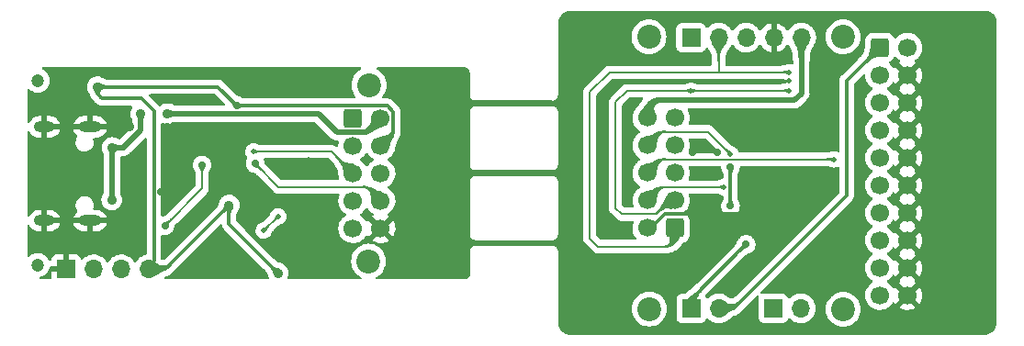
<source format=gbl>
%TF.GenerationSoftware,KiCad,Pcbnew,(6.0.11)*%
%TF.CreationDate,2023-02-06T14:01:38+08:00*%
%TF.ProjectId,UINIO-DAP-Link,55494e49-4f2d-4444-9150-2d4c696e6b2e,Version 3.2.0*%
%TF.SameCoordinates,Original*%
%TF.FileFunction,Copper,L2,Bot*%
%TF.FilePolarity,Positive*%
%FSLAX46Y46*%
G04 Gerber Fmt 4.6, Leading zero omitted, Abs format (unit mm)*
G04 Created by KiCad (PCBNEW (6.0.11)) date 2023-02-06 14:01:38*
%MOMM*%
%LPD*%
G01*
G04 APERTURE LIST*
G04 Aperture macros list*
%AMRoundRect*
0 Rectangle with rounded corners*
0 $1 Rounding radius*
0 $2 $3 $4 $5 $6 $7 $8 $9 X,Y pos of 4 corners*
0 Add a 4 corners polygon primitive as box body*
4,1,4,$2,$3,$4,$5,$6,$7,$8,$9,$2,$3,0*
0 Add four circle primitives for the rounded corners*
1,1,$1+$1,$2,$3*
1,1,$1+$1,$4,$5*
1,1,$1+$1,$6,$7*
1,1,$1+$1,$8,$9*
0 Add four rect primitives between the rounded corners*
20,1,$1+$1,$2,$3,$4,$5,0*
20,1,$1+$1,$4,$5,$6,$7,0*
20,1,$1+$1,$6,$7,$8,$9,0*
20,1,$1+$1,$8,$9,$2,$3,0*%
G04 Aperture macros list end*
%TA.AperFunction,ComponentPad*%
%ADD10R,1.700000X1.700000*%
%TD*%
%TA.AperFunction,ComponentPad*%
%ADD11O,1.700000X1.700000*%
%TD*%
%TA.AperFunction,ComponentPad*%
%ADD12C,1.200000*%
%TD*%
%TA.AperFunction,ComponentPad*%
%ADD13RoundRect,0.250000X-0.600000X-0.600000X0.600000X-0.600000X0.600000X0.600000X-0.600000X0.600000X0*%
%TD*%
%TA.AperFunction,ComponentPad*%
%ADD14C,1.700000*%
%TD*%
%TA.AperFunction,ComponentPad*%
%ADD15C,2.200000*%
%TD*%
%TA.AperFunction,ComponentPad*%
%ADD16RoundRect,0.250000X0.600000X0.600000X-0.600000X0.600000X-0.600000X-0.600000X0.600000X-0.600000X0*%
%TD*%
%TA.AperFunction,ComponentPad*%
%ADD17O,2.100000X1.000000*%
%TD*%
%TA.AperFunction,ComponentPad*%
%ADD18O,1.900000X1.000000*%
%TD*%
%TA.AperFunction,ViaPad*%
%ADD19C,0.500000*%
%TD*%
%TA.AperFunction,ViaPad*%
%ADD20C,0.700000*%
%TD*%
%TA.AperFunction,ViaPad*%
%ADD21C,1.100000*%
%TD*%
%TA.AperFunction,ViaPad*%
%ADD22C,0.900000*%
%TD*%
%TA.AperFunction,Conductor*%
%ADD23C,0.300000*%
%TD*%
%TA.AperFunction,Conductor*%
%ADD24C,0.200000*%
%TD*%
%TA.AperFunction,Conductor*%
%ADD25C,0.500000*%
%TD*%
G04 APERTURE END LIST*
D10*
%TO.P,J6,1,Pin_1*%
%TO.N,GND*%
X106790000Y-116250000D03*
D11*
%TO.P,J6,2,Pin_2*%
%TO.N,/Download_SWCLK*%
X109330000Y-116250000D03*
%TO.P,J6,3,Pin_3*%
%TO.N,/Download_SWDIO*%
X111870000Y-116250000D03*
%TO.P,J6,4,Pin_4*%
%TO.N,/VDD_3.3V*%
X114410000Y-116250000D03*
%TD*%
D12*
%TO.P,HOLE2,*%
%TO.N,*%
X104170000Y-115860000D03*
%TD*%
D13*
%TO.P,J7,1,Pin_1*%
%TO.N,/JTAG_TDI*%
X133240000Y-102320000D03*
D14*
%TO.P,J7,2,Pin_2*%
%TO.N,/VDD_5V*%
X135780000Y-102320000D03*
%TO.P,J7,3,Pin_3*%
%TO.N,/JTAG_TDO*%
X133240000Y-104860000D03*
%TO.P,J7,4,Pin_4*%
%TO.N,/VDD_3.3V*%
X135780000Y-104860000D03*
%TO.P,J7,5,Pin_5*%
%TO.N,/JTAG_nTRST*%
X133240000Y-107400000D03*
%TO.P,J7,6,Pin_6*%
%TO.N,/JTAG_TMS{slash}SWDIO*%
X135780000Y-107400000D03*
%TO.P,J7,7,Pin_7*%
%TO.N,/USART2_RX*%
X133240000Y-109940000D03*
%TO.P,J7,8,Pin_8*%
%TO.N,/JTAG_TCK{slash}SWCLK*%
X135780000Y-109940000D03*
%TO.P,J7,9,Pin_9*%
%TO.N,/USART2_TX*%
X133240000Y-112480000D03*
%TO.P,J7,10,Pin_10*%
%TO.N,GND*%
X135780000Y-112480000D03*
%TD*%
D15*
%TO.P,HOLE8,*%
%TO.N,*%
X178414000Y-94810000D03*
%TD*%
%TO.P,HOLE7,*%
%TO.N,*%
X178434000Y-119950000D03*
%TD*%
D14*
%TO.P,J2,20,Pin_20*%
%TO.N,GND*%
X184348500Y-118652000D03*
%TO.P,J2,19,Pin_19*%
%TO.N,unconnected-(J2-Pad19)*%
X181808500Y-118652000D03*
%TO.P,J2,18,Pin_18*%
%TO.N,GND*%
X184348500Y-116112000D03*
%TO.P,J2,17,Pin_17*%
%TO.N,unconnected-(J2-Pad17)*%
X181808500Y-116112000D03*
%TO.P,J2,16,Pin_16*%
%TO.N,GND*%
X184348500Y-113572000D03*
%TO.P,J2,15,Pin_15*%
%TO.N,/_JTAG_nSRST_Output*%
X181808500Y-113572000D03*
%TO.P,J2,14,Pin_14*%
%TO.N,GND*%
X184348500Y-111032000D03*
%TO.P,J2,13,Pin_13*%
%TO.N,/_JTAG_TDO*%
X181808500Y-111032000D03*
%TO.P,J2,12,Pin_12*%
%TO.N,GND*%
X184348500Y-108492000D03*
%TO.P,J2,11,Pin_11*%
%TO.N,/RTCK*%
X181808500Y-108492000D03*
%TO.P,J2,10,Pin_10*%
%TO.N,GND*%
X184348500Y-105952000D03*
%TO.P,J2,9,Pin_9*%
%TO.N,/_JTAG_TCK{slash}SWCLK*%
X181808500Y-105952000D03*
%TO.P,J2,8,Pin_8*%
%TO.N,GND*%
X184348500Y-103412000D03*
%TO.P,J2,7,Pin_7*%
%TO.N,/_JTAG_TMS{slash}SWDIO*%
X181808500Y-103412000D03*
%TO.P,J2,6,Pin_6*%
%TO.N,GND*%
X184348500Y-100872000D03*
%TO.P,J2,5,Pin_5*%
%TO.N,/_JTAG_TDI*%
X181808500Y-100872000D03*
%TO.P,J2,4,Pin_4*%
%TO.N,GND*%
X184348500Y-98332000D03*
%TO.P,J2,3,Pin_3*%
%TO.N,/nTRST*%
X181808500Y-98332000D03*
%TO.P,J2,2,Pin_2*%
%TO.N,/3.3V_Output*%
X184348500Y-95792000D03*
D13*
%TO.P,J2,1,Pin_1*%
X181808500Y-95792000D03*
%TD*%
D10*
%TO.P,J4,1,Pin_1*%
%TO.N,/3.3V_Input*%
X164415000Y-119864000D03*
D11*
%TO.P,J4,2,Pin_2*%
%TO.N,/3.3V_Output*%
X166955000Y-119864000D03*
%TD*%
D12*
%TO.P,HOLE1,*%
%TO.N,*%
X104170000Y-98860000D03*
%TD*%
D16*
%TO.P,J5,1,Pin_1*%
%TO.N,/_USART2_TX*%
X162901500Y-112450000D03*
D14*
%TO.P,J5,2,Pin_2*%
%TO.N,GND*%
X160361500Y-112450000D03*
%TO.P,J5,3,Pin_3*%
%TO.N,/_USART2_RX*%
X162901500Y-109910000D03*
%TO.P,J5,4,Pin_4*%
%TO.N,/_JTAG_TCK{slash}SWCLK*%
X160361500Y-109910000D03*
%TO.P,J5,5,Pin_5*%
%TO.N,/_JTAG_nSRST_Input*%
X162901500Y-107370000D03*
%TO.P,J5,6,Pin_6*%
%TO.N,/_JTAG_TMS{slash}SWDIO*%
X160361500Y-107370000D03*
%TO.P,J5,7,Pin_7*%
%TO.N,Net-(J5-Pad7)*%
X162901500Y-104830000D03*
%TO.P,J5,8,Pin_8*%
%TO.N,/3.3V_Input*%
X160361500Y-104830000D03*
%TO.P,J5,9,Pin_9*%
%TO.N,Net-(J5-Pad9)*%
X162901500Y-102290000D03*
%TO.P,J5,10,Pin_10*%
%TO.N,/_VDD_5V*%
X160361500Y-102290000D03*
%TD*%
D15*
%TO.P,HOLE6,*%
%TO.N,*%
X160554000Y-119920000D03*
%TD*%
D17*
%TO.P,USB1,13,GND*%
%TO.N,GND*%
X108989000Y-103125000D03*
%TO.P,USB1,14,GND*%
X108989000Y-111775000D03*
D18*
%TO.P,USB1,15,GND*%
X104789000Y-103125000D03*
%TO.P,USB1,16,GND*%
X104789000Y-111775000D03*
%TD*%
D10*
%TO.P,J1,1,Pin_1*%
%TO.N,/_USART2_RX*%
X164405000Y-94894000D03*
D11*
%TO.P,J1,2,Pin_2*%
%TO.N,/_USART2_TX*%
X166945000Y-94894000D03*
%TO.P,J1,3,Pin_3*%
%TO.N,/3.3V_Input*%
X169485000Y-94894000D03*
%TO.P,J1,4,Pin_4*%
%TO.N,GND*%
X172025000Y-94894000D03*
%TO.P,J1,5,Pin_5*%
%TO.N,/_VDD_5V*%
X174565000Y-94894000D03*
%TD*%
D15*
%TO.P,HOLE4,*%
%TO.N,*%
X134710000Y-99260000D03*
%TD*%
%TO.P,HOLE5,*%
%TO.N,*%
X160514000Y-94810000D03*
%TD*%
%TO.P,HOLE3,*%
%TO.N,*%
X134670000Y-115510000D03*
%TD*%
D10*
%TO.P,J3,1,Pin_1*%
%TO.N,/_JTAG_nSRST_Input*%
X171975000Y-119864000D03*
D11*
%TO.P,J3,2,Pin_2*%
%TO.N,/_JTAG_nSRST_Output*%
X174515000Y-119864000D03*
%TD*%
D19*
%TO.N,GND*%
X115410000Y-100390000D03*
X121340000Y-113350000D03*
X158950000Y-108650000D03*
X158950000Y-106090000D03*
X116830000Y-107270000D03*
D20*
X115517500Y-109097500D03*
D19*
X123390000Y-107340000D03*
X120250000Y-107340000D03*
X121820000Y-106000000D03*
X121820000Y-108680000D03*
X126340000Y-114140000D03*
D20*
%TO.N,/Download_SWDIO*%
X115890000Y-112230000D03*
D19*
%TO.N,GND*%
X129160000Y-106130000D03*
D20*
X168240000Y-111950000D03*
D19*
X129150000Y-103610000D03*
D20*
X164490000Y-105490000D03*
D21*
X121810000Y-107280000D03*
D19*
X129140000Y-110690000D03*
D20*
X166740000Y-110020000D03*
X166780000Y-105490000D03*
X115410000Y-98180000D03*
X116810000Y-114000000D03*
D19*
X175730000Y-99840000D03*
X113820000Y-112910000D03*
D20*
X166730000Y-107720000D03*
X129140000Y-99610000D03*
D19*
X134460000Y-106120000D03*
D20*
X116130000Y-103110000D03*
X122200000Y-103720000D03*
X180100000Y-108734000D03*
D22*
X112600000Y-103110000D03*
D19*
X173420000Y-98910000D03*
D20*
X174790000Y-111170000D03*
X177550000Y-107510000D03*
D22*
%TO.N,/VDD_3.3V*%
X126330000Y-116610000D03*
X109670000Y-99420000D03*
D20*
X122500000Y-101160000D03*
D22*
X121815000Y-110345000D03*
D19*
%TO.N,/3.3V_Input*%
X168040000Y-105620000D03*
D20*
X169480000Y-113960000D03*
X168040000Y-110420000D03*
X168040000Y-106810000D03*
D19*
%TO.N,/_USART2_RX*%
X164400000Y-99780000D03*
X173430000Y-99774000D03*
%TO.N,/_USART2_TX*%
X173410000Y-98080000D03*
%TO.N,/_JTAG_TMS{slash}SWDIO*%
X177550000Y-106110000D03*
%TO.N,/_JTAG_TCK{slash}SWCLK*%
X167400000Y-108670000D03*
D20*
%TO.N,/Download_SWDIO*%
X119320000Y-106630000D03*
D19*
%TO.N,/JTAG_nTRST*%
X124060000Y-105390000D03*
D20*
%TO.N,/JTAG_TCK{slash}SWCLK*%
X124210000Y-106500000D03*
D22*
%TO.N,/VDD_5V*%
X111000000Y-109850000D03*
X111030000Y-105030000D03*
X113670000Y-101910000D03*
X116120000Y-101900000D03*
D19*
%TO.N,Net-(C5-Pad1)*%
X126330000Y-111370000D03*
X125015000Y-112685000D03*
%TD*%
D23*
%TO.N,/3.3V_Input*%
X164415000Y-119025000D02*
X164415000Y-119329000D01*
X169480000Y-113960000D02*
X164415000Y-119025000D01*
D24*
%TO.N,GND*%
X166780000Y-105490000D02*
X164490000Y-105490000D01*
D23*
%TO.N,/VDD_3.3V*%
X114880000Y-101650000D02*
X114880000Y-115440000D01*
X110090000Y-100510000D02*
X113740000Y-100510000D01*
X109670000Y-100090000D02*
X110090000Y-100510000D01*
X109670000Y-99420000D02*
X109670000Y-100090000D01*
X113740000Y-100510000D02*
X114880000Y-101650000D01*
D25*
%TO.N,GND*%
X117590000Y-103110000D02*
X116130000Y-103110000D01*
X121820000Y-107340000D02*
X117590000Y-103110000D01*
D24*
%TO.N,Net-(C5-Pad1)*%
X126330000Y-111370000D02*
X125015000Y-112685000D01*
D23*
%TO.N,/VDD_3.3V*%
X136390000Y-101160000D02*
X136970000Y-101740000D01*
X136970000Y-103670000D02*
X135780000Y-104860000D01*
X120790000Y-99420000D02*
X122530000Y-101160000D01*
X122530000Y-101160000D02*
X136390000Y-101160000D01*
X109670000Y-99420000D02*
X120790000Y-99420000D01*
X136970000Y-101740000D02*
X136970000Y-103670000D01*
D24*
%TO.N,/Download_SWDIO*%
X115890000Y-112230000D02*
X119320000Y-108800000D01*
X119320000Y-108800000D02*
X119320000Y-106630000D01*
D23*
%TO.N,/VDD_3.3V*%
X115910000Y-116250000D02*
X114410000Y-116250000D01*
X121815000Y-110345000D02*
X115910000Y-116250000D01*
%TO.N,GND*%
X121820000Y-106100000D02*
X121820000Y-104110000D01*
%TO.N,/VDD_3.3V*%
X121815000Y-112095000D02*
X126330000Y-116610000D01*
X121815000Y-110345000D02*
X121815000Y-112095000D01*
%TO.N,GND*%
X121820000Y-107340000D02*
X121820000Y-106100000D01*
X122200000Y-103730000D02*
X122200000Y-103720000D01*
X121820000Y-104110000D02*
X122200000Y-103730000D01*
D24*
%TO.N,/JTAG_TCK{slash}SWCLK*%
X134490000Y-108650000D02*
X135780000Y-109940000D01*
X126360000Y-108650000D02*
X134490000Y-108650000D01*
X124210000Y-106500000D02*
X126360000Y-108650000D01*
%TO.N,/JTAG_nTRST*%
X131230000Y-105390000D02*
X133240000Y-107400000D01*
X124060000Y-105390000D02*
X131230000Y-105390000D01*
D25*
%TO.N,/VDD_5V*%
X111020000Y-105040000D02*
X111020000Y-109830000D01*
X111030000Y-105030000D02*
X111020000Y-105040000D01*
X111020000Y-109830000D02*
X111000000Y-109850000D01*
X112070000Y-105030000D02*
X111030000Y-105030000D01*
X113670000Y-103430000D02*
X112070000Y-105030000D01*
X113670000Y-101910000D02*
X113670000Y-103430000D01*
D23*
%TO.N,GND*%
X174790000Y-111170000D02*
X161990000Y-111170000D01*
D25*
X108989000Y-103125000D02*
X112585000Y-103125000D01*
D23*
X161990000Y-111170000D02*
X160710000Y-112450000D01*
D25*
X112585000Y-103125000D02*
X112600000Y-103110000D01*
D24*
%TO.N,/3.3V_Input*%
X165990000Y-103570000D02*
X161621500Y-103570000D01*
X168040000Y-105620000D02*
X165990000Y-103570000D01*
X161621500Y-103570000D02*
X160361500Y-104830000D01*
D23*
X168040000Y-110420000D02*
X168040000Y-106810000D01*
D24*
%TO.N,/_USART2_RX*%
X158500000Y-99780000D02*
X157440000Y-100840000D01*
X173430000Y-99774000D02*
X164400000Y-99780000D01*
X157440000Y-110624000D02*
X157990000Y-111174000D01*
X161130000Y-111174000D02*
X162394000Y-109910000D01*
X157990000Y-111174000D02*
X161130000Y-111174000D01*
X164400000Y-99780000D02*
X158500000Y-99780000D01*
X157440000Y-100840000D02*
X157440000Y-110624000D01*
%TO.N,/_USART2_TX*%
X166945000Y-98035000D02*
X166900000Y-98080000D01*
X155060000Y-113394000D02*
X155060000Y-99900000D01*
X162901500Y-113472500D02*
X162220000Y-114154000D01*
X162901500Y-112450000D02*
X162901500Y-113472500D01*
X166945000Y-94894000D02*
X166945000Y-98035000D01*
X155060000Y-99900000D02*
X156880000Y-98080000D01*
X166900000Y-98080000D02*
X173410000Y-98080000D01*
X156880000Y-98080000D02*
X166900000Y-98080000D01*
X162220000Y-114154000D02*
X155820000Y-114154000D01*
X155820000Y-114154000D02*
X155060000Y-113394000D01*
D23*
%TO.N,/3.3V_Output*%
X168346000Y-119864000D02*
X178740000Y-109470000D01*
X178740000Y-109470000D02*
X178740000Y-98860500D01*
X178740000Y-98860500D02*
X181808500Y-95792000D01*
X166955000Y-119864000D02*
X168346000Y-119864000D01*
D25*
%TO.N,/_VDD_5V*%
X161230000Y-100674000D02*
X160361500Y-101542500D01*
X160361500Y-101542500D02*
X160361500Y-102290000D01*
X174565000Y-100025000D02*
X173916000Y-100674000D01*
X173916000Y-100674000D02*
X161230000Y-100674000D01*
X174565000Y-94894000D02*
X174565000Y-100025000D01*
D24*
%TO.N,/_JTAG_TMS{slash}SWDIO*%
X161621500Y-106110000D02*
X160361500Y-107370000D01*
X177550000Y-106110000D02*
X161621500Y-106110000D01*
%TO.N,/_JTAG_TCK{slash}SWCLK*%
X167400000Y-108670000D02*
X161601500Y-108670000D01*
X161601500Y-108670000D02*
X160361500Y-109910000D01*
D25*
%TO.N,/VDD_5V*%
X130030000Y-101900000D02*
X116120000Y-101900000D01*
X131740000Y-103610000D02*
X130030000Y-101900000D01*
X134490000Y-103610000D02*
X131740000Y-103610000D01*
X135780000Y-102320000D02*
X134490000Y-103610000D01*
%TD*%
%TA.AperFunction,Conductor*%
%TO.N,/3.3V_Input*%
G36*
X169596559Y-113840861D02*
G01*
X169601234Y-113848498D01*
X169601234Y-113852148D01*
X169530781Y-114298348D01*
X169526106Y-114305985D01*
X169521407Y-114308017D01*
X169465070Y-114318708D01*
X169464792Y-114318791D01*
X169464783Y-114318793D01*
X169421163Y-114331790D01*
X169406280Y-114336224D01*
X169351550Y-114359327D01*
X169299303Y-114388313D01*
X169247962Y-114423482D01*
X169195951Y-114465129D01*
X169195857Y-114465213D01*
X169195845Y-114465223D01*
X169141741Y-114513510D01*
X169141693Y-114513553D01*
X169083611Y-114569051D01*
X169083557Y-114569105D01*
X169083539Y-114569122D01*
X169020129Y-114631921D01*
X169020124Y-114631926D01*
X168957944Y-114694178D01*
X168949673Y-114697610D01*
X168941393Y-114694183D01*
X168745817Y-114498607D01*
X168742390Y-114490334D01*
X168745822Y-114482056D01*
X168808078Y-114419870D01*
X168808118Y-114419830D01*
X168839331Y-114388313D01*
X168870948Y-114356388D01*
X168890096Y-114336349D01*
X168926406Y-114298348D01*
X168926410Y-114298344D01*
X168926446Y-114298306D01*
X168926489Y-114298258D01*
X168974776Y-114244154D01*
X168974786Y-114244142D01*
X168974870Y-114244048D01*
X169016517Y-114192037D01*
X169051686Y-114140696D01*
X169080672Y-114088449D01*
X169103775Y-114033719D01*
X169121291Y-113974929D01*
X169121345Y-113974647D01*
X169131983Y-113918594D01*
X169136893Y-113911105D01*
X169141653Y-113909219D01*
X169507724Y-113851418D01*
X169587852Y-113838766D01*
X169596559Y-113840861D01*
G37*
%TD.AperFunction*%
%TD*%
%TA.AperFunction,Conductor*%
%TO.N,/3.3V_Input*%
G36*
X165292860Y-117951246D02*
G01*
X165488747Y-118147133D01*
X165492174Y-118155406D01*
X165488895Y-118163529D01*
X165386132Y-118270067D01*
X165368902Y-118287929D01*
X165368827Y-118288015D01*
X165368820Y-118288022D01*
X165348068Y-118311651D01*
X165256062Y-118416411D01*
X165160064Y-118541303D01*
X165159921Y-118541529D01*
X165159919Y-118541531D01*
X165139006Y-118574449D01*
X165082617Y-118663205D01*
X165025434Y-118782714D01*
X165025304Y-118783148D01*
X165025303Y-118783151D01*
X164990386Y-118899891D01*
X164990225Y-118900430D01*
X164978702Y-119016952D01*
X164978777Y-119017578D01*
X164978777Y-119017582D01*
X164986459Y-119081766D01*
X164992576Y-119132878D01*
X164992791Y-119133487D01*
X164992792Y-119133490D01*
X165033364Y-119248260D01*
X165033558Y-119248808D01*
X165094227Y-119350094D01*
X165099312Y-119358584D01*
X165100624Y-119367442D01*
X165098623Y-119371632D01*
X164417634Y-120276089D01*
X164409920Y-120280637D01*
X164401250Y-120278399D01*
X164398712Y-120275776D01*
X163748669Y-119350094D01*
X163746719Y-119341354D01*
X163749218Y-119335926D01*
X163884034Y-119172469D01*
X163884527Y-119171909D01*
X164018491Y-119029091D01*
X164019011Y-119028570D01*
X164150227Y-118905234D01*
X164150688Y-118904823D01*
X164155224Y-118900990D01*
X164282673Y-118793277D01*
X164282981Y-118793025D01*
X164419311Y-118685542D01*
X164419414Y-118685462D01*
X164448691Y-118662904D01*
X164563443Y-118574485D01*
X164605315Y-118541531D01*
X164718511Y-118452442D01*
X164718576Y-118452391D01*
X164761740Y-118416558D01*
X164888107Y-118311651D01*
X164888201Y-118311573D01*
X165075771Y-118144372D01*
X165075844Y-118144302D01*
X165276471Y-117951092D01*
X165284807Y-117947821D01*
X165292860Y-117951246D01*
G37*
%TD.AperFunction*%
%TD*%
%TA.AperFunction,Conductor*%
%TO.N,/VDD_3.3V*%
G36*
X109676882Y-99205430D02*
G01*
X109679462Y-99208010D01*
X109697820Y-99233252D01*
X110030000Y-99690000D01*
X109997645Y-99739503D01*
X109993105Y-99746449D01*
X109965297Y-99805540D01*
X109947073Y-99866974D01*
X109938929Y-99930451D01*
X109941364Y-99995674D01*
X109954874Y-100062341D01*
X109979958Y-100130155D01*
X109980152Y-100130514D01*
X109980155Y-100130520D01*
X110000647Y-100168391D01*
X110017111Y-100198817D01*
X110017328Y-100199119D01*
X110066636Y-100267755D01*
X110066641Y-100267762D01*
X110066832Y-100268027D01*
X110067052Y-100268270D01*
X110122159Y-100329235D01*
X110125164Y-100337671D01*
X110121752Y-100345354D01*
X109925964Y-100541142D01*
X109917691Y-100544569D01*
X109909219Y-100540938D01*
X109816227Y-100443300D01*
X109815809Y-100442837D01*
X109732837Y-100345856D01*
X109732424Y-100345345D01*
X109664129Y-100255789D01*
X109663757Y-100255274D01*
X109625568Y-100199119D01*
X109606685Y-100171354D01*
X109606400Y-100170912D01*
X109557165Y-100090915D01*
X109556989Y-100090620D01*
X109512147Y-100012729D01*
X109512103Y-100012652D01*
X109502501Y-99995674D01*
X109468362Y-99935316D01*
X109465229Y-99929975D01*
X109422373Y-99856916D01*
X109422367Y-99856906D01*
X109422334Y-99856850D01*
X109370676Y-99775640D01*
X109314855Y-99696852D01*
X109312869Y-99688121D01*
X109314940Y-99683207D01*
X109316454Y-99681126D01*
X109660538Y-99208010D01*
X109668175Y-99203335D01*
X109676882Y-99205430D01*
G37*
%TD.AperFunction*%
%TD*%
%TA.AperFunction,Conductor*%
%TO.N,Net-(C5-Pad1)*%
G36*
X126411204Y-111286216D02*
G01*
X126415879Y-111293853D01*
X126415879Y-111297503D01*
X126366646Y-111609309D01*
X126361971Y-111616946D01*
X126357213Y-111618990D01*
X126345205Y-111621206D01*
X126318610Y-111626114D01*
X126318604Y-111626115D01*
X126318346Y-111626163D01*
X126318083Y-111626237D01*
X126318080Y-111626238D01*
X126275871Y-111638160D01*
X126275866Y-111638162D01*
X126275571Y-111638245D01*
X126254800Y-111646507D01*
X126236164Y-111653920D01*
X126236160Y-111653922D01*
X126235883Y-111654032D01*
X126235627Y-111654166D01*
X126235623Y-111654168D01*
X126221491Y-111661576D01*
X126198134Y-111673820D01*
X126161179Y-111697908D01*
X126160990Y-111698053D01*
X126160989Y-111698054D01*
X126124019Y-111726478D01*
X126124010Y-111726485D01*
X126123870Y-111726593D01*
X126085060Y-111760173D01*
X126043604Y-111798945D01*
X125998353Y-111843207D01*
X125956436Y-111885008D01*
X125948158Y-111888423D01*
X125939901Y-111884996D01*
X125815004Y-111760099D01*
X125811577Y-111751826D01*
X125814992Y-111743565D01*
X125856734Y-111701705D01*
X125856780Y-111701658D01*
X125856792Y-111701646D01*
X125883861Y-111673972D01*
X125901054Y-111656395D01*
X125939826Y-111614939D01*
X125973406Y-111576129D01*
X126002091Y-111538820D01*
X126026179Y-111501865D01*
X126045967Y-111464116D01*
X126061754Y-111424428D01*
X126073836Y-111381653D01*
X126081010Y-111342787D01*
X126085882Y-111335274D01*
X126090691Y-111333354D01*
X126389229Y-111286216D01*
X126402497Y-111284121D01*
X126411204Y-111286216D01*
G37*
%TD.AperFunction*%
%TD*%
%TA.AperFunction,Conductor*%
%TO.N,Net-(C5-Pad1)*%
G36*
X125405099Y-112170004D02*
G01*
X125529996Y-112294901D01*
X125533423Y-112303174D01*
X125530008Y-112311436D01*
X125488207Y-112353353D01*
X125443945Y-112398604D01*
X125405173Y-112440060D01*
X125371593Y-112478870D01*
X125342908Y-112516179D01*
X125318820Y-112553134D01*
X125299032Y-112590883D01*
X125283245Y-112630571D01*
X125271163Y-112673346D01*
X125271115Y-112673604D01*
X125271114Y-112673610D01*
X125263990Y-112712212D01*
X125259118Y-112719726D01*
X125254309Y-112721646D01*
X125033933Y-112756442D01*
X124942503Y-112770879D01*
X124933796Y-112768784D01*
X124929121Y-112761147D01*
X124929121Y-112757497D01*
X124978354Y-112445691D01*
X124983029Y-112438054D01*
X124987787Y-112436010D01*
X124999491Y-112433850D01*
X125026378Y-112428887D01*
X125026383Y-112428886D01*
X125026653Y-112428836D01*
X125044882Y-112423687D01*
X125069128Y-112416839D01*
X125069133Y-112416837D01*
X125069428Y-112416754D01*
X125090199Y-112408492D01*
X125108835Y-112401079D01*
X125108839Y-112401077D01*
X125109116Y-112400967D01*
X125109372Y-112400833D01*
X125109376Y-112400831D01*
X125123508Y-112393423D01*
X125146865Y-112381179D01*
X125183820Y-112357091D01*
X125188682Y-112353353D01*
X125220980Y-112328521D01*
X125220989Y-112328514D01*
X125221129Y-112328406D01*
X125259939Y-112294826D01*
X125301395Y-112256054D01*
X125346646Y-112211792D01*
X125346660Y-112211778D01*
X125346705Y-112211734D01*
X125388565Y-112169992D01*
X125396842Y-112166577D01*
X125405099Y-112170004D01*
G37*
%TD.AperFunction*%
%TD*%
%TA.AperFunction,Conductor*%
%TO.N,/VDD_3.3V*%
G36*
X121966915Y-110190505D02*
G01*
X121971590Y-110198142D01*
X121971590Y-110201791D01*
X121878639Y-110790477D01*
X121788598Y-110806209D01*
X121707118Y-110826826D01*
X121632010Y-110853192D01*
X121597936Y-110869036D01*
X121596181Y-110869852D01*
X121596180Y-110869852D01*
X121581553Y-110876654D01*
X121561086Y-110886171D01*
X121492156Y-110926627D01*
X121491962Y-110926764D01*
X121434464Y-110967354D01*
X121423032Y-110975424D01*
X121351526Y-111033426D01*
X121275448Y-111101498D01*
X121192610Y-111180504D01*
X121192563Y-111180550D01*
X121192517Y-111180595D01*
X121109097Y-111263123D01*
X121100805Y-111266506D01*
X121092595Y-111263079D01*
X120896921Y-111067405D01*
X120893494Y-111059132D01*
X120896876Y-111050904D01*
X120979450Y-110967434D01*
X120979495Y-110967389D01*
X121058501Y-110884551D01*
X121126573Y-110808473D01*
X121184575Y-110736967D01*
X121233372Y-110667843D01*
X121273828Y-110598913D01*
X121306807Y-110527989D01*
X121333173Y-110452881D01*
X121353790Y-110371401D01*
X121368084Y-110289599D01*
X121372882Y-110282040D01*
X121377783Y-110280057D01*
X121494464Y-110261633D01*
X121958208Y-110188410D01*
X121966915Y-110190505D01*
G37*
%TD.AperFunction*%
%TD*%
%TA.AperFunction,Conductor*%
%TO.N,/VDD_3.3V*%
G36*
X137116065Y-103146342D02*
G01*
X137119481Y-103155112D01*
X137108816Y-103405846D01*
X137108718Y-103406941D01*
X137078015Y-103630440D01*
X137077803Y-103631572D01*
X137031701Y-103824180D01*
X137031406Y-103825204D01*
X136973989Y-103995009D01*
X136973713Y-103995739D01*
X136911448Y-104144974D01*
X136909027Y-104150778D01*
X136908867Y-104151144D01*
X136840974Y-104299405D01*
X136774089Y-104448621D01*
X136712443Y-104606542D01*
X136660183Y-104781094D01*
X136660130Y-104781368D01*
X136660128Y-104781375D01*
X136623022Y-104972163D01*
X136618079Y-104979629D01*
X136613362Y-104981486D01*
X135938822Y-105087992D01*
X135495371Y-105158011D01*
X135486664Y-105155916D01*
X135481989Y-105148279D01*
X135481989Y-105144629D01*
X135658447Y-104027064D01*
X135663121Y-104019428D01*
X135668331Y-104017310D01*
X135671310Y-104016880D01*
X135824650Y-103994738D01*
X135901505Y-103981987D01*
X135989479Y-103967391D01*
X135989490Y-103967389D01*
X135989634Y-103967365D01*
X136009267Y-103963107D01*
X136150394Y-103932500D01*
X136150400Y-103932498D01*
X136150628Y-103932449D01*
X136150850Y-103932381D01*
X136150856Y-103932380D01*
X136303172Y-103886118D01*
X136303178Y-103886116D01*
X136303513Y-103886014D01*
X136303835Y-103885872D01*
X136303841Y-103885870D01*
X136443729Y-103824283D01*
X136443730Y-103824283D01*
X136444174Y-103824087D01*
X136509947Y-103781022D01*
X136567978Y-103743027D01*
X136567981Y-103743025D01*
X136568492Y-103742690D01*
X136672351Y-103637850D01*
X136676114Y-103631572D01*
X136751273Y-103506192D01*
X136751274Y-103506190D01*
X136751633Y-103505591D01*
X136802222Y-103341937D01*
X136818911Y-103155112D01*
X136819048Y-103153574D01*
X136823198Y-103145639D01*
X136830702Y-103142915D01*
X137107792Y-103142915D01*
X137116065Y-103146342D01*
G37*
%TD.AperFunction*%
%TD*%
%TA.AperFunction,Conductor*%
%TO.N,/VDD_3.3V*%
G36*
X122007944Y-100425800D02*
G01*
X122060456Y-100478232D01*
X122069728Y-100487490D01*
X122132753Y-100549478D01*
X122190318Y-100603992D01*
X122243994Y-100651524D01*
X122244099Y-100651608D01*
X122244111Y-100651618D01*
X122268775Y-100671327D01*
X122295353Y-100692565D01*
X122345966Y-100727604D01*
X122397405Y-100757133D01*
X122451241Y-100781643D01*
X122451510Y-100781736D01*
X122451515Y-100781738D01*
X122508812Y-100801544D01*
X122508817Y-100801545D01*
X122509047Y-100801625D01*
X122509281Y-100801684D01*
X122509288Y-100801686D01*
X122564344Y-100815543D01*
X122571530Y-100820885D01*
X122573140Y-100825836D01*
X122585701Y-100964778D01*
X122615254Y-101291686D01*
X122158988Y-101188195D01*
X122151678Y-101183023D01*
X122149968Y-101178253D01*
X122143248Y-101125100D01*
X122143208Y-101124783D01*
X122129507Y-101068312D01*
X122129384Y-101067985D01*
X122129382Y-101067977D01*
X122109855Y-101015866D01*
X122109733Y-101015540D01*
X122083720Y-100965037D01*
X122051307Y-100915376D01*
X122051166Y-100915194D01*
X122012434Y-100865258D01*
X122012424Y-100865246D01*
X122012331Y-100865126D01*
X121966629Y-100812860D01*
X121956082Y-100801686D01*
X121914108Y-100757221D01*
X121914098Y-100757211D01*
X121914038Y-100757147D01*
X121913888Y-100756994D01*
X121854395Y-100696561D01*
X121795808Y-100637944D01*
X121792383Y-100629670D01*
X121795810Y-100621400D01*
X121991404Y-100425806D01*
X121999677Y-100422379D01*
X122007944Y-100425800D01*
G37*
%TD.AperFunction*%
%TD*%
%TA.AperFunction,Conductor*%
%TO.N,/VDD_3.3V*%
G36*
X122716804Y-100884626D02*
G01*
X122764970Y-100917376D01*
X122819708Y-100946832D01*
X122875553Y-100969305D01*
X122933844Y-100985736D01*
X122983609Y-100994815D01*
X122995713Y-100997024D01*
X122995716Y-100997025D01*
X122995922Y-100997062D01*
X122996127Y-100997084D01*
X122996135Y-100997085D01*
X123062971Y-101004208D01*
X123062990Y-101004210D01*
X123063126Y-101004224D01*
X123063269Y-101004232D01*
X123063286Y-101004233D01*
X123136702Y-101008154D01*
X123136796Y-101008159D01*
X123218272Y-101009808D01*
X123308893Y-101010108D01*
X123398288Y-101010013D01*
X123406564Y-101013431D01*
X123410000Y-101021713D01*
X123410000Y-101298287D01*
X123406573Y-101306560D01*
X123398287Y-101309987D01*
X123308893Y-101309891D01*
X123218272Y-101310191D01*
X123136796Y-101311840D01*
X123136703Y-101311845D01*
X123136702Y-101311845D01*
X123063286Y-101315766D01*
X123063269Y-101315767D01*
X123063126Y-101315775D01*
X123062990Y-101315789D01*
X123062971Y-101315791D01*
X122996135Y-101322914D01*
X122996127Y-101322915D01*
X122995922Y-101322937D01*
X122995716Y-101322974D01*
X122995713Y-101322975D01*
X122983609Y-101325184D01*
X122933844Y-101334263D01*
X122875553Y-101350694D01*
X122819708Y-101373167D01*
X122764970Y-101402623D01*
X122764717Y-101402795D01*
X122716805Y-101435373D01*
X122708036Y-101437191D01*
X122703346Y-101435161D01*
X122325000Y-101160000D01*
X122586178Y-100970052D01*
X122586178Y-100970053D01*
X122703345Y-100884840D01*
X122712052Y-100882745D01*
X122716804Y-100884626D01*
G37*
%TD.AperFunction*%
%TD*%
%TA.AperFunction,Conductor*%
%TO.N,/VDD_3.3V*%
G36*
X109946843Y-99064808D02*
G01*
X109986900Y-99092948D01*
X110014793Y-99112543D01*
X110086987Y-99155580D01*
X110158740Y-99190046D01*
X110232211Y-99216877D01*
X110232480Y-99216947D01*
X110309319Y-99236950D01*
X110309324Y-99236951D01*
X110309558Y-99237012D01*
X110329371Y-99240427D01*
X110392742Y-99251351D01*
X110392751Y-99251352D01*
X110392941Y-99251385D01*
X110393133Y-99251405D01*
X110393140Y-99251406D01*
X110451633Y-99257505D01*
X110484518Y-99260934D01*
X110586447Y-99266595D01*
X110586535Y-99266597D01*
X110586556Y-99266598D01*
X110700845Y-99269303D01*
X110700846Y-99269303D01*
X110700888Y-99269304D01*
X110818364Y-99269937D01*
X110826618Y-99273409D01*
X110830000Y-99281637D01*
X110830000Y-99558363D01*
X110826573Y-99566636D01*
X110818364Y-99570063D01*
X110700888Y-99570695D01*
X110700846Y-99570696D01*
X110700845Y-99570696D01*
X110586556Y-99573401D01*
X110586535Y-99573402D01*
X110586447Y-99573404D01*
X110484518Y-99579065D01*
X110460406Y-99581579D01*
X110393140Y-99588593D01*
X110393133Y-99588594D01*
X110392941Y-99588614D01*
X110392751Y-99588647D01*
X110392742Y-99588648D01*
X110329371Y-99599572D01*
X110309558Y-99602987D01*
X110309324Y-99603048D01*
X110309319Y-99603049D01*
X110240767Y-99620895D01*
X110232211Y-99623122D01*
X110158740Y-99649953D01*
X110086987Y-99684419D01*
X110014793Y-99727456D01*
X109940000Y-99780000D01*
X109458010Y-99429462D01*
X109453335Y-99421825D01*
X109455430Y-99413118D01*
X109458010Y-99410538D01*
X109574522Y-99325802D01*
X109699189Y-99235135D01*
X109701070Y-99233767D01*
X109701071Y-99233767D01*
X109933235Y-99064920D01*
X109941942Y-99062825D01*
X109946843Y-99064808D01*
G37*
%TD.AperFunction*%
%TD*%
%TA.AperFunction,Conductor*%
%TO.N,/Download_SWDIO*%
G36*
X116463885Y-111531094D02*
G01*
X116588905Y-111656114D01*
X116592332Y-111664387D01*
X116588977Y-111672587D01*
X116526778Y-111735887D01*
X116526724Y-111735942D01*
X116526690Y-111735978D01*
X116526675Y-111735994D01*
X116498500Y-111766181D01*
X116466273Y-111800709D01*
X116414889Y-111860346D01*
X116414805Y-111860456D01*
X116414798Y-111860464D01*
X116397096Y-111883518D01*
X116371708Y-111916582D01*
X116371599Y-111916748D01*
X116371594Y-111916755D01*
X116336008Y-111970929D01*
X116336003Y-111970937D01*
X116335864Y-111971149D01*
X116306495Y-112025777D01*
X116282737Y-112082195D01*
X116263724Y-112142134D01*
X116248594Y-112207324D01*
X116248566Y-112207493D01*
X116237876Y-112271190D01*
X116233127Y-112278782D01*
X116228163Y-112280810D01*
X115782148Y-112351234D01*
X115773441Y-112349139D01*
X115768766Y-112341502D01*
X115768766Y-112337852D01*
X115839189Y-111891837D01*
X115843864Y-111884201D01*
X115848809Y-111882124D01*
X115912492Y-111871436D01*
X115912501Y-111871434D01*
X115912675Y-111871405D01*
X115977865Y-111856275D01*
X116037804Y-111837262D01*
X116038038Y-111837164D01*
X116038042Y-111837162D01*
X116093968Y-111813611D01*
X116093969Y-111813611D01*
X116094222Y-111813504D01*
X116148850Y-111784135D01*
X116149062Y-111783996D01*
X116149070Y-111783991D01*
X116203244Y-111748405D01*
X116203251Y-111748400D01*
X116203417Y-111748291D01*
X116219432Y-111735994D01*
X116259535Y-111705201D01*
X116259543Y-111705194D01*
X116259653Y-111705110D01*
X116319290Y-111653726D01*
X116384057Y-111593275D01*
X116447414Y-111531021D01*
X116455715Y-111527667D01*
X116463885Y-111531094D01*
G37*
%TD.AperFunction*%
%TD*%
%TA.AperFunction,Conductor*%
%TO.N,/Download_SWDIO*%
G36*
X119326882Y-106465430D02*
G01*
X119329462Y-106468010D01*
X119595046Y-106833188D01*
X119597141Y-106841895D01*
X119595113Y-106846859D01*
X119557531Y-106899598D01*
X119522133Y-106956393D01*
X119493193Y-107012221D01*
X119470099Y-107068914D01*
X119452239Y-107128309D01*
X119438999Y-107192238D01*
X119429768Y-107262538D01*
X119423933Y-107341041D01*
X119420881Y-107429584D01*
X119420881Y-107429626D01*
X119420880Y-107429650D01*
X119420102Y-107518403D01*
X119416602Y-107526645D01*
X119408402Y-107530000D01*
X119231598Y-107530000D01*
X119223325Y-107526573D01*
X119219898Y-107518403D01*
X119219119Y-107429650D01*
X119219118Y-107429626D01*
X119219118Y-107429584D01*
X119216066Y-107341041D01*
X119210231Y-107262538D01*
X119201000Y-107192238D01*
X119187760Y-107128309D01*
X119169900Y-107068914D01*
X119146806Y-107012221D01*
X119117866Y-106956393D01*
X119082468Y-106899598D01*
X119044888Y-106846859D01*
X119042877Y-106838133D01*
X119044954Y-106833188D01*
X119310538Y-106468010D01*
X119318175Y-106463335D01*
X119326882Y-106465430D01*
G37*
%TD.AperFunction*%
%TD*%
%TA.AperFunction,Conductor*%
%TO.N,/VDD_3.3V*%
G36*
X114926869Y-115574942D02*
G01*
X115047696Y-115661864D01*
X115178438Y-115745632D01*
X115311993Y-115817285D01*
X115312278Y-115817401D01*
X115312286Y-115817405D01*
X115422343Y-115862287D01*
X115448127Y-115872802D01*
X115448520Y-115872902D01*
X115448519Y-115872902D01*
X115586114Y-115908037D01*
X115586118Y-115908038D01*
X115586605Y-115908162D01*
X115624775Y-115911198D01*
X115726609Y-115919298D01*
X115726613Y-115919298D01*
X115727193Y-115919344D01*
X115821866Y-115908037D01*
X115869041Y-115902403D01*
X115869043Y-115902403D01*
X115869659Y-115902329D01*
X115909692Y-115888652D01*
X116013210Y-115853286D01*
X116013213Y-115853285D01*
X116013768Y-115853095D01*
X116159285Y-115767621D01*
X116214097Y-115720641D01*
X116297753Y-115648940D01*
X116306265Y-115646157D01*
X116313640Y-115649550D01*
X116509601Y-115845511D01*
X116513028Y-115853784D01*
X116509364Y-115862287D01*
X116323872Y-116037593D01*
X116323324Y-116038080D01*
X116146664Y-116185219D01*
X116146050Y-116185697D01*
X116057404Y-116250000D01*
X115983108Y-116303894D01*
X115982484Y-116304316D01*
X115829618Y-116400828D01*
X115829092Y-116401141D01*
X115682604Y-116483239D01*
X115682291Y-116483409D01*
X115538426Y-116558379D01*
X115538402Y-116558391D01*
X115461371Y-116598309D01*
X115393768Y-116633340D01*
X115244868Y-116715446D01*
X115088141Y-116811924D01*
X114926842Y-116925195D01*
X114918103Y-116927145D01*
X114913239Y-116925083D01*
X113998010Y-116259462D01*
X113993335Y-116251825D01*
X113995430Y-116243118D01*
X113998010Y-116240538D01*
X114913155Y-115574978D01*
X114921862Y-115572883D01*
X114926869Y-115574942D01*
G37*
%TD.AperFunction*%
%TD*%
%TA.AperFunction,Conductor*%
%TO.N,/VDD_3.3V*%
G36*
X125624096Y-115691876D02*
G01*
X125707545Y-115774431D01*
X125707610Y-115774495D01*
X125790448Y-115853501D01*
X125866526Y-115921573D01*
X125938032Y-115979575D01*
X125938186Y-115979684D01*
X125938189Y-115979686D01*
X125991516Y-116017331D01*
X126007156Y-116028372D01*
X126076086Y-116068828D01*
X126147010Y-116101807D01*
X126222118Y-116128173D01*
X126303598Y-116148790D01*
X126385401Y-116163084D01*
X126392960Y-116167882D01*
X126394943Y-116172783D01*
X126486590Y-116753208D01*
X126484495Y-116761915D01*
X126476858Y-116766590D01*
X126473209Y-116766590D01*
X126265792Y-116733840D01*
X125892783Y-116674943D01*
X125885146Y-116670268D01*
X125883083Y-116665400D01*
X125868827Y-116583811D01*
X125868790Y-116583598D01*
X125848173Y-116502118D01*
X125821807Y-116427010D01*
X125788828Y-116356086D01*
X125748372Y-116287156D01*
X125699575Y-116218032D01*
X125641573Y-116146526D01*
X125573501Y-116070448D01*
X125494495Y-115987610D01*
X125486546Y-115979575D01*
X125411876Y-115904096D01*
X125408494Y-115895805D01*
X125411921Y-115887595D01*
X125607595Y-115691921D01*
X125615868Y-115688494D01*
X125624096Y-115691876D01*
G37*
%TD.AperFunction*%
%TD*%
%TA.AperFunction,Conductor*%
%TO.N,/VDD_3.3V*%
G36*
X121821882Y-110130430D02*
G01*
X121824461Y-110133009D01*
X121955635Y-110313374D01*
X121955636Y-110313376D01*
X122170080Y-110608235D01*
X122172175Y-110616942D01*
X122170192Y-110621843D01*
X122164585Y-110629825D01*
X122122456Y-110689793D01*
X122079419Y-110761987D01*
X122044953Y-110833740D01*
X122018122Y-110907211D01*
X121997987Y-110984558D01*
X121983614Y-111067941D01*
X121974065Y-111159518D01*
X121968404Y-111261447D01*
X121968402Y-111261535D01*
X121968401Y-111261556D01*
X121965695Y-111375888D01*
X121965694Y-111375989D01*
X121965063Y-111493363D01*
X121961592Y-111501618D01*
X121953363Y-111505000D01*
X121676637Y-111505000D01*
X121668364Y-111501573D01*
X121664937Y-111493363D01*
X121664304Y-111375888D01*
X121661598Y-111261556D01*
X121661597Y-111261535D01*
X121661595Y-111261447D01*
X121655934Y-111159518D01*
X121646385Y-111067941D01*
X121632012Y-110984558D01*
X121611877Y-110907211D01*
X121600039Y-110874794D01*
X121598735Y-110871224D01*
X121585046Y-110833740D01*
X121550580Y-110761987D01*
X121507543Y-110689793D01*
X121455000Y-110615000D01*
X121805538Y-110133010D01*
X121813175Y-110128335D01*
X121821882Y-110130430D01*
G37*
%TD.AperFunction*%
%TD*%
%TA.AperFunction,Conductor*%
%TO.N,/JTAG_TCK{slash}SWCLK*%
G36*
X134362733Y-108562555D02*
G01*
X134363982Y-108562684D01*
X134581994Y-108597089D01*
X134583273Y-108597366D01*
X134769867Y-108648918D01*
X134771002Y-108649296D01*
X134934670Y-108713355D01*
X134935464Y-108713702D01*
X135084607Y-108785665D01*
X135084971Y-108785848D01*
X135227941Y-108861093D01*
X135227949Y-108861097D01*
X135372769Y-108934774D01*
X135527560Y-109002064D01*
X135700610Y-109058231D01*
X135700939Y-109058297D01*
X135700941Y-109058298D01*
X135892235Y-109096933D01*
X135899666Y-109101929D01*
X135901476Y-109106576D01*
X136078011Y-110224629D01*
X136075916Y-110233336D01*
X136068279Y-110238011D01*
X136064630Y-110238011D01*
X134947217Y-110061578D01*
X134939581Y-110056903D01*
X134937436Y-110051496D01*
X134915514Y-109879046D01*
X134915503Y-109878951D01*
X134893742Y-109695779D01*
X134893738Y-109695752D01*
X134893725Y-109695639D01*
X134867678Y-109515007D01*
X134831876Y-109342169D01*
X134780820Y-109182148D01*
X134718240Y-109058231D01*
X134709306Y-109040540D01*
X134709303Y-109040536D01*
X134709014Y-109039963D01*
X134610960Y-108920635D01*
X134481161Y-108829184D01*
X134480398Y-108828917D01*
X134480397Y-108828916D01*
X134314784Y-108770866D01*
X134314781Y-108770865D01*
X134314118Y-108770633D01*
X134313419Y-108770564D01*
X134313418Y-108770564D01*
X134114891Y-108751038D01*
X134106993Y-108746818D01*
X134104336Y-108739394D01*
X134104336Y-108562282D01*
X134107763Y-108554009D01*
X134116604Y-108550596D01*
X134362733Y-108562555D01*
G37*
%TD.AperFunction*%
%TD*%
%TA.AperFunction,Conductor*%
%TO.N,/JTAG_TCK{slash}SWCLK*%
G36*
X124548163Y-106449189D02*
G01*
X124555799Y-106453864D01*
X124557876Y-106458810D01*
X124568594Y-106522675D01*
X124583724Y-106587865D01*
X124602737Y-106647804D01*
X124626495Y-106704222D01*
X124655864Y-106758850D01*
X124656003Y-106759062D01*
X124656008Y-106759070D01*
X124691594Y-106813244D01*
X124691708Y-106813417D01*
X124691834Y-106813581D01*
X124710709Y-106838162D01*
X124734889Y-106869653D01*
X124786273Y-106929290D01*
X124801624Y-106945737D01*
X124835316Y-106981834D01*
X124846724Y-106994057D01*
X124846776Y-106994110D01*
X124846778Y-106994112D01*
X124908977Y-107057413D01*
X124912332Y-107065716D01*
X124908905Y-107073886D01*
X124783886Y-107198905D01*
X124775613Y-107202332D01*
X124767413Y-107198977D01*
X124704112Y-107136778D01*
X124704110Y-107136776D01*
X124704057Y-107136724D01*
X124639290Y-107076273D01*
X124579653Y-107024889D01*
X124579543Y-107024805D01*
X124579535Y-107024798D01*
X124523581Y-106981834D01*
X124523417Y-106981708D01*
X124523251Y-106981599D01*
X124523244Y-106981594D01*
X124469070Y-106946008D01*
X124469062Y-106946003D01*
X124468850Y-106945864D01*
X124414222Y-106916495D01*
X124413968Y-106916388D01*
X124358042Y-106892837D01*
X124358038Y-106892835D01*
X124357804Y-106892737D01*
X124297865Y-106873724D01*
X124251303Y-106862917D01*
X124232848Y-106858634D01*
X124232844Y-106858633D01*
X124232675Y-106858594D01*
X124178208Y-106849453D01*
X124168810Y-106847876D01*
X124161218Y-106843127D01*
X124159189Y-106838162D01*
X124138080Y-106704468D01*
X124088766Y-106392148D01*
X124090861Y-106383441D01*
X124098498Y-106378766D01*
X124102147Y-106378766D01*
X124548163Y-106449189D01*
G37*
%TD.AperFunction*%
%TD*%
%TA.AperFunction,Conductor*%
%TO.N,/JTAG_nTRST*%
G36*
X131763346Y-105781598D02*
G01*
X131883634Y-105897115D01*
X131935060Y-105946501D01*
X132098930Y-106088482D01*
X132099077Y-106088593D01*
X132099087Y-106088601D01*
X132194668Y-106160723D01*
X132251107Y-106203310D01*
X132396010Y-106294697D01*
X132538059Y-106366352D01*
X132630103Y-106402009D01*
X132681429Y-106421892D01*
X132681435Y-106421894D01*
X132681675Y-106421987D01*
X132831278Y-106465313D01*
X132991287Y-106500040D01*
X133166124Y-106529880D01*
X133166208Y-106529892D01*
X133166218Y-106529894D01*
X133351701Y-106557287D01*
X133359385Y-106561885D01*
X133361549Y-106567036D01*
X133512262Y-107521549D01*
X133538011Y-107684629D01*
X133535916Y-107693336D01*
X133528279Y-107698011D01*
X133524630Y-107698011D01*
X132407036Y-107521549D01*
X132399399Y-107516874D01*
X132397287Y-107511701D01*
X132369898Y-107326244D01*
X132369894Y-107326220D01*
X132369880Y-107326124D01*
X132340040Y-107151287D01*
X132305313Y-106991278D01*
X132261987Y-106841675D01*
X132206352Y-106698059D01*
X132134697Y-106556010D01*
X132043310Y-106411107D01*
X131955354Y-106294542D01*
X131928601Y-106259087D01*
X131928593Y-106259077D01*
X131928482Y-106258930D01*
X131786501Y-106095060D01*
X131643932Y-105946603D01*
X131621598Y-105923346D01*
X131618339Y-105915005D01*
X131621764Y-105906969D01*
X131746969Y-105781764D01*
X131755242Y-105778337D01*
X131763346Y-105781598D01*
G37*
%TD.AperFunction*%
%TD*%
%TA.AperFunction,Conductor*%
%TO.N,/JTAG_nTRST*%
G36*
X124216820Y-105194695D02*
G01*
X124233987Y-105206511D01*
X124249375Y-105217104D01*
X124288165Y-105238807D01*
X124288439Y-105238925D01*
X124288445Y-105238928D01*
X124327110Y-105255587D01*
X124327118Y-105255590D01*
X124327392Y-105255708D01*
X124327674Y-105255796D01*
X124327682Y-105255799D01*
X124367826Y-105268330D01*
X124367833Y-105268332D01*
X124368077Y-105268408D01*
X124411241Y-105277507D01*
X124457906Y-105283605D01*
X124458056Y-105283616D01*
X124458067Y-105283617D01*
X124508981Y-105287295D01*
X124509092Y-105287303D01*
X124509207Y-105287307D01*
X124509229Y-105287308D01*
X124544372Y-105288483D01*
X124565823Y-105289201D01*
X124583250Y-105289393D01*
X124629093Y-105289900D01*
X124629118Y-105289900D01*
X124641196Y-105289917D01*
X124688317Y-105289984D01*
X124696585Y-105293423D01*
X124700000Y-105301684D01*
X124700000Y-105478316D01*
X124696573Y-105486589D01*
X124688316Y-105490016D01*
X124645650Y-105490076D01*
X124629118Y-105490099D01*
X124629093Y-105490099D01*
X124583250Y-105490606D01*
X124565823Y-105490798D01*
X124544372Y-105491516D01*
X124509229Y-105492691D01*
X124509207Y-105492692D01*
X124509092Y-105492696D01*
X124508982Y-105492704D01*
X124508981Y-105492704D01*
X124458067Y-105496382D01*
X124458056Y-105496383D01*
X124457906Y-105496394D01*
X124411241Y-105502492D01*
X124368077Y-105511591D01*
X124367833Y-105511667D01*
X124367826Y-105511669D01*
X124327682Y-105524200D01*
X124327674Y-105524203D01*
X124327392Y-105524291D01*
X124327118Y-105524409D01*
X124327110Y-105524412D01*
X124288445Y-105541071D01*
X124288439Y-105541074D01*
X124288165Y-105541192D01*
X124249375Y-105562895D01*
X124229795Y-105576373D01*
X124216820Y-105585305D01*
X124208062Y-105587174D01*
X124203304Y-105585130D01*
X123948010Y-105399462D01*
X123943335Y-105391825D01*
X123945430Y-105383118D01*
X123948010Y-105380538D01*
X124056435Y-105301684D01*
X124142724Y-105238928D01*
X124203304Y-105194870D01*
X124212011Y-105192775D01*
X124216820Y-105194695D01*
G37*
%TD.AperFunction*%
%TD*%
%TA.AperFunction,Conductor*%
%TO.N,/VDD_5V*%
G36*
X111266482Y-108683427D02*
G01*
X111269909Y-108691790D01*
X111268985Y-108811999D01*
X111268983Y-108812117D01*
X111266846Y-108932190D01*
X111264934Y-109041612D01*
X111264644Y-109129372D01*
X111264604Y-109141347D01*
X111267208Y-109232464D01*
X111267221Y-109232625D01*
X111267222Y-109232638D01*
X111272746Y-109299598D01*
X111274102Y-109316034D01*
X111286637Y-109393127D01*
X111286720Y-109393431D01*
X111300051Y-109442358D01*
X111306169Y-109464814D01*
X111306312Y-109465161D01*
X111306315Y-109465168D01*
X111322847Y-109505104D01*
X111334049Y-109532165D01*
X111367568Y-109589319D01*
X111368798Y-109598189D01*
X111366623Y-109602533D01*
X111000040Y-110062201D01*
X110992203Y-110066532D01*
X110983598Y-110064053D01*
X110981135Y-110061361D01*
X110656737Y-109570925D01*
X110655031Y-109562134D01*
X110656910Y-109557760D01*
X110693230Y-109505879D01*
X110693232Y-109505876D01*
X110693488Y-109505510D01*
X110724392Y-109442358D01*
X110746448Y-109373997D01*
X110761047Y-109299598D01*
X110769582Y-109218333D01*
X110772920Y-109141454D01*
X110773441Y-109129442D01*
X110773441Y-109129440D01*
X110773444Y-109129372D01*
X110774025Y-109031887D01*
X110772716Y-108925049D01*
X110770911Y-108808029D01*
X110770084Y-108691783D01*
X110773452Y-108683486D01*
X110781784Y-108680000D01*
X111258209Y-108680000D01*
X111266482Y-108683427D01*
G37*
%TD.AperFunction*%
%TD*%
%TA.AperFunction,Conductor*%
%TO.N,/VDD_5V*%
G36*
X111041646Y-104815637D02*
G01*
X111044169Y-104818274D01*
X111061593Y-104843387D01*
X111383912Y-105307931D01*
X111343605Y-105368032D01*
X111313410Y-105432228D01*
X111291946Y-105501408D01*
X111277829Y-105576463D01*
X111277804Y-105576718D01*
X111270381Y-105651212D01*
X111269676Y-105658282D01*
X111266106Y-105747757D01*
X111266106Y-105747835D01*
X111265755Y-105840874D01*
X111265736Y-105845775D01*
X111265737Y-105845834D01*
X111267183Y-105953229D01*
X111269065Y-106071007D01*
X111269066Y-106071109D01*
X111269915Y-106188215D01*
X111266548Y-106196513D01*
X111258215Y-106200000D01*
X110781789Y-106200000D01*
X110773516Y-106196573D01*
X110770089Y-106188212D01*
X110770985Y-106069016D01*
X110770987Y-106068903D01*
X110773034Y-105949656D01*
X110774782Y-105840909D01*
X110774782Y-105840874D01*
X110774866Y-105741883D01*
X110774866Y-105741765D01*
X110771923Y-105651212D01*
X110764590Y-105568239D01*
X110751503Y-105491836D01*
X110731300Y-105420992D01*
X110731150Y-105420645D01*
X110731147Y-105420637D01*
X110702781Y-105355073D01*
X110702778Y-105355068D01*
X110702617Y-105354695D01*
X110702401Y-105354343D01*
X110668286Y-105298768D01*
X110666878Y-105289924D01*
X110668950Y-105285557D01*
X110709499Y-105232329D01*
X110936995Y-104933702D01*
X111025249Y-104817854D01*
X111032988Y-104813349D01*
X111041646Y-104815637D01*
G37*
%TD.AperFunction*%
%TD*%
%TA.AperFunction,Conductor*%
%TO.N,/VDD_5V*%
G36*
X111306905Y-104675139D02*
G01*
X111349537Y-104706868D01*
X111406188Y-104746750D01*
X111468865Y-104786203D01*
X111469059Y-104786305D01*
X111535951Y-104821507D01*
X111536483Y-104821787D01*
X111607956Y-104850059D01*
X111608367Y-104850156D01*
X111681660Y-104867452D01*
X111681662Y-104867452D01*
X111682199Y-104867579D01*
X111704469Y-104868554D01*
X111757458Y-104870875D01*
X111757460Y-104870875D01*
X111758125Y-104870904D01*
X111834649Y-104856594D01*
X111848482Y-104850156D01*
X111910039Y-104821507D01*
X111910041Y-104821506D01*
X111910685Y-104821206D01*
X111976967Y-104767882D01*
X111985560Y-104765366D01*
X111992573Y-104768725D01*
X112329612Y-105105764D01*
X112333039Y-105114037D01*
X112329612Y-105122310D01*
X112328811Y-105123040D01*
X112224583Y-105209339D01*
X112222646Y-105210640D01*
X112108476Y-105271798D01*
X112106417Y-105272660D01*
X112021365Y-105299042D01*
X111992364Y-105308038D01*
X111990567Y-105308442D01*
X111883456Y-105323838D01*
X111877681Y-105324668D01*
X111876398Y-105324781D01*
X111765839Y-105328393D01*
X111765224Y-105328396D01*
X111658333Y-105325967D01*
X111557043Y-105324185D01*
X111557039Y-105324185D01*
X111556808Y-105324181D01*
X111556591Y-105324194D01*
X111556582Y-105324194D01*
X111462816Y-105329744D01*
X111462813Y-105329744D01*
X111462330Y-105329773D01*
X111461857Y-105329881D01*
X111461852Y-105329882D01*
X111377025Y-105349297D01*
X111377024Y-105349298D01*
X111376270Y-105349470D01*
X111300000Y-105390000D01*
X110818010Y-105039462D01*
X110813335Y-105031825D01*
X110815430Y-105023118D01*
X110818010Y-105020538D01*
X110935791Y-104934879D01*
X111061593Y-104843387D01*
X111293039Y-104675063D01*
X111301745Y-104672968D01*
X111306905Y-104675139D01*
G37*
%TD.AperFunction*%
%TD*%
%TA.AperFunction,Conductor*%
%TO.N,/VDD_5V*%
G36*
X113676882Y-101695430D02*
G01*
X113679462Y-101698010D01*
X114025292Y-102173527D01*
X114027387Y-102182234D01*
X114025673Y-102186734D01*
X113990963Y-102240755D01*
X113961740Y-102305274D01*
X113940986Y-102374499D01*
X113927358Y-102449374D01*
X113919512Y-102530838D01*
X113916105Y-102619836D01*
X113916105Y-102619932D01*
X113915794Y-102717309D01*
X113917235Y-102824199D01*
X113919084Y-102941449D01*
X113919085Y-102941550D01*
X113919916Y-103058217D01*
X113916548Y-103066514D01*
X113908216Y-103070000D01*
X113431784Y-103070000D01*
X113423511Y-103066573D01*
X113420084Y-103058217D01*
X113420914Y-102941550D01*
X113420915Y-102941449D01*
X113422764Y-102824199D01*
X113424205Y-102717309D01*
X113424205Y-102717212D01*
X113423894Y-102619932D01*
X113423894Y-102619836D01*
X113420487Y-102530838D01*
X113412641Y-102449374D01*
X113399013Y-102374499D01*
X113378259Y-102305274D01*
X113349036Y-102240755D01*
X113314326Y-102186733D01*
X113312737Y-102177921D01*
X113314706Y-102173529D01*
X113660538Y-101698010D01*
X113668175Y-101693335D01*
X113676882Y-101695430D01*
G37*
%TD.AperFunction*%
%TD*%
%TA.AperFunction,Conductor*%
%TO.N,/3.3V_Input*%
G36*
X167666436Y-105104992D02*
G01*
X167708339Y-105146779D01*
X167708341Y-105146780D01*
X167708353Y-105146792D01*
X167753604Y-105191054D01*
X167795060Y-105229826D01*
X167833870Y-105263406D01*
X167834010Y-105263514D01*
X167834019Y-105263521D01*
X167866317Y-105288353D01*
X167871179Y-105292091D01*
X167908134Y-105316179D01*
X167931491Y-105328423D01*
X167945623Y-105335831D01*
X167945627Y-105335833D01*
X167945883Y-105335967D01*
X167946160Y-105336077D01*
X167946164Y-105336079D01*
X167964800Y-105343492D01*
X167985571Y-105351754D01*
X167985866Y-105351837D01*
X167985871Y-105351839D01*
X168010117Y-105358687D01*
X168028346Y-105363836D01*
X168028616Y-105363886D01*
X168028621Y-105363887D01*
X168053256Y-105368434D01*
X168067213Y-105371010D01*
X168074726Y-105375882D01*
X168076646Y-105380691D01*
X168125879Y-105692497D01*
X168123784Y-105701204D01*
X168116147Y-105705879D01*
X168112498Y-105705879D01*
X168021067Y-105691442D01*
X167800691Y-105656646D01*
X167793054Y-105651971D01*
X167791010Y-105647213D01*
X167783887Y-105608621D01*
X167783886Y-105608616D01*
X167783836Y-105608346D01*
X167771754Y-105565571D01*
X167755967Y-105525883D01*
X167736179Y-105488134D01*
X167712091Y-105451179D01*
X167683406Y-105413870D01*
X167649826Y-105375060D01*
X167611054Y-105333604D01*
X167566792Y-105288353D01*
X167566780Y-105288341D01*
X167566779Y-105288339D01*
X167524992Y-105246436D01*
X167521577Y-105238158D01*
X167525004Y-105229901D01*
X167649901Y-105105004D01*
X167658174Y-105101577D01*
X167666436Y-105104992D01*
G37*
%TD.AperFunction*%
%TD*%
%TA.AperFunction,Conductor*%
%TO.N,/3.3V_Input*%
G36*
X162045781Y-103473603D02*
G01*
X162049590Y-103482241D01*
X162049590Y-103659371D01*
X162046163Y-103667644D01*
X162039009Y-103671017D01*
X162008183Y-103673979D01*
X161842349Y-103689917D01*
X161842345Y-103689918D01*
X161841667Y-103689983D01*
X161841022Y-103690203D01*
X161841020Y-103690203D01*
X161839319Y-103690782D01*
X161674908Y-103746741D01*
X161544148Y-103835486D01*
X161543644Y-103836071D01*
X161444641Y-103950944D01*
X161444638Y-103950948D01*
X161444222Y-103951431D01*
X161369965Y-104089789D01*
X161316212Y-104245772D01*
X161277800Y-104414593D01*
X161249563Y-104591464D01*
X161249551Y-104591558D01*
X161226340Y-104771575D01*
X161226337Y-104771598D01*
X161204092Y-104941534D01*
X161199620Y-104949292D01*
X161194316Y-104951572D01*
X160321763Y-105089344D01*
X160076871Y-105128011D01*
X160068164Y-105125916D01*
X160063489Y-105118279D01*
X160063489Y-105114629D01*
X160240018Y-103996615D01*
X160244693Y-103988978D01*
X160249309Y-103986961D01*
X160367263Y-103963680D01*
X160441507Y-103949026D01*
X160441800Y-103948935D01*
X160441805Y-103948934D01*
X160547135Y-103916309D01*
X160615568Y-103895113D01*
X160771667Y-103831172D01*
X160917997Y-103761576D01*
X161062579Y-103690778D01*
X161062934Y-103690612D01*
X161063848Y-103690203D01*
X161213733Y-103623073D01*
X161214522Y-103622754D01*
X161379755Y-103562758D01*
X161380842Y-103562422D01*
X161391294Y-103559742D01*
X161568880Y-103514204D01*
X161570068Y-103513965D01*
X161683857Y-103497280D01*
X161789253Y-103481827D01*
X161790422Y-103481715D01*
X162037362Y-103470553D01*
X162045781Y-103473603D01*
G37*
%TD.AperFunction*%
%TD*%
%TA.AperFunction,Conductor*%
%TO.N,/3.3V_Input*%
G36*
X168186566Y-109523427D02*
G01*
X168189993Y-109531707D01*
X168189943Y-109619700D01*
X168190375Y-109709045D01*
X168192202Y-109789358D01*
X168196327Y-109861965D01*
X168203656Y-109928192D01*
X168215091Y-109989363D01*
X168215165Y-109989622D01*
X168215168Y-109989634D01*
X168225610Y-110026099D01*
X168231539Y-110046804D01*
X168253903Y-110101841D01*
X168283089Y-110155797D01*
X168283260Y-110156048D01*
X168315365Y-110203194D01*
X168317189Y-110211961D01*
X168315156Y-110216661D01*
X168049462Y-110581990D01*
X168041825Y-110586665D01*
X168033118Y-110584570D01*
X168030538Y-110581990D01*
X167764844Y-110216660D01*
X167762749Y-110207953D01*
X167764635Y-110203193D01*
X167796739Y-110156049D01*
X167796744Y-110156041D01*
X167796910Y-110155797D01*
X167826096Y-110101841D01*
X167848460Y-110046804D01*
X167854389Y-110026099D01*
X167864831Y-109989634D01*
X167864834Y-109989622D01*
X167864908Y-109989363D01*
X167876343Y-109928192D01*
X167883672Y-109861965D01*
X167887797Y-109789358D01*
X167889624Y-109709045D01*
X167890056Y-109619700D01*
X167890007Y-109531707D01*
X167893429Y-109523431D01*
X167901707Y-109520000D01*
X168178293Y-109520000D01*
X168186566Y-109523427D01*
G37*
%TD.AperFunction*%
%TD*%
%TA.AperFunction,Conductor*%
%TO.N,/3.3V_Input*%
G36*
X168046882Y-106645430D02*
G01*
X168049462Y-106648010D01*
X168315156Y-107013339D01*
X168317251Y-107022046D01*
X168315366Y-107026805D01*
X168283089Y-107074202D01*
X168253903Y-107128158D01*
X168231539Y-107183195D01*
X168231452Y-107183500D01*
X168215168Y-107240365D01*
X168215165Y-107240377D01*
X168215091Y-107240636D01*
X168203656Y-107301807D01*
X168196327Y-107368034D01*
X168192202Y-107440641D01*
X168190375Y-107520954D01*
X168190375Y-107521016D01*
X168190374Y-107521065D01*
X168189943Y-107610299D01*
X168189943Y-107610306D01*
X168189993Y-107698293D01*
X168186571Y-107706568D01*
X168178293Y-107710000D01*
X167901707Y-107710000D01*
X167893434Y-107706573D01*
X167890007Y-107698293D01*
X167890056Y-107610299D01*
X167890056Y-107610242D01*
X167889625Y-107521065D01*
X167889624Y-107521016D01*
X167889624Y-107520954D01*
X167887797Y-107440641D01*
X167883672Y-107368034D01*
X167876343Y-107301807D01*
X167864908Y-107240636D01*
X167864834Y-107240377D01*
X167864831Y-107240365D01*
X167848547Y-107183500D01*
X167848460Y-107183195D01*
X167826096Y-107128158D01*
X167796910Y-107074202D01*
X167796744Y-107073958D01*
X167796739Y-107073950D01*
X167764635Y-107026806D01*
X167762811Y-107018039D01*
X167764844Y-107013339D01*
X168030538Y-106648010D01*
X168038175Y-106643335D01*
X168046882Y-106645430D01*
G37*
%TD.AperFunction*%
%TD*%
%TA.AperFunction,Conductor*%
%TO.N,/_USART2_RX*%
G36*
X164556690Y-99584591D02*
G01*
X164589259Y-99606979D01*
X164628064Y-99628656D01*
X164667302Y-99645531D01*
X164688488Y-99652129D01*
X164707744Y-99658126D01*
X164707747Y-99658127D01*
X164707995Y-99658204D01*
X164751165Y-99667274D01*
X164751398Y-99667304D01*
X164751408Y-99667306D01*
X164797655Y-99673319D01*
X164797664Y-99673320D01*
X164797834Y-99673342D01*
X164798000Y-99673354D01*
X164798011Y-99673355D01*
X164848883Y-99676996D01*
X164849023Y-99677006D01*
X164870887Y-99677723D01*
X164905686Y-99678864D01*
X164905703Y-99678864D01*
X164905755Y-99678866D01*
X164921638Y-99679031D01*
X164969033Y-99679523D01*
X164969050Y-99679523D01*
X165028250Y-99679567D01*
X165036519Y-99683000D01*
X165039940Y-99691259D01*
X165040057Y-99867891D01*
X165036636Y-99876167D01*
X165028381Y-99879599D01*
X165011428Y-99879634D01*
X164969183Y-99879721D01*
X164969150Y-99879721D01*
X164912165Y-99880389D01*
X164905889Y-99880462D01*
X164905803Y-99880465D01*
X164905800Y-99880465D01*
X164849303Y-99882393D01*
X164849299Y-99882393D01*
X164849159Y-99882398D01*
X164849024Y-99882408D01*
X164849021Y-99882408D01*
X164843067Y-99882842D01*
X164797975Y-99886130D01*
X164797803Y-99886153D01*
X164797799Y-99886153D01*
X164751532Y-99892230D01*
X164751523Y-99892232D01*
X164751314Y-99892259D01*
X164751110Y-99892302D01*
X164751105Y-99892303D01*
X164737095Y-99895266D01*
X164708156Y-99901386D01*
X164667480Y-99914113D01*
X164628264Y-99931040D01*
X164628014Y-99931180D01*
X164628004Y-99931185D01*
X164596983Y-99948569D01*
X164589489Y-99952769D01*
X164557190Y-99975035D01*
X164556949Y-99975201D01*
X164548192Y-99977075D01*
X164543433Y-99975035D01*
X164482692Y-99930921D01*
X164275001Y-99780082D01*
X164399970Y-99689069D01*
X164413078Y-99679523D01*
X164512505Y-99607111D01*
X164543175Y-99584775D01*
X164551879Y-99582675D01*
X164556690Y-99584591D01*
G37*
%TD.AperFunction*%
%TD*%
%TA.AperFunction,Conductor*%
%TO.N,/_USART2_RX*%
G36*
X173286566Y-99578965D02*
G01*
X173541982Y-99764464D01*
X173546663Y-99772099D01*
X173544574Y-99780806D01*
X173541996Y-99783388D01*
X173286825Y-99969225D01*
X173278121Y-99971325D01*
X173273310Y-99969409D01*
X173273043Y-99969225D01*
X173240740Y-99947020D01*
X173201935Y-99925343D01*
X173162697Y-99908468D01*
X173141511Y-99901870D01*
X173122255Y-99895873D01*
X173122252Y-99895872D01*
X173122004Y-99895795D01*
X173078834Y-99886725D01*
X173078601Y-99886695D01*
X173078591Y-99886693D01*
X173032344Y-99880680D01*
X173032335Y-99880679D01*
X173032165Y-99880657D01*
X173031999Y-99880645D01*
X173031988Y-99880644D01*
X172981116Y-99877003D01*
X172981115Y-99877003D01*
X172980976Y-99876993D01*
X172959112Y-99876276D01*
X172924313Y-99875135D01*
X172924296Y-99875135D01*
X172924244Y-99875133D01*
X172908361Y-99874968D01*
X172860966Y-99874476D01*
X172860949Y-99874476D01*
X172801751Y-99874433D01*
X172793481Y-99871000D01*
X172790060Y-99862741D01*
X172789943Y-99686109D01*
X172793364Y-99677833D01*
X172801619Y-99674401D01*
X172836051Y-99674329D01*
X172860816Y-99674278D01*
X172860849Y-99674278D01*
X172917834Y-99673610D01*
X172924110Y-99673537D01*
X172924196Y-99673534D01*
X172924199Y-99673534D01*
X172980696Y-99671606D01*
X172980700Y-99671606D01*
X172980840Y-99671601D01*
X172980975Y-99671591D01*
X172980978Y-99671591D01*
X172986932Y-99671157D01*
X173032024Y-99667869D01*
X173032196Y-99667846D01*
X173032200Y-99667846D01*
X173078467Y-99661769D01*
X173078476Y-99661767D01*
X173078685Y-99661740D01*
X173078889Y-99661697D01*
X173078894Y-99661696D01*
X173092904Y-99658733D01*
X173121843Y-99652613D01*
X173162519Y-99639886D01*
X173201735Y-99622959D01*
X173201985Y-99622819D01*
X173201995Y-99622814D01*
X173226241Y-99609226D01*
X173240510Y-99601230D01*
X173273051Y-99578799D01*
X173281807Y-99576925D01*
X173286566Y-99578965D01*
G37*
%TD.AperFunction*%
%TD*%
%TA.AperFunction,Conductor*%
%TO.N,/_USART2_RX*%
G36*
X162196055Y-109451099D02*
G01*
X162214145Y-109456206D01*
X163284718Y-109758445D01*
X163291749Y-109763991D01*
X163292799Y-109772884D01*
X163291272Y-109776197D01*
X163170360Y-109957426D01*
X162663144Y-110717664D01*
X162655701Y-110722645D01*
X162650542Y-110722513D01*
X162493841Y-110682860D01*
X162405736Y-110669940D01*
X162340896Y-110660432D01*
X162340892Y-110660432D01*
X162340533Y-110660379D01*
X162340170Y-110660372D01*
X162340168Y-110660372D01*
X162258070Y-110658829D01*
X162195976Y-110657661D01*
X162057515Y-110675270D01*
X161922494Y-110713770D01*
X161788259Y-110773724D01*
X161652153Y-110855697D01*
X161651927Y-110855865D01*
X161595471Y-110897838D01*
X161511521Y-110960251D01*
X161363709Y-111087950D01*
X161344881Y-111106033D01*
X161214332Y-111231416D01*
X161205991Y-111234676D01*
X161197954Y-111231251D01*
X161072736Y-111106033D01*
X161069309Y-111097760D01*
X161072557Y-111089669D01*
X161256103Y-110897934D01*
X161256195Y-110897838D01*
X161412112Y-110717743D01*
X161539150Y-110553083D01*
X161644069Y-110399287D01*
X161667790Y-110360218D01*
X161733567Y-110251882D01*
X161733578Y-110251863D01*
X161733626Y-110251784D01*
X161814582Y-110106004D01*
X161893695Y-109957376D01*
X161977648Y-109801472D01*
X161977782Y-109801229D01*
X162073328Y-109633469D01*
X162073544Y-109633106D01*
X162182925Y-109456206D01*
X162190190Y-109450971D01*
X162196055Y-109451099D01*
G37*
%TD.AperFunction*%
%TD*%
%TA.AperFunction,Conductor*%
%TO.N,/_USART2_RX*%
G36*
X164256696Y-99584870D02*
G01*
X164398088Y-99687701D01*
X164398089Y-99687701D01*
X164525000Y-99780000D01*
X164370324Y-99892492D01*
X164256696Y-99975130D01*
X164247989Y-99977225D01*
X164243180Y-99975305D01*
X164227097Y-99964235D01*
X164210624Y-99952895D01*
X164171834Y-99931192D01*
X164171560Y-99931074D01*
X164171554Y-99931071D01*
X164132889Y-99914412D01*
X164132881Y-99914409D01*
X164132607Y-99914291D01*
X164132325Y-99914203D01*
X164132317Y-99914200D01*
X164092173Y-99901669D01*
X164092166Y-99901667D01*
X164091922Y-99901591D01*
X164048758Y-99892492D01*
X164002093Y-99886394D01*
X164001943Y-99886383D01*
X164001932Y-99886382D01*
X163951018Y-99882704D01*
X163951017Y-99882704D01*
X163950907Y-99882696D01*
X163950792Y-99882692D01*
X163950770Y-99882691D01*
X163915627Y-99881516D01*
X163894176Y-99880798D01*
X163876749Y-99880606D01*
X163830906Y-99880099D01*
X163830881Y-99880099D01*
X163814357Y-99880076D01*
X163771684Y-99880016D01*
X163763415Y-99876578D01*
X163760000Y-99868316D01*
X163760000Y-99691684D01*
X163763427Y-99683411D01*
X163771683Y-99679984D01*
X163818808Y-99679917D01*
X163830881Y-99679900D01*
X163830906Y-99679900D01*
X163876749Y-99679393D01*
X163894176Y-99679201D01*
X163915627Y-99678483D01*
X163950770Y-99677308D01*
X163950792Y-99677307D01*
X163950907Y-99677303D01*
X163951018Y-99677295D01*
X164001932Y-99673617D01*
X164001943Y-99673616D01*
X164002093Y-99673605D01*
X164048758Y-99667507D01*
X164091922Y-99658408D01*
X164092166Y-99658332D01*
X164092173Y-99658330D01*
X164132317Y-99645799D01*
X164132325Y-99645796D01*
X164132607Y-99645708D01*
X164132881Y-99645590D01*
X164132889Y-99645587D01*
X164171554Y-99628928D01*
X164171560Y-99628925D01*
X164171834Y-99628807D01*
X164210624Y-99607104D01*
X164210851Y-99606948D01*
X164210857Y-99606944D01*
X164243180Y-99584695D01*
X164251938Y-99582826D01*
X164256696Y-99584870D01*
G37*
%TD.AperFunction*%
%TD*%
%TA.AperFunction,Conductor*%
%TO.N,/_USART2_TX*%
G36*
X162908382Y-112035430D02*
G01*
X162910961Y-112038009D01*
X163576606Y-112953271D01*
X163578701Y-112961977D01*
X163576751Y-112966831D01*
X163449376Y-113150048D01*
X163449310Y-113150154D01*
X163449308Y-113150157D01*
X163332559Y-113337643D01*
X163332532Y-113337687D01*
X163223199Y-113518500D01*
X163223014Y-113518795D01*
X163113328Y-113688558D01*
X163112804Y-113689304D01*
X162995003Y-113843770D01*
X162994017Y-113844904D01*
X162957155Y-113882163D01*
X162860267Y-113980094D01*
X162858738Y-113981394D01*
X162701112Y-114093464D01*
X162699126Y-114094601D01*
X162509478Y-114179734D01*
X162507378Y-114180446D01*
X162338273Y-114220296D01*
X162277413Y-114234638D01*
X162275526Y-114234923D01*
X162008784Y-114253146D01*
X162000297Y-114250291D01*
X161996287Y-114241473D01*
X161996287Y-114064146D01*
X161999714Y-114055873D01*
X162006331Y-114052564D01*
X162145297Y-114032696D01*
X162259038Y-113973392D01*
X162340194Y-113882996D01*
X162357235Y-113844904D01*
X162391163Y-113769060D01*
X162391163Y-113769059D01*
X162391450Y-113768418D01*
X162415493Y-113636565D01*
X162415008Y-113494347D01*
X162414943Y-113493920D01*
X162414942Y-113493913D01*
X162392739Y-113349052D01*
X162392681Y-113348672D01*
X162351197Y-113206450D01*
X162293241Y-113074590D01*
X162293021Y-113074238D01*
X162293018Y-113074233D01*
X162225694Y-112966699D01*
X162224209Y-112957868D01*
X162226149Y-112953608D01*
X162892038Y-112038010D01*
X162899675Y-112033335D01*
X162908382Y-112035430D01*
G37*
%TD.AperFunction*%
%TD*%
%TA.AperFunction,Conductor*%
%TO.N,/_USART2_TX*%
G36*
X166951882Y-94479430D02*
G01*
X166954462Y-94482010D01*
X167619942Y-95397045D01*
X167622037Y-95405752D01*
X167619873Y-95410903D01*
X167508029Y-95561505D01*
X167508004Y-95561540D01*
X167405581Y-95706119D01*
X167405565Y-95706142D01*
X167405501Y-95706233D01*
X167405442Y-95706325D01*
X167405431Y-95706341D01*
X167356666Y-95782141D01*
X167316913Y-95843933D01*
X167241764Y-95980354D01*
X167179552Y-96121246D01*
X167129776Y-96272359D01*
X167091934Y-96439441D01*
X167065525Y-96628242D01*
X167050047Y-96844512D01*
X167050045Y-96844632D01*
X167050044Y-96844644D01*
X167045232Y-97082537D01*
X167041638Y-97090739D01*
X167033534Y-97094000D01*
X166856466Y-97094000D01*
X166848193Y-97090573D01*
X166844768Y-97082537D01*
X166839955Y-96844644D01*
X166839954Y-96844632D01*
X166839952Y-96844512D01*
X166824474Y-96628242D01*
X166798065Y-96439441D01*
X166760223Y-96272359D01*
X166710447Y-96121246D01*
X166648235Y-95980354D01*
X166573086Y-95843933D01*
X166533333Y-95782141D01*
X166484568Y-95706341D01*
X166484557Y-95706325D01*
X166484498Y-95706233D01*
X166484434Y-95706142D01*
X166484418Y-95706119D01*
X166381995Y-95561540D01*
X166381970Y-95561505D01*
X166318900Y-95476578D01*
X166270127Y-95410903D01*
X166267946Y-95402218D01*
X166270058Y-95397045D01*
X166935538Y-94482010D01*
X166943175Y-94477335D01*
X166951882Y-94479430D01*
G37*
%TD.AperFunction*%
%TD*%
%TA.AperFunction,Conductor*%
%TO.N,/_USART2_TX*%
G36*
X173266696Y-97884870D02*
G01*
X173327276Y-97928928D01*
X173413566Y-97991684D01*
X173521990Y-98070538D01*
X173526665Y-98078175D01*
X173524570Y-98086882D01*
X173521990Y-98089462D01*
X173266696Y-98275130D01*
X173257989Y-98277225D01*
X173253180Y-98275305D01*
X173237097Y-98264235D01*
X173220624Y-98252895D01*
X173181834Y-98231192D01*
X173181560Y-98231074D01*
X173181554Y-98231071D01*
X173142889Y-98214412D01*
X173142881Y-98214409D01*
X173142607Y-98214291D01*
X173142325Y-98214203D01*
X173142317Y-98214200D01*
X173102173Y-98201669D01*
X173102166Y-98201667D01*
X173101922Y-98201591D01*
X173058758Y-98192492D01*
X173012093Y-98186394D01*
X173011943Y-98186383D01*
X173011932Y-98186382D01*
X172961018Y-98182704D01*
X172961017Y-98182704D01*
X172960907Y-98182696D01*
X172960792Y-98182692D01*
X172960770Y-98182691D01*
X172925627Y-98181516D01*
X172904176Y-98180798D01*
X172886749Y-98180606D01*
X172840906Y-98180099D01*
X172840881Y-98180099D01*
X172824357Y-98180076D01*
X172781684Y-98180016D01*
X172773415Y-98176578D01*
X172770000Y-98168316D01*
X172770000Y-97991684D01*
X172773427Y-97983411D01*
X172781683Y-97979984D01*
X172828808Y-97979917D01*
X172840881Y-97979900D01*
X172840906Y-97979900D01*
X172886749Y-97979393D01*
X172904176Y-97979201D01*
X172925627Y-97978483D01*
X172960770Y-97977308D01*
X172960792Y-97977307D01*
X172960907Y-97977303D01*
X172961018Y-97977295D01*
X173011932Y-97973617D01*
X173011943Y-97973616D01*
X173012093Y-97973605D01*
X173058758Y-97967507D01*
X173101922Y-97958408D01*
X173102166Y-97958332D01*
X173102173Y-97958330D01*
X173142317Y-97945799D01*
X173142325Y-97945796D01*
X173142607Y-97945708D01*
X173142881Y-97945590D01*
X173142889Y-97945587D01*
X173181554Y-97928928D01*
X173181560Y-97928925D01*
X173181834Y-97928807D01*
X173220624Y-97907104D01*
X173220851Y-97906948D01*
X173220857Y-97906944D01*
X173253180Y-97884695D01*
X173261938Y-97882826D01*
X173266696Y-97884870D01*
G37*
%TD.AperFunction*%
%TD*%
%TA.AperFunction,Conductor*%
%TO.N,/3.3V_Output*%
G36*
X182101836Y-95496084D02*
G01*
X182106511Y-95503721D01*
X182106511Y-95507370D01*
X181932467Y-96609654D01*
X181930040Y-96625023D01*
X181925365Y-96632660D01*
X181920271Y-96634761D01*
X181740365Y-96662558D01*
X181570678Y-96695059D01*
X181570534Y-96695095D01*
X181570521Y-96695098D01*
X181415462Y-96734045D01*
X181415450Y-96734048D01*
X181415265Y-96734095D01*
X181269743Y-96782801D01*
X181129730Y-96844313D01*
X180990845Y-96921766D01*
X180990628Y-96921914D01*
X180990627Y-96921914D01*
X180848880Y-97018175D01*
X180848871Y-97018181D01*
X180848704Y-97018295D01*
X180848548Y-97018418D01*
X180848538Y-97018426D01*
X180791716Y-97063474D01*
X180698926Y-97137037D01*
X180698793Y-97137155D01*
X180698784Y-97137163D01*
X180590837Y-97233297D01*
X180537130Y-97281127D01*
X180367201Y-97445692D01*
X180358876Y-97448984D01*
X180350791Y-97445559D01*
X180154941Y-97249709D01*
X180151514Y-97241436D01*
X180154808Y-97233298D01*
X180248139Y-97136925D01*
X180319271Y-97063474D01*
X180319285Y-97063459D01*
X180319372Y-97063369D01*
X180463462Y-96901573D01*
X180463574Y-96901432D01*
X180582073Y-96751961D01*
X180582081Y-96751951D01*
X180582204Y-96751795D01*
X180594225Y-96734095D01*
X180678585Y-96609872D01*
X180678585Y-96609871D01*
X180678733Y-96609654D01*
X180756186Y-96470769D01*
X180817698Y-96330756D01*
X180866404Y-96185234D01*
X180866451Y-96185049D01*
X180866454Y-96185037D01*
X180905401Y-96029978D01*
X180905404Y-96029965D01*
X180905440Y-96029821D01*
X180937941Y-95860134D01*
X180965739Y-95680230D01*
X180970389Y-95672578D01*
X180975476Y-95670461D01*
X182093129Y-95493989D01*
X182101836Y-95496084D01*
G37*
%TD.AperFunction*%
%TD*%
%TA.AperFunction,Conductor*%
%TO.N,/3.3V_Output*%
G36*
X168826779Y-119186539D02*
G01*
X169022747Y-119382507D01*
X169026174Y-119390780D01*
X169022581Y-119399216D01*
X168836333Y-119578213D01*
X168835950Y-119578565D01*
X168661021Y-119732307D01*
X168660585Y-119732672D01*
X168501179Y-119859588D01*
X168500764Y-119859901D01*
X168352683Y-119966492D01*
X168352280Y-119966770D01*
X168211242Y-120059585D01*
X168210967Y-120059760D01*
X168072719Y-120145316D01*
X167933092Y-120230082D01*
X167788054Y-120320456D01*
X167633418Y-120422932D01*
X167633336Y-120422991D01*
X167633333Y-120422993D01*
X167471869Y-120539062D01*
X167463151Y-120541109D01*
X167458158Y-120539024D01*
X166916809Y-120145316D01*
X166543010Y-119873462D01*
X166538335Y-119865825D01*
X166540430Y-119857118D01*
X166543010Y-119854538D01*
X166710576Y-119732672D01*
X167458238Y-119188918D01*
X167466944Y-119186823D01*
X167471843Y-119188805D01*
X167589639Y-119271519D01*
X167717336Y-119347524D01*
X167847843Y-119408997D01*
X167980909Y-119452918D01*
X167981332Y-119452991D01*
X167981336Y-119452992D01*
X168078212Y-119469702D01*
X168116284Y-119476269D01*
X168223578Y-119476083D01*
X168253163Y-119476032D01*
X168253719Y-119476031D01*
X168392963Y-119449185D01*
X168493166Y-119408997D01*
X168533276Y-119392910D01*
X168533277Y-119392910D01*
X168533767Y-119392713D01*
X168675880Y-119303595D01*
X168720450Y-119264751D01*
X168810819Y-119185992D01*
X168819307Y-119183139D01*
X168826779Y-119186539D01*
G37*
%TD.AperFunction*%
%TD*%
%TA.AperFunction,Conductor*%
%TO.N,/_VDD_5V*%
G36*
X161497739Y-100427711D02*
G01*
X161501755Y-100436534D01*
X161501755Y-100913683D01*
X161498328Y-100921956D01*
X161491519Y-100925291D01*
X161362014Y-100941625D01*
X161362013Y-100941625D01*
X161361207Y-100941727D01*
X161360462Y-100942046D01*
X161360461Y-100942046D01*
X161301627Y-100967222D01*
X161245589Y-100991202D01*
X161194162Y-101033631D01*
X161154471Y-101066377D01*
X161154469Y-101066379D01*
X161153885Y-101066861D01*
X161153445Y-101067477D01*
X161153443Y-101067479D01*
X161085454Y-101162616D01*
X161085452Y-101162620D01*
X161085078Y-101163143D01*
X161084828Y-101163736D01*
X161084827Y-101163738D01*
X161070845Y-101196912D01*
X161038151Y-101274486D01*
X161012088Y-101395328D01*
X161005871Y-101520106D01*
X161018485Y-101643258D01*
X161048911Y-101759223D01*
X161049123Y-101759686D01*
X161092896Y-101855358D01*
X161093222Y-101864307D01*
X161090857Y-101868158D01*
X160347349Y-102673959D01*
X160323044Y-102700300D01*
X160314915Y-102704057D01*
X160306511Y-102700965D01*
X160304248Y-102698102D01*
X159749383Y-101711651D01*
X159748313Y-101702760D01*
X159750744Y-101698245D01*
X159895441Y-101531549D01*
X159895447Y-101531541D01*
X159895556Y-101531416D01*
X159895660Y-101531279D01*
X159895668Y-101531269D01*
X160029676Y-101354531D01*
X160029706Y-101354492D01*
X160155863Y-101178996D01*
X160155994Y-101178817D01*
X160282154Y-101010142D01*
X160282639Y-101009537D01*
X160357687Y-100921956D01*
X160416768Y-100853010D01*
X160417685Y-100852056D01*
X160567848Y-100712742D01*
X160569277Y-100711610D01*
X160743613Y-100594463D01*
X160745468Y-100593447D01*
X160952287Y-100503391D01*
X160954295Y-100502725D01*
X161202052Y-100444822D01*
X161203910Y-100444543D01*
X161489251Y-100424862D01*
X161497739Y-100427711D01*
G37*
%TD.AperFunction*%
%TD*%
%TA.AperFunction,Conductor*%
%TO.N,/_VDD_5V*%
G36*
X174571882Y-94479430D02*
G01*
X174574462Y-94482010D01*
X175240054Y-95397200D01*
X175242149Y-95405907D01*
X175240131Y-95410856D01*
X175141852Y-95549254D01*
X175056308Y-95688017D01*
X174986777Y-95824703D01*
X174931671Y-95963724D01*
X174889402Y-96109492D01*
X174858381Y-96266421D01*
X174837018Y-96438923D01*
X174823727Y-96631412D01*
X174816916Y-96848300D01*
X174816916Y-96848339D01*
X174815091Y-97082391D01*
X174811599Y-97090637D01*
X174803391Y-97094000D01*
X174326609Y-97094000D01*
X174318336Y-97090573D01*
X174314909Y-97082391D01*
X174313083Y-96848339D01*
X174313083Y-96848300D01*
X174306272Y-96631412D01*
X174292981Y-96438923D01*
X174271618Y-96266421D01*
X174240597Y-96109492D01*
X174198328Y-95963724D01*
X174143222Y-95824703D01*
X174073691Y-95688017D01*
X173988147Y-95549254D01*
X173889869Y-95410856D01*
X173887873Y-95402127D01*
X173889946Y-95397200D01*
X174555538Y-94482010D01*
X174563175Y-94477335D01*
X174571882Y-94479430D01*
G37*
%TD.AperFunction*%
%TD*%
%TA.AperFunction,Conductor*%
%TO.N,/_JTAG_TMS{slash}SWDIO*%
G36*
X162045781Y-106013603D02*
G01*
X162049590Y-106022241D01*
X162049590Y-106199371D01*
X162046163Y-106207644D01*
X162039009Y-106211017D01*
X162008183Y-106213979D01*
X161842349Y-106229917D01*
X161842345Y-106229918D01*
X161841667Y-106229983D01*
X161841022Y-106230203D01*
X161841020Y-106230203D01*
X161839319Y-106230782D01*
X161674908Y-106286741D01*
X161544148Y-106375486D01*
X161543644Y-106376071D01*
X161444641Y-106490944D01*
X161444638Y-106490948D01*
X161444222Y-106491431D01*
X161369965Y-106629789D01*
X161316212Y-106785772D01*
X161277800Y-106954593D01*
X161249563Y-107131464D01*
X161249551Y-107131558D01*
X161226340Y-107311575D01*
X161226337Y-107311598D01*
X161204092Y-107481534D01*
X161199620Y-107489292D01*
X161194316Y-107491572D01*
X160321762Y-107629344D01*
X160076871Y-107668011D01*
X160068164Y-107665916D01*
X160063489Y-107658279D01*
X160063489Y-107654629D01*
X160240018Y-106536615D01*
X160244693Y-106528978D01*
X160249309Y-106526961D01*
X160367263Y-106503680D01*
X160441507Y-106489026D01*
X160441800Y-106488935D01*
X160441805Y-106488934D01*
X160547135Y-106456309D01*
X160615568Y-106435113D01*
X160771667Y-106371172D01*
X160917997Y-106301576D01*
X161062579Y-106230778D01*
X161062934Y-106230612D01*
X161063848Y-106230203D01*
X161213733Y-106163073D01*
X161214522Y-106162754D01*
X161379755Y-106102758D01*
X161380842Y-106102422D01*
X161391294Y-106099742D01*
X161568880Y-106054204D01*
X161570068Y-106053965D01*
X161683857Y-106037280D01*
X161789253Y-106021827D01*
X161790422Y-106021715D01*
X162037362Y-106010553D01*
X162045781Y-106013603D01*
G37*
%TD.AperFunction*%
%TD*%
%TA.AperFunction,Conductor*%
%TO.N,/_JTAG_TMS{slash}SWDIO*%
G36*
X177406696Y-105914870D02*
G01*
X177467276Y-105958928D01*
X177553566Y-106021684D01*
X177661990Y-106100538D01*
X177666665Y-106108175D01*
X177664570Y-106116882D01*
X177661990Y-106119462D01*
X177406696Y-106305130D01*
X177397989Y-106307225D01*
X177393180Y-106305305D01*
X177377097Y-106294235D01*
X177360624Y-106282895D01*
X177321834Y-106261192D01*
X177321560Y-106261074D01*
X177321554Y-106261071D01*
X177282889Y-106244412D01*
X177282881Y-106244409D01*
X177282607Y-106244291D01*
X177282325Y-106244203D01*
X177282317Y-106244200D01*
X177242173Y-106231669D01*
X177242166Y-106231667D01*
X177241922Y-106231591D01*
X177198758Y-106222492D01*
X177152093Y-106216394D01*
X177151943Y-106216383D01*
X177151932Y-106216382D01*
X177101018Y-106212704D01*
X177101017Y-106212704D01*
X177100907Y-106212696D01*
X177100792Y-106212692D01*
X177100770Y-106212691D01*
X177065627Y-106211516D01*
X177044176Y-106210798D01*
X177026749Y-106210606D01*
X176980906Y-106210099D01*
X176980881Y-106210099D01*
X176964357Y-106210076D01*
X176921684Y-106210016D01*
X176913415Y-106206578D01*
X176910000Y-106198316D01*
X176910000Y-106021684D01*
X176913427Y-106013411D01*
X176921683Y-106009984D01*
X176968808Y-106009917D01*
X176980881Y-106009900D01*
X176980906Y-106009900D01*
X177026749Y-106009393D01*
X177044176Y-106009201D01*
X177065627Y-106008483D01*
X177100770Y-106007308D01*
X177100792Y-106007307D01*
X177100907Y-106007303D01*
X177101018Y-106007295D01*
X177151932Y-106003617D01*
X177151943Y-106003616D01*
X177152093Y-106003605D01*
X177198758Y-105997507D01*
X177241922Y-105988408D01*
X177242166Y-105988332D01*
X177242173Y-105988330D01*
X177282317Y-105975799D01*
X177282325Y-105975796D01*
X177282607Y-105975708D01*
X177282881Y-105975590D01*
X177282889Y-105975587D01*
X177321554Y-105958928D01*
X177321560Y-105958925D01*
X177321834Y-105958807D01*
X177360624Y-105937104D01*
X177360851Y-105936948D01*
X177360857Y-105936944D01*
X177393180Y-105914695D01*
X177401938Y-105912826D01*
X177406696Y-105914870D01*
G37*
%TD.AperFunction*%
%TD*%
%TA.AperFunction,Conductor*%
%TO.N,/_JTAG_TCK{slash}SWCLK*%
G36*
X167256696Y-108474870D02*
G01*
X167317276Y-108518928D01*
X167403566Y-108581684D01*
X167511990Y-108660538D01*
X167516665Y-108668175D01*
X167514570Y-108676882D01*
X167511990Y-108679462D01*
X167256696Y-108865130D01*
X167247989Y-108867225D01*
X167243180Y-108865305D01*
X167227097Y-108854235D01*
X167210624Y-108842895D01*
X167171834Y-108821192D01*
X167171560Y-108821074D01*
X167171554Y-108821071D01*
X167132889Y-108804412D01*
X167132881Y-108804409D01*
X167132607Y-108804291D01*
X167132325Y-108804203D01*
X167132317Y-108804200D01*
X167092173Y-108791669D01*
X167092166Y-108791667D01*
X167091922Y-108791591D01*
X167048758Y-108782492D01*
X167002093Y-108776394D01*
X167001943Y-108776383D01*
X167001932Y-108776382D01*
X166951018Y-108772704D01*
X166951017Y-108772704D01*
X166950907Y-108772696D01*
X166950792Y-108772692D01*
X166950770Y-108772691D01*
X166915627Y-108771516D01*
X166894176Y-108770798D01*
X166876749Y-108770606D01*
X166830906Y-108770099D01*
X166830881Y-108770099D01*
X166814357Y-108770076D01*
X166771684Y-108770016D01*
X166763415Y-108766578D01*
X166760000Y-108758316D01*
X166760000Y-108581684D01*
X166763427Y-108573411D01*
X166771683Y-108569984D01*
X166818808Y-108569917D01*
X166830881Y-108569900D01*
X166830906Y-108569900D01*
X166876749Y-108569393D01*
X166894176Y-108569201D01*
X166915627Y-108568483D01*
X166950770Y-108567308D01*
X166950792Y-108567307D01*
X166950907Y-108567303D01*
X166951018Y-108567295D01*
X167001932Y-108563617D01*
X167001943Y-108563616D01*
X167002093Y-108563605D01*
X167048758Y-108557507D01*
X167091922Y-108548408D01*
X167092166Y-108548332D01*
X167092173Y-108548330D01*
X167132317Y-108535799D01*
X167132325Y-108535796D01*
X167132607Y-108535708D01*
X167132881Y-108535590D01*
X167132889Y-108535587D01*
X167171554Y-108518928D01*
X167171560Y-108518925D01*
X167171834Y-108518807D01*
X167210624Y-108497104D01*
X167210851Y-108496948D01*
X167210857Y-108496944D01*
X167243180Y-108474695D01*
X167251938Y-108472826D01*
X167256696Y-108474870D01*
G37*
%TD.AperFunction*%
%TD*%
%TA.AperFunction,Conductor*%
%TO.N,/_JTAG_TCK{slash}SWCLK*%
G36*
X162054086Y-108573593D02*
G01*
X162057875Y-108582213D01*
X162057875Y-108759354D01*
X162054448Y-108767627D01*
X162047276Y-108771002D01*
X161946116Y-108780568D01*
X161851161Y-108789547D01*
X161850528Y-108789758D01*
X161850524Y-108789759D01*
X161719699Y-108833388D01*
X161684574Y-108845102D01*
X161553167Y-108932035D01*
X161451995Y-109045715D01*
X161451686Y-109046268D01*
X161376345Y-109181095D01*
X161376342Y-109181101D01*
X161376112Y-109181513D01*
X161320574Y-109334797D01*
X161280435Y-109500940D01*
X161250749Y-109675309D01*
X161250731Y-109675445D01*
X161226571Y-109853275D01*
X161204111Y-110021560D01*
X161199620Y-110029307D01*
X161194340Y-110031569D01*
X160076871Y-110208011D01*
X160068164Y-110205916D01*
X160063489Y-110198279D01*
X160063489Y-110194629D01*
X160240014Y-109076639D01*
X160244689Y-109069002D01*
X160249338Y-109066980D01*
X160355922Y-109046268D01*
X160441653Y-109029609D01*
X160441662Y-109029607D01*
X160441944Y-109029552D01*
X160442215Y-109029471D01*
X160442226Y-109029468D01*
X160616458Y-108977207D01*
X160616463Y-108977205D01*
X160616684Y-108977139D01*
X160675155Y-108954151D01*
X160773517Y-108915482D01*
X160773533Y-108915475D01*
X160773648Y-108915430D01*
X160920968Y-108848556D01*
X161066601Y-108780725D01*
X161066954Y-108780568D01*
X161089449Y-108771002D01*
X161218844Y-108715977D01*
X161219597Y-108715688D01*
X161385896Y-108658392D01*
X161386940Y-108658086D01*
X161575921Y-108612098D01*
X161577074Y-108611878D01*
X161611484Y-108607088D01*
X161797052Y-108581254D01*
X161798158Y-108581153D01*
X162045673Y-108570524D01*
X162054086Y-108573593D01*
G37*
%TD.AperFunction*%
%TD*%
%TA.AperFunction,Conductor*%
%TO.N,/VDD_5V*%
G36*
X116396733Y-101544326D02*
G01*
X116450755Y-101579036D01*
X116515274Y-101608259D01*
X116584499Y-101629013D01*
X116584815Y-101629071D01*
X116584817Y-101629071D01*
X116619834Y-101635444D01*
X116659374Y-101642641D01*
X116659613Y-101642664D01*
X116659620Y-101642665D01*
X116698207Y-101646381D01*
X116740838Y-101650487D01*
X116741012Y-101650494D01*
X116741017Y-101650494D01*
X116829726Y-101653890D01*
X116829737Y-101653890D01*
X116829836Y-101653894D01*
X116889819Y-101654085D01*
X116927249Y-101654205D01*
X116927309Y-101654205D01*
X117034199Y-101652764D01*
X117151417Y-101650916D01*
X117151518Y-101650915D01*
X117268217Y-101650084D01*
X117276514Y-101653452D01*
X117280000Y-101661784D01*
X117280000Y-102138216D01*
X117276573Y-102146489D01*
X117268217Y-102149916D01*
X117151518Y-102149084D01*
X117151417Y-102149083D01*
X117034199Y-102147235D01*
X116927309Y-102145794D01*
X116927249Y-102145794D01*
X116889819Y-102145914D01*
X116829836Y-102146105D01*
X116829737Y-102146109D01*
X116829726Y-102146109D01*
X116741017Y-102149505D01*
X116741012Y-102149505D01*
X116740838Y-102149512D01*
X116698207Y-102153618D01*
X116659620Y-102157334D01*
X116659613Y-102157335D01*
X116659374Y-102157358D01*
X116619834Y-102164555D01*
X116584817Y-102170928D01*
X116584815Y-102170928D01*
X116584499Y-102170986D01*
X116515274Y-102191740D01*
X116450755Y-102220963D01*
X116450397Y-102221193D01*
X116396734Y-102255673D01*
X116387921Y-102257262D01*
X116383527Y-102255292D01*
X115908010Y-101909462D01*
X115903335Y-101901825D01*
X115905430Y-101893118D01*
X115908010Y-101890538D01*
X116383528Y-101544707D01*
X116392234Y-101542612D01*
X116396733Y-101544326D01*
G37*
%TD.AperFunction*%
%TD*%
%TA.AperFunction,Conductor*%
%TO.N,/VDD_5V*%
G36*
X136073336Y-102024084D02*
G01*
X136078011Y-102031721D01*
X136078011Y-102035370D01*
X135910292Y-103097595D01*
X135901444Y-103153630D01*
X135896769Y-103161267D01*
X135892481Y-103163214D01*
X135709834Y-103204745D01*
X135709394Y-103204922D01*
X135543792Y-103271463D01*
X135543787Y-103271465D01*
X135543447Y-103271602D01*
X135543129Y-103271779D01*
X135543125Y-103271781D01*
X135393145Y-103355296D01*
X135393137Y-103355301D01*
X135392950Y-103355405D01*
X135392773Y-103355522D01*
X135392766Y-103355526D01*
X135250248Y-103449528D01*
X135107430Y-103547219D01*
X135107037Y-103547476D01*
X134956284Y-103641957D01*
X134955372Y-103642473D01*
X134788601Y-103727236D01*
X134787256Y-103727817D01*
X134596243Y-103796443D01*
X134594646Y-103796892D01*
X134371084Y-103842913D01*
X134369468Y-103843129D01*
X134116779Y-103859208D01*
X134108305Y-103856314D01*
X134104336Y-103847532D01*
X134104336Y-103370626D01*
X134107763Y-103362353D01*
X134114912Y-103358980D01*
X134221722Y-103348684D01*
X134298698Y-103341264D01*
X134298700Y-103341263D01*
X134299359Y-103341200D01*
X134299989Y-103340989D01*
X134299991Y-103340989D01*
X134369220Y-103317847D01*
X134458505Y-103288001D01*
X134483956Y-103271463D01*
X134585326Y-103205591D01*
X134585928Y-103205200D01*
X134685781Y-103097595D01*
X134762217Y-102969985D01*
X134819392Y-102827168D01*
X134861457Y-102673941D01*
X134892569Y-102515105D01*
X134916879Y-102355455D01*
X134937347Y-102208382D01*
X134941881Y-102200661D01*
X134947109Y-102198440D01*
X136064629Y-102021989D01*
X136073336Y-102024084D01*
G37*
%TD.AperFunction*%
%TD*%
%TA.AperFunction,Conductor*%
%TO.N,GND*%
G36*
X191390427Y-92393129D02*
G01*
X191431710Y-92397270D01*
X191444639Y-92394857D01*
X191444966Y-92394796D01*
X191471651Y-92392709D01*
X191537277Y-92394570D01*
X191605861Y-92396515D01*
X191626577Y-92398828D01*
X191781386Y-92429249D01*
X191801443Y-92434948D01*
X191949122Y-92490487D01*
X191967964Y-92499417D01*
X192099408Y-92575623D01*
X192104451Y-92578547D01*
X192121563Y-92590462D01*
X192243135Y-92691022D01*
X192258048Y-92705597D01*
X192361368Y-92824827D01*
X192373670Y-92841657D01*
X192455916Y-92976304D01*
X192465273Y-92994932D01*
X192524182Y-93141290D01*
X192530341Y-93161211D01*
X192555535Y-93275495D01*
X192564307Y-93315288D01*
X192567094Y-93335948D01*
X192568868Y-93370489D01*
X192573628Y-93463208D01*
X192572514Y-93479725D01*
X192572816Y-93479738D01*
X192572423Y-93488703D01*
X192570763Y-93497524D01*
X192571645Y-93506452D01*
X192571645Y-93506454D01*
X192574890Y-93539298D01*
X192575500Y-93551686D01*
X192575500Y-121198723D01*
X192574936Y-121209836D01*
X192572912Y-121217975D01*
X192573278Y-121226941D01*
X192573278Y-121226942D01*
X192573465Y-121231510D01*
X192571718Y-121258173D01*
X192545306Y-121410522D01*
X192540091Y-121430604D01*
X192493746Y-121563086D01*
X192481246Y-121598817D01*
X192472808Y-121617764D01*
X192387158Y-121774029D01*
X192375721Y-121791340D01*
X192265584Y-121931433D01*
X192251465Y-121946629D01*
X192173561Y-122017717D01*
X192119825Y-122066751D01*
X192103399Y-122079427D01*
X191953838Y-122176310D01*
X191935558Y-122186116D01*
X191772122Y-122257141D01*
X191752475Y-122263816D01*
X191579603Y-122307053D01*
X191559127Y-122310413D01*
X191412065Y-122322235D01*
X191395261Y-122321593D01*
X191395257Y-122321854D01*
X191386279Y-122321724D01*
X191377413Y-122320324D01*
X191368511Y-122321468D01*
X191368508Y-122321468D01*
X191345135Y-122324472D01*
X191329075Y-122325500D01*
X153403761Y-122325500D01*
X153390543Y-122324805D01*
X153359842Y-122321566D01*
X153359839Y-122321566D01*
X153350917Y-122320625D01*
X153342085Y-122322227D01*
X153342080Y-122322227D01*
X153338339Y-122322905D01*
X153311085Y-122324837D01*
X153153676Y-122318870D01*
X153131887Y-122316128D01*
X152955607Y-122278112D01*
X152934624Y-122271629D01*
X152767618Y-122203580D01*
X152748079Y-122193552D01*
X152720662Y-122176307D01*
X152595424Y-122097536D01*
X152577924Y-122084268D01*
X152444263Y-121963208D01*
X152429332Y-121947103D01*
X152318717Y-121804670D01*
X152306809Y-121786216D01*
X152305196Y-121783160D01*
X152222608Y-121626741D01*
X152214086Y-121606501D01*
X152158855Y-121434832D01*
X152153976Y-121413419D01*
X152133439Y-121264180D01*
X152133178Y-121247738D01*
X152132767Y-121247753D01*
X152132432Y-121238777D01*
X152133372Y-121229855D01*
X152130525Y-121214166D01*
X152128500Y-121191669D01*
X152128500Y-119920000D01*
X158940526Y-119920000D01*
X158960391Y-120172403D01*
X158961545Y-120177210D01*
X158961546Y-120177216D01*
X158999179Y-120333968D01*
X159019495Y-120418591D01*
X159021388Y-120423162D01*
X159021389Y-120423164D01*
X159087206Y-120582059D01*
X159116384Y-120652502D01*
X159248672Y-120868376D01*
X159413102Y-121060898D01*
X159605624Y-121225328D01*
X159821498Y-121357616D01*
X159826068Y-121359509D01*
X159826072Y-121359511D01*
X160007914Y-121434832D01*
X160055409Y-121454505D01*
X160140032Y-121474821D01*
X160296784Y-121512454D01*
X160296790Y-121512455D01*
X160301597Y-121513609D01*
X160554000Y-121533474D01*
X160806403Y-121513609D01*
X160811210Y-121512455D01*
X160811216Y-121512454D01*
X160967968Y-121474821D01*
X161052591Y-121454505D01*
X161100086Y-121434832D01*
X161281928Y-121359511D01*
X161281932Y-121359509D01*
X161286502Y-121357616D01*
X161502376Y-121225328D01*
X161694898Y-121060898D01*
X161859328Y-120868376D01*
X161991616Y-120652502D01*
X162020795Y-120582059D01*
X162086611Y-120423164D01*
X162086612Y-120423162D01*
X162088505Y-120418591D01*
X162108821Y-120333968D01*
X162146454Y-120177216D01*
X162146455Y-120177210D01*
X162147609Y-120172403D01*
X162167474Y-119920000D01*
X162147609Y-119667597D01*
X162142550Y-119646522D01*
X162097071Y-119457088D01*
X162088505Y-119421409D01*
X162083706Y-119409823D01*
X161993511Y-119192072D01*
X161993509Y-119192068D01*
X161991616Y-119187498D01*
X161859328Y-118971624D01*
X161694898Y-118779102D01*
X161502376Y-118614672D01*
X161286502Y-118482384D01*
X161281932Y-118480491D01*
X161281928Y-118480489D01*
X161057164Y-118387389D01*
X161057162Y-118387388D01*
X161052591Y-118385495D01*
X160936174Y-118357546D01*
X160811216Y-118327546D01*
X160811210Y-118327545D01*
X160806403Y-118326391D01*
X160554000Y-118306526D01*
X160301597Y-118326391D01*
X160296790Y-118327545D01*
X160296784Y-118327546D01*
X160171826Y-118357546D01*
X160055409Y-118385495D01*
X160050838Y-118387388D01*
X160050836Y-118387389D01*
X159826072Y-118480489D01*
X159826068Y-118480491D01*
X159821498Y-118482384D01*
X159605624Y-118614672D01*
X159413102Y-118779102D01*
X159248672Y-118971624D01*
X159116384Y-119187498D01*
X159114491Y-119192068D01*
X159114489Y-119192072D01*
X159024294Y-119409823D01*
X159019495Y-119421409D01*
X159010929Y-119457088D01*
X158965451Y-119646522D01*
X158960391Y-119667597D01*
X158940526Y-119920000D01*
X152128500Y-119920000D01*
X152128500Y-114628623D01*
X152128502Y-114627853D01*
X152128715Y-114593013D01*
X152128976Y-114550279D01*
X152120850Y-114521847D01*
X152117272Y-114505085D01*
X152114352Y-114484698D01*
X152113080Y-114475813D01*
X152102451Y-114452436D01*
X152096004Y-114434913D01*
X152091416Y-114418862D01*
X152088949Y-114410229D01*
X152082926Y-114400683D01*
X152073170Y-114385220D01*
X152065030Y-114370135D01*
X152052792Y-114343218D01*
X152036030Y-114323765D01*
X152024927Y-114308761D01*
X152011224Y-114287042D01*
X152004499Y-114281103D01*
X152004496Y-114281099D01*
X151989062Y-114267468D01*
X151977018Y-114255276D01*
X151963573Y-114239673D01*
X151963570Y-114239671D01*
X151957713Y-114232873D01*
X151944009Y-114223990D01*
X151936165Y-114218906D01*
X151921291Y-114207615D01*
X151908783Y-114196569D01*
X151908782Y-114196568D01*
X151902049Y-114190622D01*
X151875287Y-114178057D01*
X151860309Y-114169737D01*
X151843017Y-114158529D01*
X151843012Y-114158527D01*
X151835485Y-114153648D01*
X151826892Y-114151078D01*
X151826887Y-114151076D01*
X151810880Y-114146289D01*
X151793436Y-114139628D01*
X151778324Y-114132533D01*
X151778322Y-114132532D01*
X151770200Y-114128719D01*
X151761333Y-114127338D01*
X151761332Y-114127338D01*
X151750478Y-114125648D01*
X151740983Y-114124170D01*
X151724268Y-114120387D01*
X151704534Y-114114485D01*
X151704528Y-114114484D01*
X151695934Y-114111914D01*
X151686963Y-114111859D01*
X151686962Y-114111859D01*
X151676903Y-114111798D01*
X151661494Y-114111704D01*
X151660711Y-114111671D01*
X151659614Y-114111500D01*
X151628623Y-114111500D01*
X151627853Y-114111498D01*
X151554215Y-114111048D01*
X151554214Y-114111048D01*
X151550279Y-114111024D01*
X151548935Y-114111408D01*
X151547590Y-114111500D01*
X144528623Y-114111500D01*
X144527853Y-114111498D01*
X144527037Y-114111493D01*
X144450279Y-114111024D01*
X144427918Y-114117415D01*
X144421847Y-114119150D01*
X144405085Y-114122728D01*
X144375813Y-114126920D01*
X144367645Y-114130634D01*
X144367644Y-114130634D01*
X144352438Y-114137548D01*
X144334914Y-114143996D01*
X144310229Y-114151051D01*
X144302635Y-114155843D01*
X144302632Y-114155844D01*
X144285220Y-114166830D01*
X144270137Y-114174969D01*
X144243218Y-114187208D01*
X144236416Y-114193069D01*
X144223765Y-114203970D01*
X144208761Y-114215073D01*
X144187042Y-114228776D01*
X144181103Y-114235501D01*
X144181099Y-114235504D01*
X144167468Y-114250938D01*
X144155276Y-114262982D01*
X144139673Y-114276427D01*
X144139671Y-114276430D01*
X144132873Y-114282287D01*
X144127993Y-114289816D01*
X144127992Y-114289817D01*
X144118906Y-114303835D01*
X144107615Y-114318709D01*
X144097800Y-114329823D01*
X144090622Y-114337951D01*
X144084312Y-114351391D01*
X144078058Y-114364711D01*
X144069737Y-114379691D01*
X144058529Y-114396983D01*
X144058527Y-114396988D01*
X144053648Y-114404515D01*
X144051078Y-114413108D01*
X144051076Y-114413113D01*
X144046289Y-114429120D01*
X144039628Y-114446564D01*
X144032533Y-114461676D01*
X144028719Y-114469800D01*
X144027338Y-114478667D01*
X144027338Y-114478668D01*
X144024170Y-114499015D01*
X144020387Y-114515732D01*
X144014485Y-114535466D01*
X144014484Y-114535472D01*
X144011914Y-114544066D01*
X144011859Y-114553037D01*
X144011859Y-114553038D01*
X144011704Y-114578497D01*
X144011671Y-114579289D01*
X144011500Y-114580386D01*
X144011500Y-114611377D01*
X144011498Y-114612147D01*
X144011282Y-114647576D01*
X144011024Y-114689721D01*
X144011408Y-114691065D01*
X144011500Y-114692410D01*
X144011500Y-116580133D01*
X144010959Y-116591795D01*
X144006901Y-116635449D01*
X144008611Y-116644256D01*
X144008855Y-116649179D01*
X144010583Y-116674692D01*
X144009400Y-116695574D01*
X144006393Y-116748671D01*
X144001215Y-116777971D01*
X143974483Y-116866492D01*
X143962579Y-116893761D01*
X143916901Y-116971723D01*
X143915831Y-116973550D01*
X143897865Y-116997264D01*
X143833712Y-117063865D01*
X143810688Y-117082705D01*
X143732699Y-117132408D01*
X143705906Y-117145319D01*
X143618440Y-117175348D01*
X143589357Y-117181618D01*
X143572407Y-117183216D01*
X143521534Y-117188012D01*
X143505106Y-117188484D01*
X143497612Y-117188210D01*
X143488780Y-117186614D01*
X143449345Y-117190797D01*
X143436054Y-117191500D01*
X135447159Y-117191500D01*
X135379038Y-117171498D01*
X135332545Y-117117842D01*
X135322441Y-117047568D01*
X135351935Y-116982988D01*
X135393982Y-116952667D01*
X135393519Y-116951757D01*
X135397928Y-116949511D01*
X135402502Y-116947616D01*
X135618376Y-116815328D01*
X135810898Y-116650898D01*
X135975328Y-116458376D01*
X136107616Y-116242502D01*
X136109599Y-116237716D01*
X136202611Y-116013164D01*
X136202612Y-116013162D01*
X136204505Y-116008591D01*
X136234315Y-115884424D01*
X136262454Y-115767216D01*
X136262455Y-115767210D01*
X136263609Y-115762403D01*
X136283474Y-115510000D01*
X136263609Y-115257597D01*
X136261882Y-115250401D01*
X136224821Y-115096032D01*
X136204505Y-115011409D01*
X136199531Y-114999401D01*
X136109511Y-114782072D01*
X136109509Y-114782068D01*
X136107616Y-114777498D01*
X135975328Y-114561624D01*
X135810898Y-114369102D01*
X135618376Y-114204672D01*
X135402502Y-114072384D01*
X135397932Y-114070491D01*
X135397928Y-114070489D01*
X135173164Y-113977389D01*
X135173162Y-113977388D01*
X135168591Y-113975495D01*
X135068223Y-113951399D01*
X134927216Y-113917546D01*
X134927210Y-113917545D01*
X134922403Y-113916391D01*
X134670000Y-113896526D01*
X134417597Y-113916391D01*
X134412790Y-113917545D01*
X134412784Y-113917546D01*
X134271777Y-113951399D01*
X134171409Y-113975495D01*
X134166838Y-113977388D01*
X134166836Y-113977389D01*
X133942072Y-114070489D01*
X133942068Y-114070491D01*
X133937498Y-114072384D01*
X133721624Y-114204672D01*
X133529102Y-114369102D01*
X133364672Y-114561624D01*
X133232384Y-114777498D01*
X133230491Y-114782068D01*
X133230489Y-114782072D01*
X133140469Y-114999401D01*
X133135495Y-115011409D01*
X133115179Y-115096032D01*
X133078119Y-115250401D01*
X133076391Y-115257597D01*
X133056526Y-115510000D01*
X133076391Y-115762403D01*
X133077545Y-115767210D01*
X133077546Y-115767216D01*
X133105685Y-115884424D01*
X133135495Y-116008591D01*
X133137388Y-116013162D01*
X133137389Y-116013164D01*
X133230402Y-116237716D01*
X133232384Y-116242502D01*
X133364672Y-116458376D01*
X133529102Y-116650898D01*
X133721624Y-116815328D01*
X133937498Y-116947616D01*
X133942072Y-116949511D01*
X133946481Y-116951757D01*
X133945866Y-116952965D01*
X133996340Y-116993639D01*
X134018761Y-117061002D01*
X134001203Y-117129794D01*
X133949241Y-117178172D01*
X133892841Y-117191500D01*
X127318563Y-117191500D01*
X127250442Y-117171498D01*
X127203949Y-117117842D01*
X127193845Y-117047568D01*
X127205576Y-117013291D01*
X127204319Y-117012732D01*
X127206823Y-117007107D01*
X127209870Y-117001744D01*
X127269203Y-116823382D01*
X127292762Y-116636892D01*
X127292907Y-116626514D01*
X127293089Y-116613522D01*
X127293089Y-116613518D01*
X127293138Y-116610000D01*
X127274795Y-116422926D01*
X127272893Y-116416624D01*
X127248584Y-116336110D01*
X127220465Y-116242977D01*
X127132218Y-116077008D01*
X127013415Y-115931340D01*
X126956703Y-115884424D01*
X126873329Y-115815450D01*
X126873324Y-115815447D01*
X126868580Y-115811522D01*
X126863161Y-115808592D01*
X126863158Y-115808590D01*
X126768610Y-115757469D01*
X126703231Y-115722119D01*
X126523666Y-115666534D01*
X126505304Y-115664604D01*
X126482434Y-115659723D01*
X126482431Y-115659734D01*
X126482099Y-115659651D01*
X126479347Y-115659064D01*
X126473789Y-115657248D01*
X126431085Y-115649786D01*
X126415574Y-115647075D01*
X126406359Y-115645107D01*
X126375929Y-115637408D01*
X126365097Y-115634144D01*
X126346576Y-115627642D01*
X126335188Y-115623008D01*
X126320310Y-115616090D01*
X126309656Y-115610503D01*
X126290233Y-115599103D01*
X126281349Y-115593374D01*
X126251631Y-115572396D01*
X126244928Y-115567321D01*
X126202029Y-115532523D01*
X126197396Y-115528574D01*
X126140431Y-115477604D01*
X126137487Y-115474885D01*
X126082683Y-115422617D01*
X126066229Y-115406924D01*
X126064583Y-115405325D01*
X125986400Y-115327979D01*
X125986390Y-115327970D01*
X125985234Y-115326826D01*
X125945214Y-115291170D01*
X125942597Y-115289627D01*
X125930730Y-115279471D01*
X123325603Y-112674343D01*
X124251775Y-112674343D01*
X124268381Y-112843699D01*
X124322094Y-113005167D01*
X124325741Y-113011189D01*
X124325742Y-113011191D01*
X124403366Y-113139362D01*
X124410246Y-113150723D01*
X124528455Y-113273132D01*
X124546255Y-113284780D01*
X124652218Y-113354120D01*
X124670846Y-113366310D01*
X124677450Y-113368766D01*
X124677452Y-113368767D01*
X124731591Y-113388901D01*
X124830341Y-113425626D01*
X124999015Y-113448132D01*
X125006026Y-113447494D01*
X125006030Y-113447494D01*
X125161462Y-113433348D01*
X125168483Y-113432709D01*
X125175185Y-113430531D01*
X125175187Y-113430531D01*
X125323623Y-113382301D01*
X125323626Y-113382300D01*
X125330322Y-113380124D01*
X125476490Y-113292990D01*
X125481584Y-113288139D01*
X125481588Y-113288136D01*
X125566167Y-113207592D01*
X125599721Y-113175639D01*
X125613648Y-113154678D01*
X125677466Y-113058623D01*
X125693891Y-113033902D01*
X125754319Y-112874825D01*
X125755298Y-112867856D01*
X125755300Y-112867850D01*
X125758092Y-112847980D01*
X125790841Y-112779449D01*
X125791706Y-112778525D01*
X125814081Y-112754600D01*
X125816032Y-112752560D01*
X125853152Y-112714611D01*
X125854007Y-112713745D01*
X125892426Y-112675220D01*
X125892439Y-112675206D01*
X125893610Y-112674032D01*
X125930081Y-112633342D01*
X125931809Y-112630425D01*
X125941990Y-112618559D01*
X126284621Y-112275928D01*
X126298347Y-112264050D01*
X126315428Y-112251300D01*
X126319032Y-112248610D01*
X126358745Y-112209007D01*
X126359611Y-112208152D01*
X126397560Y-112171032D01*
X126399600Y-112169081D01*
X126401129Y-112167651D01*
X126421547Y-112148556D01*
X126480720Y-112117960D01*
X126483483Y-112117709D01*
X126513432Y-112107978D01*
X126638623Y-112067301D01*
X126638626Y-112067300D01*
X126645322Y-112065124D01*
X126791490Y-111977990D01*
X126796584Y-111973139D01*
X126796588Y-111973136D01*
X126890201Y-111883989D01*
X126914721Y-111860639D01*
X126924594Y-111845780D01*
X126966636Y-111782501D01*
X127008891Y-111718902D01*
X127069319Y-111559825D01*
X127093001Y-111391313D01*
X127093133Y-111381880D01*
X127093244Y-111373961D01*
X127093244Y-111373955D01*
X127093299Y-111370000D01*
X127074331Y-111200892D01*
X127018368Y-111040189D01*
X127013959Y-111033132D01*
X126976569Y-110973298D01*
X126928192Y-110895879D01*
X126808286Y-110775132D01*
X126798106Y-110768671D01*
X126729598Y-110725195D01*
X126664608Y-110683951D01*
X126504300Y-110626868D01*
X126335329Y-110606720D01*
X126328326Y-110607456D01*
X126328325Y-110607456D01*
X126173101Y-110623770D01*
X126173097Y-110623771D01*
X126166093Y-110624507D01*
X126159422Y-110626778D01*
X126011673Y-110677075D01*
X126011670Y-110677076D01*
X126005003Y-110679346D01*
X125999005Y-110683036D01*
X125999003Y-110683037D01*
X125866065Y-110764821D01*
X125866064Y-110764822D01*
X125860066Y-110768512D01*
X125738486Y-110887573D01*
X125734675Y-110893487D01*
X125734673Y-110893489D01*
X125660989Y-111007823D01*
X125646304Y-111030610D01*
X125622791Y-111095212D01*
X125607201Y-111138046D01*
X125588103Y-111190516D01*
X125586098Y-111206390D01*
X125553117Y-111276662D01*
X125548334Y-111281777D01*
X125530918Y-111300399D01*
X125528967Y-111302439D01*
X125491841Y-111340394D01*
X125490989Y-111341256D01*
X125452562Y-111379793D01*
X125452551Y-111379805D01*
X125451377Y-111380982D01*
X125414933Y-111421642D01*
X125413202Y-111424564D01*
X125403017Y-111436434D01*
X125060377Y-111779074D01*
X125046649Y-111790953D01*
X125029589Y-111803686D01*
X125029585Y-111803690D01*
X125025979Y-111806381D01*
X124986315Y-111845933D01*
X124985605Y-111846634D01*
X124947415Y-111883989D01*
X124945377Y-111885938D01*
X124923597Y-111906308D01*
X124864584Y-111937345D01*
X124858100Y-111938771D01*
X124851093Y-111939507D01*
X124786339Y-111961551D01*
X124696673Y-111992075D01*
X124696670Y-111992076D01*
X124690003Y-111994346D01*
X124684005Y-111998036D01*
X124684003Y-111998037D01*
X124551065Y-112079821D01*
X124551063Y-112079823D01*
X124545066Y-112083512D01*
X124423486Y-112202573D01*
X124419675Y-112208487D01*
X124419673Y-112208489D01*
X124342242Y-112328638D01*
X124331304Y-112345610D01*
X124273103Y-112505516D01*
X124251775Y-112674343D01*
X123325603Y-112674343D01*
X122510405Y-111859145D01*
X122476379Y-111796833D01*
X122473500Y-111770050D01*
X122473500Y-111539345D01*
X122474881Y-111520742D01*
X122477891Y-111500579D01*
X122478556Y-111496124D01*
X122478887Y-111434596D01*
X122479156Y-111384575D01*
X122479189Y-111382273D01*
X122481519Y-111283772D01*
X122481678Y-111279765D01*
X122485599Y-111209174D01*
X122485917Y-111203451D01*
X122486401Y-111197380D01*
X122488924Y-111173190D01*
X122492130Y-111142439D01*
X122493282Y-111134106D01*
X122499459Y-111098267D01*
X122501692Y-111087924D01*
X122503522Y-111080896D01*
X122507365Y-111066133D01*
X122510943Y-111054667D01*
X122516580Y-111039231D01*
X122521361Y-111027891D01*
X122522234Y-111026075D01*
X122529856Y-111010208D01*
X122535200Y-111000253D01*
X122544787Y-110984171D01*
X122551282Y-110973277D01*
X122556397Y-110965384D01*
X122560643Y-110959341D01*
X122590370Y-110917025D01*
X122592086Y-110913872D01*
X122593454Y-110911668D01*
X122597548Y-110905485D01*
X122597998Y-110904847D01*
X122602023Y-110900184D01*
X122608265Y-110889197D01*
X122638049Y-110836767D01*
X122694870Y-110736744D01*
X122754203Y-110558382D01*
X122777762Y-110371892D01*
X122778138Y-110345000D01*
X122759795Y-110157926D01*
X122705465Y-109977977D01*
X122617218Y-109812008D01*
X122498415Y-109666340D01*
X122438596Y-109616853D01*
X122358329Y-109550450D01*
X122358324Y-109550447D01*
X122353580Y-109546522D01*
X122348161Y-109543592D01*
X122348158Y-109543590D01*
X122262229Y-109497129D01*
X122188231Y-109457119D01*
X122008666Y-109401534D01*
X122002541Y-109400890D01*
X122002540Y-109400890D01*
X121827852Y-109382529D01*
X121827851Y-109382529D01*
X121821724Y-109381885D01*
X121744673Y-109388897D01*
X121640665Y-109398363D01*
X121640662Y-109398364D01*
X121634526Y-109398922D01*
X121628620Y-109400660D01*
X121628616Y-109400661D01*
X121518725Y-109433004D01*
X121454202Y-109451994D01*
X121287621Y-109539080D01*
X121141128Y-109656864D01*
X121137170Y-109661582D01*
X121137167Y-109661584D01*
X121102287Y-109703153D01*
X121020302Y-109800859D01*
X121017338Y-109806251D01*
X121017335Y-109806255D01*
X120945653Y-109936646D01*
X120929746Y-109965580D01*
X120927885Y-109971447D01*
X120927884Y-109971449D01*
X120908724Y-110031848D01*
X120872909Y-110144752D01*
X120870743Y-110164060D01*
X120870277Y-110168217D01*
X120864833Y-110193300D01*
X120862248Y-110201210D01*
X120861473Y-110205646D01*
X120852074Y-110259433D01*
X120850107Y-110268647D01*
X120842407Y-110299075D01*
X120839146Y-110309895D01*
X120832641Y-110328424D01*
X120828008Y-110339811D01*
X120821090Y-110354689D01*
X120815503Y-110365343D01*
X120804103Y-110384766D01*
X120798374Y-110393650D01*
X120777396Y-110423368D01*
X120772321Y-110430071D01*
X120759033Y-110446453D01*
X120737529Y-110472963D01*
X120733574Y-110477603D01*
X120682604Y-110534568D01*
X120679885Y-110537512D01*
X120611957Y-110608735D01*
X120610352Y-110610387D01*
X120532993Y-110688585D01*
X120532969Y-110688611D01*
X120531824Y-110689768D01*
X120530733Y-110690993D01*
X120530726Y-110691000D01*
X120520078Y-110702951D01*
X120496170Y-110729786D01*
X120494627Y-110732403D01*
X120484473Y-110744267D01*
X115990134Y-115238606D01*
X115970990Y-115253949D01*
X115971000Y-115253962D01*
X115970649Y-115254222D01*
X115968585Y-115255876D01*
X115963581Y-115259054D01*
X115868324Y-115340699D01*
X115850145Y-115353673D01*
X115831914Y-115364382D01*
X115809545Y-115377521D01*
X115786461Y-115388112D01*
X115767521Y-115394582D01*
X115741733Y-115400458D01*
X115729442Y-115401926D01*
X115704516Y-115402419D01*
X115681836Y-115400615D01*
X115660661Y-115397095D01*
X115633324Y-115390114D01*
X115572271Y-115353879D01*
X115540499Y-115290388D01*
X115538500Y-115268032D01*
X115538500Y-113188564D01*
X115558502Y-113120443D01*
X115612158Y-113073950D01*
X115682432Y-113063846D01*
X115690696Y-113065317D01*
X115778290Y-113083935D01*
X115799768Y-113088500D01*
X115980232Y-113088500D01*
X115986685Y-113087128D01*
X115986689Y-113087128D01*
X116072943Y-113068794D01*
X116156752Y-113050980D01*
X116162783Y-113048295D01*
X116315585Y-112980263D01*
X116315587Y-112980262D01*
X116321615Y-112977578D01*
X116326957Y-112973697D01*
X116462269Y-112875387D01*
X116462271Y-112875385D01*
X116467613Y-112871504D01*
X116488794Y-112847980D01*
X116583948Y-112742301D01*
X116583949Y-112742300D01*
X116588367Y-112737393D01*
X116678599Y-112581107D01*
X116734365Y-112409475D01*
X116735055Y-112402910D01*
X116735057Y-112402901D01*
X116736495Y-112389222D01*
X116741773Y-112364073D01*
X116742924Y-112360468D01*
X116742924Y-112360467D01*
X116744294Y-112356177D01*
X116751738Y-112311820D01*
X116753262Y-112304189D01*
X116758210Y-112282869D01*
X116760842Y-112273268D01*
X116762040Y-112269490D01*
X116763355Y-112265346D01*
X116767337Y-112254533D01*
X116767992Y-112252978D01*
X116773147Y-112242200D01*
X116774842Y-112239049D01*
X116780490Y-112229569D01*
X116786082Y-112221056D01*
X116787961Y-112218195D01*
X116793324Y-112210650D01*
X116811192Y-112187380D01*
X116815666Y-112181882D01*
X116837230Y-112156853D01*
X116846985Y-112145531D01*
X116850326Y-112141806D01*
X116896486Y-112092351D01*
X116898722Y-112090016D01*
X116951674Y-112036124D01*
X116955254Y-112032481D01*
X116958340Y-112029000D01*
X116986141Y-111997639D01*
X116986145Y-111997634D01*
X116990202Y-111993057D01*
X116991593Y-111990689D01*
X117001737Y-111978812D01*
X119716234Y-109264315D01*
X119728625Y-109253448D01*
X119747437Y-109239013D01*
X119753987Y-109233987D01*
X119778474Y-109202075D01*
X119778478Y-109202071D01*
X119851524Y-109106876D01*
X119898357Y-108993811D01*
X119909678Y-108966480D01*
X119909679Y-108966477D01*
X119912838Y-108958850D01*
X119933751Y-108800000D01*
X119929578Y-108768301D01*
X119928500Y-108751856D01*
X119928500Y-107565748D01*
X119929944Y-107546725D01*
X119932902Y-107527356D01*
X119933582Y-107522904D01*
X119934288Y-107442349D01*
X119934358Y-107439114D01*
X119936690Y-107371430D01*
X119936962Y-107366430D01*
X119940447Y-107319547D01*
X119940517Y-107318597D01*
X119941242Y-107311538D01*
X119942420Y-107302568D01*
X119945063Y-107282436D01*
X119946606Y-107273304D01*
X119949365Y-107259980D01*
X119952090Y-107249234D01*
X119953127Y-107245788D01*
X119957078Y-107234598D01*
X119957706Y-107233055D01*
X119962546Y-107222567D01*
X119966369Y-107215192D01*
X119971303Y-107206530D01*
X119982867Y-107187977D01*
X119987185Y-107181505D01*
X120011182Y-107147830D01*
X120011191Y-107147816D01*
X120013298Y-107144859D01*
X120015051Y-107141676D01*
X120016302Y-107139686D01*
X120018367Y-107137393D01*
X120096724Y-107001675D01*
X120105295Y-106986830D01*
X120105296Y-106986829D01*
X120108599Y-106981107D01*
X120146230Y-106865289D01*
X120162325Y-106815754D01*
X120162325Y-106815753D01*
X120164365Y-106809475D01*
X120165202Y-106801517D01*
X120182539Y-106636565D01*
X120183229Y-106630000D01*
X120167150Y-106477021D01*
X120165055Y-106457089D01*
X120165055Y-106457088D01*
X120164365Y-106450525D01*
X120161353Y-106441253D01*
X120110641Y-106285178D01*
X120108599Y-106278893D01*
X120102195Y-106267800D01*
X120053003Y-106182598D01*
X120018367Y-106122607D01*
X119988412Y-106089338D01*
X119902035Y-105993407D01*
X119902034Y-105993406D01*
X119897613Y-105988496D01*
X119865851Y-105965419D01*
X119756957Y-105886303D01*
X119756956Y-105886302D01*
X119751615Y-105882422D01*
X119745587Y-105879738D01*
X119745585Y-105879737D01*
X119592783Y-105811705D01*
X119592781Y-105811705D01*
X119586752Y-105809020D01*
X119498492Y-105790260D01*
X119416689Y-105772872D01*
X119416685Y-105772872D01*
X119410232Y-105771500D01*
X119229768Y-105771500D01*
X119223315Y-105772872D01*
X119223311Y-105772872D01*
X119141508Y-105790260D01*
X119053248Y-105809020D01*
X119047219Y-105811704D01*
X119047217Y-105811705D01*
X118894416Y-105879737D01*
X118894414Y-105879738D01*
X118888386Y-105882422D01*
X118883045Y-105886302D01*
X118883044Y-105886303D01*
X118747731Y-105984613D01*
X118747729Y-105984615D01*
X118742387Y-105988496D01*
X118737966Y-105993406D01*
X118737965Y-105993407D01*
X118651589Y-106089338D01*
X118621633Y-106122607D01*
X118586997Y-106182598D01*
X118537806Y-106267800D01*
X118531401Y-106278893D01*
X118529359Y-106285178D01*
X118478648Y-106441253D01*
X118475635Y-106450525D01*
X118474945Y-106457088D01*
X118474945Y-106457089D01*
X118472850Y-106477021D01*
X118456771Y-106630000D01*
X118457461Y-106636565D01*
X118474799Y-106801517D01*
X118475635Y-106809475D01*
X118477675Y-106815753D01*
X118477675Y-106815754D01*
X118493770Y-106865289D01*
X118531401Y-106981107D01*
X118534704Y-106986829D01*
X118534705Y-106986830D01*
X118543276Y-107001675D01*
X118621633Y-107137393D01*
X118624050Y-107140078D01*
X118624866Y-107141302D01*
X118626696Y-107144848D01*
X118638282Y-107161107D01*
X118652807Y-107181491D01*
X118657118Y-107187955D01*
X118668694Y-107206527D01*
X118673623Y-107215180D01*
X118677450Y-107222562D01*
X118682293Y-107233055D01*
X118682921Y-107234598D01*
X118686872Y-107245788D01*
X118687909Y-107249234D01*
X118690634Y-107259980D01*
X118693393Y-107273304D01*
X118694936Y-107282436D01*
X118697579Y-107302568D01*
X118698757Y-107311539D01*
X118699482Y-107318603D01*
X118703036Y-107366424D01*
X118703308Y-107371421D01*
X118705640Y-107439065D01*
X118705710Y-107442299D01*
X118706009Y-107476373D01*
X118706418Y-107522912D01*
X118709591Y-107575576D01*
X118710275Y-107578208D01*
X118711500Y-107593753D01*
X118711500Y-108495761D01*
X118691498Y-108563882D01*
X118674595Y-108584856D01*
X116121405Y-111138046D01*
X116106930Y-111150479D01*
X116087517Y-111164747D01*
X116084306Y-111167902D01*
X116084305Y-111167903D01*
X116030013Y-111221250D01*
X116027677Y-111223487D01*
X115978207Y-111269661D01*
X115974483Y-111273000D01*
X115969693Y-111277128D01*
X115938117Y-111304333D01*
X115932619Y-111308807D01*
X115909349Y-111326675D01*
X115901799Y-111332042D01*
X115890430Y-111339509D01*
X115880950Y-111345157D01*
X115877799Y-111346852D01*
X115867021Y-111352007D01*
X115865466Y-111352662D01*
X115854648Y-111356646D01*
X115850033Y-111358109D01*
X115846724Y-111359159D01*
X115837140Y-111361787D01*
X115815812Y-111366737D01*
X115808197Y-111368258D01*
X115767405Y-111375104D01*
X115767400Y-111375105D01*
X115763814Y-111375707D01*
X115723657Y-111387340D01*
X115714813Y-111389557D01*
X115690693Y-111394683D01*
X115619902Y-111389279D01*
X115563271Y-111346461D01*
X115538779Y-111279822D01*
X115538500Y-111271436D01*
X115538500Y-102887856D01*
X115558502Y-102819735D01*
X115612158Y-102773242D01*
X115682432Y-102763138D01*
X115725966Y-102777866D01*
X115729025Y-102779576D01*
X115729033Y-102779580D01*
X115734409Y-102782584D01*
X115913180Y-102840670D01*
X116099830Y-102862927D01*
X116105965Y-102862455D01*
X116105967Y-102862455D01*
X116281105Y-102848979D01*
X116281109Y-102848978D01*
X116287247Y-102848506D01*
X116401599Y-102816578D01*
X116462350Y-102799616D01*
X116462353Y-102799615D01*
X116468294Y-102797956D01*
X116473798Y-102795176D01*
X116473800Y-102795175D01*
X116630574Y-102715983D01*
X116630576Y-102715982D01*
X116636075Y-102713204D01*
X116649244Y-102702916D01*
X116666440Y-102691614D01*
X116670211Y-102689556D01*
X116674312Y-102687683D01*
X116678097Y-102685251D01*
X116682054Y-102683091D01*
X116682396Y-102683718D01*
X116722939Y-102667725D01*
X116724528Y-102667435D01*
X116724828Y-102667381D01*
X116735351Y-102665917D01*
X116745786Y-102664912D01*
X116771691Y-102662417D01*
X116778949Y-102661929D01*
X116838295Y-102659657D01*
X116842713Y-102659566D01*
X116855336Y-102659526D01*
X116923575Y-102659308D01*
X116925554Y-102659318D01*
X117026602Y-102660679D01*
X117026613Y-102660679D01*
X117026891Y-102660684D01*
X117098068Y-102661806D01*
X117143322Y-102662519D01*
X117146326Y-102662554D01*
X117147657Y-102662569D01*
X117147711Y-102662569D01*
X117147755Y-102662570D01*
X117147807Y-102662570D01*
X117147876Y-102662571D01*
X117262817Y-102663391D01*
X117262831Y-102663391D01*
X117264555Y-102663403D01*
X117266290Y-102663319D01*
X117266303Y-102663319D01*
X117296284Y-102661872D01*
X117321323Y-102660663D01*
X117325329Y-102659655D01*
X117340984Y-102658500D01*
X129663629Y-102658500D01*
X129731750Y-102678502D01*
X129752724Y-102695405D01*
X131156230Y-104098911D01*
X131168616Y-104113323D01*
X131177149Y-104124918D01*
X131177154Y-104124923D01*
X131181492Y-104130818D01*
X131187070Y-104135557D01*
X131187073Y-104135560D01*
X131221768Y-104165035D01*
X131229284Y-104171965D01*
X131234979Y-104177660D01*
X131237861Y-104179940D01*
X131257251Y-104195281D01*
X131260655Y-104198072D01*
X131304647Y-104235446D01*
X131316285Y-104245333D01*
X131322801Y-104248661D01*
X131327850Y-104252028D01*
X131332979Y-104255195D01*
X131338716Y-104259734D01*
X131404875Y-104290655D01*
X131408769Y-104292558D01*
X131473808Y-104325769D01*
X131480916Y-104327508D01*
X131486559Y-104329607D01*
X131492322Y-104331524D01*
X131498950Y-104334622D01*
X131565273Y-104348417D01*
X131570412Y-104349486D01*
X131574696Y-104350456D01*
X131645610Y-104367808D01*
X131651212Y-104368156D01*
X131651215Y-104368156D01*
X131656764Y-104368500D01*
X131656762Y-104368536D01*
X131660755Y-104368775D01*
X131664947Y-104369149D01*
X131672115Y-104370640D01*
X131749520Y-104368546D01*
X131752928Y-104368500D01*
X131800759Y-104368500D01*
X131868880Y-104388502D01*
X131915373Y-104442158D01*
X131925477Y-104512432D01*
X131922176Y-104528172D01*
X131917309Y-104545723D01*
X131900989Y-104604570D01*
X131900440Y-104609707D01*
X131899456Y-104618913D01*
X131877251Y-104826695D01*
X131877548Y-104831848D01*
X131877548Y-104831852D01*
X131879262Y-104861579D01*
X131863214Y-104930738D01*
X131812323Y-104980242D01*
X131742747Y-104994374D01*
X131676576Y-104968647D01*
X131667689Y-104960837D01*
X131663987Y-104956013D01*
X131632075Y-104931526D01*
X131632072Y-104931523D01*
X131560845Y-104876868D01*
X131543429Y-104863504D01*
X131543427Y-104863503D01*
X131536876Y-104858476D01*
X131388851Y-104797162D01*
X131380664Y-104796084D01*
X131380663Y-104796084D01*
X131369458Y-104794609D01*
X131323146Y-104788512D01*
X131269885Y-104781500D01*
X131269882Y-104781500D01*
X131269874Y-104781499D01*
X131238189Y-104777328D01*
X131230000Y-104776250D01*
X131198307Y-104780422D01*
X131181864Y-104781500D01*
X124732680Y-104781500D01*
X124714572Y-104780192D01*
X124689046Y-104776485D01*
X124632927Y-104776406D01*
X124631796Y-104776398D01*
X124578668Y-104775811D01*
X124575864Y-104775749D01*
X124540836Y-104774578D01*
X124485597Y-104759741D01*
X124470065Y-104751429D01*
X124462019Y-104746732D01*
X124394608Y-104703951D01*
X124234300Y-104646868D01*
X124065329Y-104626720D01*
X124058326Y-104627456D01*
X124058325Y-104627456D01*
X123903101Y-104643770D01*
X123903097Y-104643771D01*
X123896093Y-104644507D01*
X123889422Y-104646778D01*
X123741673Y-104697075D01*
X123741670Y-104697076D01*
X123735003Y-104699346D01*
X123729005Y-104703036D01*
X123729003Y-104703037D01*
X123596065Y-104784821D01*
X123596063Y-104784823D01*
X123590066Y-104788512D01*
X123547700Y-104830000D01*
X123478170Y-104898090D01*
X123468486Y-104907573D01*
X123464675Y-104913487D01*
X123464673Y-104913489D01*
X123389503Y-105030129D01*
X123376304Y-105050610D01*
X123360461Y-105094138D01*
X123322514Y-105198398D01*
X123318103Y-105210516D01*
X123296775Y-105379343D01*
X123313381Y-105548699D01*
X123315605Y-105555384D01*
X123315605Y-105555385D01*
X123332418Y-105605928D01*
X123367094Y-105710167D01*
X123370741Y-105716189D01*
X123370742Y-105716191D01*
X123451564Y-105849643D01*
X123455246Y-105855723D01*
X123474038Y-105875182D01*
X123506971Y-105938077D01*
X123500672Y-106008794D01*
X123492521Y-106025709D01*
X123483627Y-106041114D01*
X123426018Y-106140897D01*
X123421401Y-106148893D01*
X123365635Y-106320525D01*
X123346771Y-106500000D01*
X123347461Y-106506565D01*
X123364718Y-106670746D01*
X123365635Y-106679475D01*
X123367675Y-106685753D01*
X123367675Y-106685754D01*
X123381266Y-106727584D01*
X123421401Y-106851107D01*
X123424704Y-106856829D01*
X123424705Y-106856830D01*
X123446595Y-106894744D01*
X123511633Y-107007393D01*
X123516051Y-107012300D01*
X123516052Y-107012301D01*
X123614376Y-107121501D01*
X123632387Y-107141504D01*
X123637729Y-107145385D01*
X123637731Y-107145387D01*
X123761564Y-107235357D01*
X123778385Y-107247578D01*
X123784413Y-107250262D01*
X123784415Y-107250263D01*
X123922041Y-107311538D01*
X123943248Y-107320980D01*
X124017182Y-107336695D01*
X124045508Y-107342716D01*
X124057636Y-107345933D01*
X124079537Y-107352926D01*
X124079539Y-107352927D01*
X124083822Y-107354294D01*
X124088255Y-107355038D01*
X124088259Y-107355039D01*
X124128194Y-107361741D01*
X124135810Y-107363262D01*
X124157127Y-107368209D01*
X124166724Y-107370840D01*
X124168532Y-107371413D01*
X124174651Y-107373354D01*
X124185466Y-107377337D01*
X124187021Y-107377992D01*
X124197799Y-107383147D01*
X124200950Y-107384842D01*
X124210430Y-107390490D01*
X124221799Y-107397957D01*
X124229349Y-107403324D01*
X124243550Y-107414228D01*
X124252614Y-107421188D01*
X124258117Y-107425666D01*
X124294476Y-107456992D01*
X124298203Y-107460335D01*
X124301316Y-107463240D01*
X124347677Y-107506512D01*
X124350013Y-107508749D01*
X124407516Y-107565251D01*
X124408711Y-107566310D01*
X124408716Y-107566315D01*
X124435113Y-107589715D01*
X124446943Y-107600202D01*
X124449311Y-107601593D01*
X124461190Y-107611739D01*
X125895685Y-109046234D01*
X125906552Y-109058625D01*
X125926013Y-109083987D01*
X125932563Y-109089013D01*
X125957925Y-109108474D01*
X125957928Y-109108477D01*
X126046552Y-109176481D01*
X126053124Y-109181524D01*
X126201149Y-109242838D01*
X126209334Y-109243916D01*
X126209336Y-109243916D01*
X126219661Y-109245275D01*
X126320112Y-109258500D01*
X126320124Y-109258501D01*
X126351810Y-109262672D01*
X126351811Y-109262672D01*
X126360000Y-109263750D01*
X126391693Y-109259578D01*
X126408136Y-109258500D01*
X131861140Y-109258500D01*
X131929261Y-109278502D01*
X131975754Y-109332158D01*
X131985858Y-109402432D01*
X131975428Y-109437550D01*
X131960688Y-109469305D01*
X131900989Y-109684570D01*
X131877251Y-109906695D01*
X131877548Y-109911848D01*
X131877548Y-109911851D01*
X131888869Y-110108197D01*
X131890110Y-110129715D01*
X131891247Y-110134761D01*
X131891248Y-110134767D01*
X131911119Y-110222939D01*
X131939222Y-110347639D01*
X131990551Y-110474047D01*
X132019564Y-110545498D01*
X132023266Y-110554616D01*
X132065784Y-110624000D01*
X132137291Y-110740688D01*
X132139987Y-110745088D01*
X132286250Y-110913938D01*
X132416917Y-111022420D01*
X132438063Y-111039975D01*
X132458126Y-111056632D01*
X132499649Y-111080896D01*
X132531445Y-111099476D01*
X132580169Y-111151114D01*
X132593240Y-111220897D01*
X132566509Y-111286669D01*
X132526055Y-111320027D01*
X132513607Y-111326507D01*
X132509474Y-111329610D01*
X132509471Y-111329612D01*
X132353454Y-111446753D01*
X132334965Y-111460635D01*
X132331393Y-111464373D01*
X132218389Y-111582625D01*
X132180629Y-111622138D01*
X132054743Y-111806680D01*
X132031776Y-111856158D01*
X131967632Y-111994346D01*
X131960688Y-112009305D01*
X131900989Y-112224570D01*
X131900440Y-112229707D01*
X131899470Y-112238784D01*
X131877251Y-112446695D01*
X131877548Y-112451848D01*
X131877548Y-112451851D01*
X131884652Y-112575051D01*
X131890110Y-112669715D01*
X131891247Y-112674761D01*
X131891248Y-112674767D01*
X131912587Y-112769452D01*
X131939222Y-112887639D01*
X131984231Y-112998484D01*
X132021295Y-113089761D01*
X132023266Y-113094616D01*
X132056073Y-113148153D01*
X132135025Y-113276990D01*
X132139987Y-113285088D01*
X132286250Y-113453938D01*
X132458126Y-113596632D01*
X132651000Y-113709338D01*
X132859692Y-113789030D01*
X132864760Y-113790061D01*
X132864763Y-113790062D01*
X132969604Y-113811392D01*
X133078597Y-113833567D01*
X133083772Y-113833757D01*
X133083774Y-113833757D01*
X133296673Y-113841564D01*
X133296677Y-113841564D01*
X133301837Y-113841753D01*
X133306957Y-113841097D01*
X133306959Y-113841097D01*
X133518288Y-113814025D01*
X133518289Y-113814025D01*
X133523416Y-113813368D01*
X133528366Y-113811883D01*
X133732429Y-113750661D01*
X133732434Y-113750659D01*
X133737384Y-113749174D01*
X133937994Y-113650896D01*
X134002544Y-113604853D01*
X135019977Y-113604853D01*
X135025258Y-113611907D01*
X135186756Y-113706279D01*
X135196042Y-113710729D01*
X135395001Y-113786703D01*
X135404899Y-113789579D01*
X135613595Y-113832038D01*
X135623823Y-113833257D01*
X135836650Y-113841062D01*
X135846936Y-113840595D01*
X136058185Y-113813534D01*
X136068262Y-113811392D01*
X136272255Y-113750191D01*
X136281842Y-113746433D01*
X136473098Y-113652738D01*
X136481944Y-113647465D01*
X136529247Y-113613723D01*
X136537648Y-113603023D01*
X136530660Y-113589870D01*
X135792812Y-112852022D01*
X135778868Y-112844408D01*
X135777035Y-112844539D01*
X135770420Y-112848790D01*
X135026737Y-113592473D01*
X135019977Y-113604853D01*
X134002544Y-113604853D01*
X134119860Y-113521173D01*
X134123976Y-113517072D01*
X134238916Y-113402532D01*
X134278096Y-113363489D01*
X134284481Y-113354604D01*
X134408453Y-113182077D01*
X134409640Y-113182930D01*
X134456960Y-113139362D01*
X134526897Y-113127145D01*
X134592338Y-113154678D01*
X134620166Y-113186512D01*
X134646459Y-113229419D01*
X134656916Y-113238880D01*
X134665694Y-113235096D01*
X135407978Y-112492812D01*
X135414356Y-112481132D01*
X136144408Y-112481132D01*
X136144539Y-112482965D01*
X136148790Y-112489580D01*
X136890474Y-113231264D01*
X136902484Y-113237823D01*
X136914223Y-113228855D01*
X136945004Y-113186019D01*
X136950315Y-113177180D01*
X136978713Y-113119721D01*
X144011024Y-113119721D01*
X144013491Y-113128352D01*
X144019150Y-113148153D01*
X144022728Y-113164915D01*
X144026920Y-113194187D01*
X144036976Y-113216303D01*
X144037548Y-113217562D01*
X144043996Y-113235086D01*
X144051051Y-113259771D01*
X144055843Y-113267365D01*
X144055844Y-113267368D01*
X144066830Y-113284780D01*
X144074969Y-113299863D01*
X144087208Y-113326782D01*
X144102410Y-113344424D01*
X144103970Y-113346235D01*
X144115073Y-113361239D01*
X144128776Y-113382958D01*
X144135501Y-113388897D01*
X144135504Y-113388901D01*
X144150938Y-113402532D01*
X144162982Y-113414724D01*
X144176427Y-113430327D01*
X144176430Y-113430329D01*
X144182287Y-113437127D01*
X144189816Y-113442007D01*
X144189817Y-113442008D01*
X144203835Y-113451094D01*
X144218709Y-113462385D01*
X144231217Y-113473431D01*
X144237951Y-113479378D01*
X144264711Y-113491942D01*
X144279691Y-113500263D01*
X144296983Y-113511471D01*
X144296988Y-113511473D01*
X144304515Y-113516352D01*
X144313108Y-113518922D01*
X144313113Y-113518924D01*
X144329120Y-113523711D01*
X144346564Y-113530372D01*
X144361676Y-113537467D01*
X144361678Y-113537468D01*
X144369800Y-113541281D01*
X144378667Y-113542662D01*
X144378668Y-113542662D01*
X144381353Y-113543080D01*
X144399017Y-113545830D01*
X144415732Y-113549613D01*
X144435466Y-113555515D01*
X144435472Y-113555516D01*
X144444066Y-113558086D01*
X144453037Y-113558141D01*
X144453038Y-113558141D01*
X144463097Y-113558202D01*
X144478506Y-113558296D01*
X144479289Y-113558329D01*
X144480386Y-113558500D01*
X144511377Y-113558500D01*
X144512147Y-113558502D01*
X144585785Y-113558952D01*
X144585786Y-113558952D01*
X144589721Y-113558976D01*
X144591065Y-113558592D01*
X144592410Y-113558500D01*
X151611377Y-113558500D01*
X151612148Y-113558502D01*
X151689721Y-113558976D01*
X151718152Y-113550850D01*
X151734915Y-113547272D01*
X151735753Y-113547152D01*
X151764187Y-113543080D01*
X151773832Y-113538695D01*
X151787562Y-113532452D01*
X151805087Y-113526004D01*
X151806819Y-113525509D01*
X151829771Y-113518949D01*
X151837365Y-113514157D01*
X151837368Y-113514156D01*
X151854780Y-113503170D01*
X151869865Y-113495030D01*
X151896782Y-113482792D01*
X151916235Y-113466030D01*
X151931239Y-113454927D01*
X151952958Y-113441224D01*
X151958897Y-113434499D01*
X151958901Y-113434496D01*
X151972532Y-113419062D01*
X151984724Y-113407018D01*
X151999831Y-113394000D01*
X154446250Y-113394000D01*
X154451500Y-113433880D01*
X154451500Y-113433885D01*
X154462700Y-113518949D01*
X154462992Y-113521170D01*
X154462992Y-113521173D01*
X154465821Y-113542662D01*
X154467162Y-113552851D01*
X154470321Y-113560477D01*
X154470321Y-113560478D01*
X154474625Y-113570868D01*
X154528476Y-113700876D01*
X154533503Y-113707427D01*
X154533504Y-113707429D01*
X154601520Y-113796069D01*
X154601526Y-113796075D01*
X154626013Y-113827987D01*
X154632568Y-113833017D01*
X154651379Y-113847452D01*
X154663770Y-113858319D01*
X155355685Y-114550234D01*
X155366552Y-114562625D01*
X155386013Y-114587987D01*
X155392563Y-114593013D01*
X155417921Y-114612471D01*
X155417928Y-114612477D01*
X155464481Y-114648198D01*
X155513125Y-114685524D01*
X155661150Y-114746838D01*
X155780115Y-114762500D01*
X155780120Y-114762500D01*
X155780129Y-114762501D01*
X155811812Y-114766672D01*
X155820000Y-114767750D01*
X155851693Y-114763578D01*
X155868136Y-114762500D01*
X161999575Y-114762500D01*
X162008964Y-114762850D01*
X162043783Y-114765452D01*
X162048262Y-114765146D01*
X162048266Y-114765146D01*
X162082704Y-114762793D01*
X162091292Y-114762500D01*
X162171864Y-114762500D01*
X162188307Y-114763578D01*
X162220000Y-114767750D01*
X162228189Y-114766672D01*
X162259874Y-114762501D01*
X162259884Y-114762500D01*
X162259885Y-114762500D01*
X162259901Y-114762498D01*
X162359457Y-114749391D01*
X162370664Y-114747916D01*
X162370666Y-114747915D01*
X162378851Y-114746838D01*
X162417260Y-114730928D01*
X162436578Y-114724696D01*
X162554730Y-114696853D01*
X162625160Y-114680256D01*
X162672260Y-114666755D01*
X162674360Y-114666043D01*
X162683477Y-114662461D01*
X162718366Y-114648751D01*
X162718384Y-114648743D01*
X162719772Y-114648198D01*
X162764366Y-114628180D01*
X162907999Y-114563703D01*
X162908003Y-114563701D01*
X162909420Y-114563065D01*
X162934621Y-114550234D01*
X162952898Y-114540929D01*
X162952916Y-114540919D01*
X162954256Y-114540237D01*
X162956242Y-114539100D01*
X162961924Y-114535466D01*
X162997349Y-114512809D01*
X162997365Y-114512798D01*
X162998663Y-114511968D01*
X163049515Y-114475813D01*
X163155186Y-114400683D01*
X163155209Y-114400666D01*
X163156289Y-114399898D01*
X163191357Y-114372606D01*
X163192886Y-114371306D01*
X163202840Y-114362076D01*
X163224322Y-114342156D01*
X163224333Y-114342145D01*
X163225305Y-114341244D01*
X163341310Y-114223990D01*
X163358354Y-114206763D01*
X163358368Y-114206749D01*
X163359055Y-114206054D01*
X163381522Y-114181835D01*
X163382508Y-114180701D01*
X163403314Y-114155162D01*
X163403885Y-114154413D01*
X163403901Y-114154393D01*
X163477570Y-114057794D01*
X163521115Y-114000696D01*
X163533003Y-113984457D01*
X163533527Y-113983711D01*
X163544633Y-113967230D01*
X163545063Y-113966565D01*
X163629349Y-113836114D01*
X163683118Y-113789752D01*
X163695304Y-113784969D01*
X163818498Y-113743868D01*
X163825446Y-113741550D01*
X163975848Y-113648478D01*
X164100805Y-113523303D01*
X164106443Y-113514156D01*
X164189775Y-113378968D01*
X164189776Y-113378966D01*
X164193615Y-113372738D01*
X164228334Y-113268064D01*
X164247132Y-113211389D01*
X164247132Y-113211387D01*
X164249297Y-113204861D01*
X164251632Y-113182077D01*
X164256160Y-113137875D01*
X164260000Y-113100400D01*
X164260000Y-111799600D01*
X164258986Y-111789823D01*
X164249738Y-111700692D01*
X164249737Y-111700688D01*
X164249026Y-111693834D01*
X164244126Y-111679145D01*
X164195368Y-111533002D01*
X164193050Y-111526054D01*
X164099978Y-111375652D01*
X164064659Y-111340394D01*
X164003924Y-111279765D01*
X163974803Y-111250695D01*
X163959043Y-111240980D01*
X163898816Y-111203856D01*
X163824238Y-111157885D01*
X163817285Y-111155579D01*
X163816404Y-111155168D01*
X163763118Y-111108252D01*
X163743656Y-111039975D01*
X163764196Y-110972015D01*
X163782029Y-110951844D01*
X163781360Y-110951173D01*
X163801728Y-110930876D01*
X163939596Y-110793489D01*
X163946724Y-110783570D01*
X164066935Y-110616277D01*
X164069953Y-110612077D01*
X164075993Y-110599857D01*
X164166636Y-110416453D01*
X164166637Y-110416451D01*
X164168930Y-110411811D01*
X164218977Y-110247089D01*
X164232365Y-110203023D01*
X164232365Y-110203021D01*
X164233870Y-110198069D01*
X164263029Y-109976590D01*
X164264393Y-109920758D01*
X164264574Y-109913365D01*
X164264574Y-109913361D01*
X164264656Y-109910000D01*
X164246352Y-109687361D01*
X164200724Y-109505710D01*
X164193190Y-109475714D01*
X164193190Y-109475713D01*
X164191931Y-109470702D01*
X164184992Y-109454743D01*
X164176171Y-109384298D01*
X164206836Y-109320266D01*
X164267252Y-109282977D01*
X164300541Y-109278500D01*
X166727329Y-109278500D01*
X166745435Y-109279808D01*
X166770964Y-109283515D01*
X166827077Y-109283593D01*
X166828206Y-109283601D01*
X166881331Y-109284188D01*
X166884133Y-109284250D01*
X166919163Y-109285421D01*
X166974401Y-109300258D01*
X166988317Y-109307705D01*
X166997860Y-109313366D01*
X167049948Y-109347452D01*
X167049958Y-109347457D01*
X167055846Y-109351310D01*
X167215341Y-109410626D01*
X167267177Y-109417542D01*
X167332054Y-109446377D01*
X167371042Y-109505710D01*
X167376513Y-109542363D01*
X167376550Y-109609552D01*
X167376555Y-109618192D01*
X167376554Y-109618801D01*
X167376396Y-109651476D01*
X167376157Y-109700899D01*
X167376125Y-109703153D01*
X167374678Y-109766799D01*
X167374508Y-109771082D01*
X167372455Y-109807224D01*
X167371969Y-109815771D01*
X167371409Y-109822466D01*
X167369613Y-109838694D01*
X167368795Y-109846084D01*
X167347706Y-109903143D01*
X167340199Y-109914167D01*
X167335244Y-109923513D01*
X167333066Y-109927446D01*
X167258116Y-110057263D01*
X167251401Y-110068893D01*
X167236572Y-110114534D01*
X167198073Y-110233023D01*
X167195635Y-110240525D01*
X167176771Y-110420000D01*
X167195635Y-110599475D01*
X167197675Y-110605753D01*
X167197675Y-110605754D01*
X167217725Y-110667461D01*
X167251401Y-110771107D01*
X167254704Y-110776829D01*
X167254705Y-110776830D01*
X167266429Y-110797137D01*
X167341633Y-110927393D01*
X167346051Y-110932300D01*
X167346052Y-110932301D01*
X167433152Y-111029035D01*
X167462387Y-111061504D01*
X167467729Y-111065385D01*
X167467731Y-111065387D01*
X167600333Y-111161728D01*
X167608385Y-111167578D01*
X167614413Y-111170262D01*
X167614415Y-111170263D01*
X167767217Y-111238295D01*
X167773248Y-111240980D01*
X167861508Y-111259740D01*
X167943311Y-111277128D01*
X167943315Y-111277128D01*
X167949768Y-111278500D01*
X168130232Y-111278500D01*
X168136685Y-111277128D01*
X168136689Y-111277128D01*
X168218492Y-111259740D01*
X168306752Y-111240980D01*
X168312783Y-111238295D01*
X168465585Y-111170263D01*
X168465587Y-111170262D01*
X168471615Y-111167578D01*
X168479667Y-111161728D01*
X168612269Y-111065387D01*
X168612271Y-111065385D01*
X168617613Y-111061504D01*
X168646848Y-111029035D01*
X168733948Y-110932301D01*
X168733949Y-110932300D01*
X168738367Y-110927393D01*
X168813571Y-110797137D01*
X168825295Y-110776830D01*
X168825296Y-110776829D01*
X168828599Y-110771107D01*
X168862275Y-110667461D01*
X168882325Y-110605754D01*
X168882325Y-110605753D01*
X168884365Y-110599475D01*
X168903229Y-110420000D01*
X168884365Y-110240525D01*
X168881928Y-110233023D01*
X168843428Y-110114534D01*
X168828599Y-110068893D01*
X168821885Y-110057263D01*
X168744921Y-109923958D01*
X168742743Y-109919870D01*
X168741782Y-109918216D01*
X168739800Y-109914166D01*
X168737266Y-109910445D01*
X168737262Y-109910438D01*
X168732292Y-109903139D01*
X168711204Y-109846084D01*
X168710386Y-109838694D01*
X168708590Y-109822460D01*
X168708030Y-109815771D01*
X168707545Y-109807224D01*
X168705491Y-109771082D01*
X168705321Y-109766799D01*
X168703874Y-109703153D01*
X168703842Y-109700899D01*
X168703603Y-109651476D01*
X168703445Y-109618804D01*
X168703444Y-109618194D01*
X168703450Y-109608632D01*
X168703493Y-109531999D01*
X168703032Y-109523320D01*
X168700895Y-109483141D01*
X168700895Y-109483139D01*
X168700566Y-109476958D01*
X168699684Y-109473498D01*
X168698500Y-109457889D01*
X168698500Y-107741847D01*
X168699772Y-107723986D01*
X168701624Y-107711051D01*
X168703493Y-107698001D01*
X168703444Y-107611688D01*
X168703445Y-107611125D01*
X168703518Y-107596143D01*
X168703841Y-107529191D01*
X168703873Y-107526938D01*
X168705321Y-107463203D01*
X168705491Y-107458918D01*
X168708030Y-107414228D01*
X168708590Y-107407539D01*
X168711204Y-107383915D01*
X168732292Y-107326860D01*
X168737847Y-107318702D01*
X168739797Y-107315839D01*
X168744723Y-107306547D01*
X168746926Y-107302568D01*
X168825295Y-107166830D01*
X168825296Y-107166829D01*
X168828599Y-107161107D01*
X168855302Y-107078924D01*
X168882325Y-106995754D01*
X168882325Y-106995753D01*
X168884365Y-106989475D01*
X168885460Y-106979062D01*
X168899573Y-106844780D01*
X168900987Y-106831328D01*
X168928000Y-106765673D01*
X168986222Y-106725043D01*
X169026297Y-106718500D01*
X176877329Y-106718500D01*
X176895435Y-106719808D01*
X176920964Y-106723515D01*
X176977077Y-106723593D01*
X176978206Y-106723601D01*
X177031331Y-106724188D01*
X177034133Y-106724250D01*
X177069163Y-106725421D01*
X177124401Y-106740258D01*
X177138317Y-106747705D01*
X177147860Y-106753366D01*
X177199948Y-106787452D01*
X177199958Y-106787457D01*
X177205846Y-106791310D01*
X177365341Y-106850626D01*
X177534015Y-106873132D01*
X177541026Y-106872494D01*
X177541030Y-106872494D01*
X177696462Y-106858348D01*
X177703483Y-106857709D01*
X177710185Y-106855531D01*
X177710187Y-106855531D01*
X177858623Y-106807301D01*
X177858626Y-106807300D01*
X177865322Y-106805124D01*
X177871373Y-106801517D01*
X177890984Y-106789827D01*
X177959739Y-106772128D01*
X178027148Y-106794411D01*
X178071810Y-106849600D01*
X178081500Y-106898057D01*
X178081500Y-109145050D01*
X178061498Y-109213171D01*
X178044595Y-109234145D01*
X168501070Y-118777670D01*
X168480401Y-118794375D01*
X168473439Y-118798878D01*
X168376363Y-118883482D01*
X168360525Y-118895236D01*
X168309483Y-118927244D01*
X168289445Y-118937442D01*
X168258659Y-118949789D01*
X168235614Y-118956565D01*
X168222911Y-118959015D01*
X168215941Y-118960358D01*
X168192306Y-118962637D01*
X168176599Y-118962664D01*
X168170696Y-118962674D01*
X168149072Y-118960842D01*
X168114905Y-118954948D01*
X168096841Y-118950435D01*
X168045697Y-118933553D01*
X168031501Y-118927891D01*
X167964143Y-118896164D01*
X167953390Y-118890449D01*
X167872962Y-118842578D01*
X167865015Y-118837433D01*
X167766930Y-118768560D01*
X167753954Y-118761500D01*
X167736089Y-118749708D01*
X167713414Y-118731800D01*
X167713410Y-118731798D01*
X167709359Y-118728598D01*
X167691230Y-118718590D01*
X167593810Y-118664812D01*
X167513789Y-118620638D01*
X167508920Y-118618914D01*
X167508916Y-118618912D01*
X167308087Y-118547795D01*
X167308083Y-118547794D01*
X167303212Y-118546069D01*
X167298119Y-118545162D01*
X167298116Y-118545161D01*
X167088373Y-118507800D01*
X167088367Y-118507799D01*
X167083284Y-118506894D01*
X167009452Y-118505992D01*
X166865081Y-118504228D01*
X166865079Y-118504228D01*
X166859911Y-118504165D01*
X166639091Y-118537955D01*
X166426756Y-118607357D01*
X166396443Y-118623137D01*
X166308403Y-118668968D01*
X166228607Y-118710507D01*
X166224474Y-118713610D01*
X166224471Y-118713612D01*
X166054100Y-118841530D01*
X166049965Y-118844635D01*
X165993537Y-118903684D01*
X165969283Y-118929064D01*
X165907759Y-118964494D01*
X165836846Y-118961037D01*
X165779060Y-118919791D01*
X165760207Y-118886243D01*
X165716891Y-118770698D01*
X165711708Y-118699890D01*
X165740200Y-118643323D01*
X165741283Y-118642090D01*
X165744870Y-118638006D01*
X165748844Y-118633689D01*
X165857399Y-118521146D01*
X165857403Y-118521141D01*
X165858482Y-118520023D01*
X165891622Y-118482109D01*
X165892560Y-118480496D01*
X165902656Y-118468604D01*
X169286720Y-115084540D01*
X169300247Y-115072811D01*
X169321253Y-115057067D01*
X169382221Y-114996028D01*
X169382651Y-114995600D01*
X169384916Y-114993357D01*
X169440834Y-114937979D01*
X169442431Y-114936425D01*
X169445184Y-114933795D01*
X169488583Y-114892324D01*
X169491733Y-114889415D01*
X169525114Y-114859624D01*
X169530253Y-114855279D01*
X169548790Y-114840435D01*
X169604054Y-114814997D01*
X169617145Y-114812513D01*
X169653549Y-114801338D01*
X169654015Y-114801195D01*
X169664792Y-114798401D01*
X169719911Y-114786685D01*
X169746752Y-114780980D01*
X169823436Y-114746838D01*
X169905585Y-114710263D01*
X169905587Y-114710262D01*
X169911615Y-114707578D01*
X169926377Y-114696853D01*
X170052269Y-114605387D01*
X170052271Y-114605385D01*
X170057613Y-114601504D01*
X170073934Y-114583378D01*
X170173948Y-114472301D01*
X170173949Y-114472300D01*
X170178367Y-114467393D01*
X170245341Y-114351391D01*
X170265295Y-114316830D01*
X170265296Y-114316829D01*
X170268599Y-114311107D01*
X170302966Y-114205335D01*
X170322325Y-114145754D01*
X170322325Y-114145753D01*
X170324365Y-114139475D01*
X170339201Y-113998328D01*
X170342539Y-113966565D01*
X170343229Y-113960000D01*
X170336598Y-113896914D01*
X170325055Y-113787089D01*
X170325055Y-113787088D01*
X170324365Y-113780525D01*
X170268599Y-113608893D01*
X170239766Y-113558952D01*
X170227361Y-113537467D01*
X170178367Y-113452607D01*
X170154913Y-113426558D01*
X170062035Y-113323407D01*
X170062034Y-113323406D01*
X170057613Y-113318496D01*
X170039436Y-113305289D01*
X169916957Y-113216303D01*
X169916956Y-113216302D01*
X169911615Y-113212422D01*
X169905587Y-113209738D01*
X169905585Y-113209737D01*
X169752783Y-113141705D01*
X169752781Y-113141705D01*
X169746752Y-113139020D01*
X169642976Y-113116962D01*
X169576689Y-113102872D01*
X169576685Y-113102872D01*
X169570232Y-113101500D01*
X169389768Y-113101500D01*
X169383315Y-113102872D01*
X169383311Y-113102872D01*
X169317024Y-113116962D01*
X169213248Y-113139020D01*
X169207219Y-113141704D01*
X169207217Y-113141705D01*
X169054416Y-113209737D01*
X169054414Y-113209738D01*
X169048386Y-113212422D01*
X169043045Y-113216302D01*
X169043044Y-113216303D01*
X168907731Y-113314613D01*
X168907729Y-113314615D01*
X168902387Y-113318496D01*
X168897966Y-113323406D01*
X168897965Y-113323407D01*
X168805088Y-113426558D01*
X168781633Y-113452607D01*
X168732639Y-113537467D01*
X168720235Y-113558952D01*
X168691401Y-113608893D01*
X168635635Y-113780525D01*
X168634945Y-113787088D01*
X168634943Y-113787098D01*
X168634312Y-113793102D01*
X168629667Y-113814125D01*
X168630100Y-113814240D01*
X168628947Y-113818592D01*
X168627489Y-113822844D01*
X168626652Y-113827255D01*
X168625002Y-113835948D01*
X168599566Y-113891206D01*
X168584714Y-113909754D01*
X168580387Y-113914872D01*
X168550581Y-113948269D01*
X168547691Y-113951399D01*
X168532098Y-113967718D01*
X168522858Y-113977389D01*
X168503629Y-113997513D01*
X168502056Y-113999130D01*
X168444436Y-114057311D01*
X168444008Y-114057741D01*
X168429348Y-114072384D01*
X168387200Y-114114485D01*
X168382927Y-114118753D01*
X168381787Y-114120021D01*
X168350237Y-114155112D01*
X168350233Y-114155117D01*
X168346094Y-114159721D01*
X168344264Y-114162802D01*
X168334059Y-114174681D01*
X164953337Y-117555403D01*
X164937838Y-117568580D01*
X164920273Y-117581220D01*
X164810399Y-117687032D01*
X164728442Y-117765959D01*
X164724882Y-117769258D01*
X164554904Y-117920777D01*
X164551544Y-117923667D01*
X164397025Y-118051945D01*
X164394469Y-118054012D01*
X164248353Y-118169009D01*
X164247331Y-118169804D01*
X164105999Y-118278703D01*
X164105778Y-118278875D01*
X164105777Y-118278876D01*
X164101495Y-118282213D01*
X164101284Y-118282379D01*
X163965281Y-118389603D01*
X163965062Y-118389776D01*
X163964958Y-118389859D01*
X163964902Y-118389904D01*
X163962806Y-118391588D01*
X163957813Y-118395598D01*
X163957505Y-118395850D01*
X163951213Y-118401082D01*
X163911549Y-118434604D01*
X163862881Y-118475735D01*
X163797941Y-118504429D01*
X163781549Y-118505500D01*
X163516866Y-118505500D01*
X163454684Y-118512255D01*
X163318295Y-118563385D01*
X163201739Y-118650739D01*
X163114385Y-118767295D01*
X163063255Y-118903684D01*
X163056500Y-118965866D01*
X163056500Y-120762134D01*
X163063255Y-120824316D01*
X163114385Y-120960705D01*
X163201739Y-121077261D01*
X163318295Y-121164615D01*
X163454684Y-121215745D01*
X163516866Y-121222500D01*
X165313134Y-121222500D01*
X165375316Y-121215745D01*
X165511705Y-121164615D01*
X165628261Y-121077261D01*
X165715615Y-120960705D01*
X165740561Y-120894162D01*
X165759598Y-120843382D01*
X165802240Y-120786618D01*
X165868802Y-120761918D01*
X165938150Y-120777126D01*
X165972817Y-120805114D01*
X166001250Y-120837938D01*
X166173126Y-120980632D01*
X166366000Y-121093338D01*
X166574692Y-121173030D01*
X166579760Y-121174061D01*
X166579763Y-121174062D01*
X166666305Y-121191669D01*
X166793597Y-121217567D01*
X166798772Y-121217757D01*
X166798774Y-121217757D01*
X167011673Y-121225564D01*
X167011677Y-121225564D01*
X167016837Y-121225753D01*
X167021957Y-121225097D01*
X167021959Y-121225097D01*
X167233288Y-121198025D01*
X167233289Y-121198025D01*
X167238416Y-121197368D01*
X167257412Y-121191669D01*
X167447429Y-121134661D01*
X167447434Y-121134659D01*
X167452384Y-121133174D01*
X167458820Y-121130021D01*
X167648343Y-121037175D01*
X167648348Y-121037172D01*
X167652994Y-121034896D01*
X167657204Y-121031893D01*
X167657209Y-121031890D01*
X167734706Y-120976611D01*
X167749641Y-120967454D01*
X167767598Y-120958095D01*
X167767602Y-120958093D01*
X167771594Y-120956012D01*
X167923269Y-120846980D01*
X167927211Y-120844258D01*
X168064236Y-120753453D01*
X168067204Y-120751546D01*
X168201522Y-120667851D01*
X168202701Y-120667125D01*
X168339197Y-120584260D01*
X168342943Y-120581964D01*
X168377389Y-120560646D01*
X168423787Y-120531933D01*
X168454933Y-120518080D01*
X168459777Y-120516672D01*
X168470419Y-120513580D01*
X168489782Y-120509570D01*
X168496770Y-120508688D01*
X168503204Y-120507875D01*
X168503205Y-120507875D01*
X168511064Y-120506882D01*
X168518429Y-120503966D01*
X168518433Y-120503965D01*
X168554021Y-120489874D01*
X168565231Y-120486035D01*
X168609600Y-120473145D01*
X168628065Y-120462225D01*
X168645805Y-120453534D01*
X168665756Y-120445635D01*
X168703129Y-120418482D01*
X168713048Y-120411967D01*
X168745977Y-120392493D01*
X168745981Y-120392490D01*
X168752807Y-120388453D01*
X168767971Y-120373289D01*
X168783005Y-120360448D01*
X168793943Y-120352501D01*
X168800357Y-120347841D01*
X168829803Y-120312247D01*
X168837792Y-120303468D01*
X169208168Y-119933092D01*
X169209954Y-119931341D01*
X169377067Y-119770734D01*
X169378402Y-119769451D01*
X169379643Y-119768111D01*
X169379652Y-119768101D01*
X169414879Y-119730039D01*
X169414879Y-119730038D01*
X169419190Y-119725381D01*
X169421889Y-119720934D01*
X169432314Y-119708946D01*
X170443331Y-118697929D01*
X170505643Y-118663903D01*
X170576458Y-118668968D01*
X170633294Y-118711515D01*
X170658105Y-118778035D01*
X170650408Y-118831253D01*
X170623255Y-118903684D01*
X170616500Y-118965866D01*
X170616500Y-120762134D01*
X170623255Y-120824316D01*
X170674385Y-120960705D01*
X170761739Y-121077261D01*
X170878295Y-121164615D01*
X171014684Y-121215745D01*
X171076866Y-121222500D01*
X172873134Y-121222500D01*
X172935316Y-121215745D01*
X173071705Y-121164615D01*
X173188261Y-121077261D01*
X173275615Y-120960705D01*
X173300561Y-120894162D01*
X173319598Y-120843382D01*
X173362240Y-120786618D01*
X173428802Y-120761918D01*
X173498150Y-120777126D01*
X173532817Y-120805114D01*
X173561250Y-120837938D01*
X173733126Y-120980632D01*
X173926000Y-121093338D01*
X174134692Y-121173030D01*
X174139760Y-121174061D01*
X174139763Y-121174062D01*
X174226305Y-121191669D01*
X174353597Y-121217567D01*
X174358772Y-121217757D01*
X174358774Y-121217757D01*
X174571673Y-121225564D01*
X174571677Y-121225564D01*
X174576837Y-121225753D01*
X174581957Y-121225097D01*
X174581959Y-121225097D01*
X174793288Y-121198025D01*
X174793289Y-121198025D01*
X174798416Y-121197368D01*
X174817412Y-121191669D01*
X175007429Y-121134661D01*
X175007434Y-121134659D01*
X175012384Y-121133174D01*
X175212994Y-121034896D01*
X175394860Y-120905173D01*
X175553096Y-120747489D01*
X175683453Y-120566077D01*
X175707175Y-120518080D01*
X175780136Y-120370453D01*
X175780137Y-120370451D01*
X175782430Y-120365811D01*
X175847370Y-120152069D01*
X175873974Y-119950000D01*
X176820526Y-119950000D01*
X176840391Y-120202403D01*
X176899495Y-120448591D01*
X176901388Y-120453162D01*
X176901389Y-120453164D01*
X176990828Y-120669088D01*
X176996384Y-120682502D01*
X177128672Y-120898376D01*
X177293102Y-121090898D01*
X177485624Y-121255328D01*
X177701498Y-121387616D01*
X177706068Y-121389509D01*
X177706072Y-121389511D01*
X177930836Y-121482611D01*
X177935409Y-121484505D01*
X178020032Y-121504821D01*
X178176784Y-121542454D01*
X178176790Y-121542455D01*
X178181597Y-121543609D01*
X178434000Y-121563474D01*
X178686403Y-121543609D01*
X178691210Y-121542455D01*
X178691216Y-121542454D01*
X178847968Y-121504821D01*
X178932591Y-121484505D01*
X178937164Y-121482611D01*
X179161928Y-121389511D01*
X179161932Y-121389509D01*
X179166502Y-121387616D01*
X179382376Y-121255328D01*
X179574898Y-121090898D01*
X179739328Y-120898376D01*
X179871616Y-120682502D01*
X179877173Y-120669088D01*
X179966611Y-120453164D01*
X179966612Y-120453162D01*
X179968505Y-120448591D01*
X180027609Y-120202403D01*
X180047474Y-119950000D01*
X180027609Y-119697597D01*
X180025673Y-119689529D01*
X179969660Y-119456221D01*
X179968505Y-119451409D01*
X179955476Y-119419954D01*
X179873511Y-119222072D01*
X179873509Y-119222068D01*
X179871616Y-119217498D01*
X179739328Y-119001624D01*
X179574898Y-118809102D01*
X179557659Y-118794378D01*
X179480640Y-118728598D01*
X179382376Y-118644672D01*
X179166502Y-118512384D01*
X179161932Y-118510491D01*
X179161928Y-118510489D01*
X178937164Y-118417389D01*
X178937162Y-118417388D01*
X178932591Y-118415495D01*
X178847968Y-118395179D01*
X178691216Y-118357546D01*
X178691210Y-118357545D01*
X178686403Y-118356391D01*
X178434000Y-118336526D01*
X178181597Y-118356391D01*
X178176790Y-118357545D01*
X178176784Y-118357546D01*
X178020032Y-118395179D01*
X177935409Y-118415495D01*
X177930838Y-118417388D01*
X177930836Y-118417389D01*
X177706072Y-118510489D01*
X177706068Y-118510491D01*
X177701498Y-118512384D01*
X177485624Y-118644672D01*
X177387360Y-118728598D01*
X177310342Y-118794378D01*
X177293102Y-118809102D01*
X177128672Y-119001624D01*
X176996384Y-119217498D01*
X176994491Y-119222068D01*
X176994489Y-119222072D01*
X176912524Y-119419954D01*
X176899495Y-119451409D01*
X176898340Y-119456221D01*
X176842328Y-119689529D01*
X176840391Y-119697597D01*
X176820526Y-119950000D01*
X175873974Y-119950000D01*
X175876529Y-119930590D01*
X175876908Y-119915070D01*
X175878074Y-119867365D01*
X175878074Y-119867361D01*
X175878156Y-119864000D01*
X175859852Y-119641361D01*
X175805431Y-119424702D01*
X175716354Y-119219840D01*
X175670313Y-119148672D01*
X175597822Y-119036617D01*
X175597820Y-119036614D01*
X175595014Y-119032277D01*
X175444670Y-118867051D01*
X175440619Y-118863852D01*
X175440615Y-118863848D01*
X175273414Y-118731800D01*
X175273410Y-118731798D01*
X175269359Y-118728598D01*
X175251230Y-118718590D01*
X175153810Y-118664812D01*
X175073789Y-118620638D01*
X175068920Y-118618914D01*
X175068916Y-118618912D01*
X174868087Y-118547795D01*
X174868083Y-118547794D01*
X174863212Y-118546069D01*
X174858119Y-118545162D01*
X174858116Y-118545161D01*
X174648373Y-118507800D01*
X174648367Y-118507799D01*
X174643284Y-118506894D01*
X174569452Y-118505992D01*
X174425081Y-118504228D01*
X174425079Y-118504228D01*
X174419911Y-118504165D01*
X174199091Y-118537955D01*
X173986756Y-118607357D01*
X173956443Y-118623137D01*
X173868403Y-118668968D01*
X173788607Y-118710507D01*
X173784474Y-118713610D01*
X173784471Y-118713612D01*
X173614100Y-118841530D01*
X173609965Y-118844635D01*
X173553537Y-118903684D01*
X173529283Y-118929064D01*
X173467759Y-118964494D01*
X173396846Y-118961037D01*
X173339060Y-118919791D01*
X173320207Y-118886243D01*
X173278767Y-118775703D01*
X173275615Y-118767295D01*
X173188261Y-118650739D01*
X173071705Y-118563385D01*
X172935316Y-118512255D01*
X172873134Y-118505500D01*
X171076866Y-118505500D01*
X171014684Y-118512255D01*
X170942254Y-118539408D01*
X170871447Y-118544591D01*
X170809078Y-118510670D01*
X170774948Y-118448415D01*
X170779895Y-118377591D01*
X170808929Y-118332331D01*
X179147605Y-109993655D01*
X179156385Y-109985665D01*
X179156387Y-109985663D01*
X179163080Y-109981416D01*
X179201273Y-109940745D01*
X179211604Y-109929743D01*
X179214359Y-109926901D01*
X179234927Y-109906333D01*
X179237647Y-109902826D01*
X179245353Y-109893804D01*
X179250397Y-109888433D01*
X179276972Y-109860133D01*
X179282543Y-109850000D01*
X179287303Y-109841342D01*
X179298157Y-109824818D01*
X179306445Y-109814132D01*
X179311304Y-109807868D01*
X179316379Y-109796141D01*
X179329654Y-109765465D01*
X179334876Y-109754805D01*
X179353305Y-109721284D01*
X179353306Y-109721282D01*
X179357124Y-109714337D01*
X179362459Y-109693559D01*
X179368858Y-109674869D01*
X179377380Y-109655176D01*
X179384606Y-109609552D01*
X179387013Y-109597929D01*
X179396528Y-109560868D01*
X179398500Y-109553188D01*
X179398500Y-109531741D01*
X179400051Y-109512031D01*
X179402166Y-109498677D01*
X179403406Y-109490848D01*
X179399059Y-109444859D01*
X179398500Y-109433004D01*
X179398500Y-99185450D01*
X179418502Y-99117329D01*
X179435405Y-99096355D01*
X180235447Y-98296313D01*
X180297759Y-98262287D01*
X180368574Y-98267352D01*
X180425410Y-98309899D01*
X180450332Y-98378154D01*
X180458610Y-98521715D01*
X180459747Y-98526761D01*
X180459748Y-98526767D01*
X180479895Y-98616163D01*
X180507722Y-98739639D01*
X180548333Y-98839652D01*
X180584159Y-98927881D01*
X180591766Y-98946616D01*
X180594465Y-98951020D01*
X180696379Y-99117329D01*
X180708487Y-99137088D01*
X180854750Y-99305938D01*
X181026626Y-99448632D01*
X181052766Y-99463907D01*
X181099945Y-99491476D01*
X181148669Y-99543114D01*
X181161740Y-99612897D01*
X181135009Y-99678669D01*
X181094555Y-99712027D01*
X181082107Y-99718507D01*
X181077974Y-99721610D01*
X181077971Y-99721612D01*
X180907600Y-99849530D01*
X180903465Y-99852635D01*
X180749129Y-100014138D01*
X180746215Y-100018410D01*
X180746214Y-100018411D01*
X180715378Y-100063615D01*
X180623243Y-100198680D01*
X180586228Y-100278422D01*
X180531890Y-100395485D01*
X180529188Y-100401305D01*
X180469489Y-100616570D01*
X180445751Y-100838695D01*
X180446048Y-100843848D01*
X180446048Y-100843851D01*
X180453991Y-100981604D01*
X180458610Y-101061715D01*
X180459747Y-101066761D01*
X180459748Y-101066767D01*
X180479754Y-101155536D01*
X180507722Y-101279639D01*
X180553975Y-101393547D01*
X180586326Y-101473218D01*
X180591766Y-101486616D01*
X180622304Y-101536449D01*
X180685701Y-101639904D01*
X180708487Y-101677088D01*
X180854750Y-101845938D01*
X181026626Y-101988632D01*
X181037563Y-101995023D01*
X181099945Y-102031476D01*
X181148669Y-102083114D01*
X181161740Y-102152897D01*
X181135009Y-102218669D01*
X181094555Y-102252027D01*
X181082107Y-102258507D01*
X181077974Y-102261610D01*
X181077971Y-102261612D01*
X180907600Y-102389530D01*
X180903465Y-102392635D01*
X180899893Y-102396373D01*
X180801489Y-102499347D01*
X180749129Y-102554138D01*
X180746215Y-102558410D01*
X180746214Y-102558411D01*
X180631159Y-102727076D01*
X180623243Y-102738680D01*
X180586625Y-102817568D01*
X180532880Y-102933352D01*
X180529188Y-102941305D01*
X180469489Y-103156570D01*
X180445751Y-103378695D01*
X180446048Y-103383848D01*
X180446048Y-103383851D01*
X180448410Y-103424812D01*
X180458610Y-103601715D01*
X180459747Y-103606761D01*
X180459748Y-103606767D01*
X180479891Y-103696144D01*
X180507722Y-103819639D01*
X180591766Y-104026616D01*
X180626883Y-104083922D01*
X180697098Y-104198502D01*
X180708487Y-104217088D01*
X180854750Y-104385938D01*
X180931346Y-104449529D01*
X181005332Y-104510953D01*
X181026626Y-104528632D01*
X181037563Y-104535023D01*
X181099945Y-104571476D01*
X181148669Y-104623114D01*
X181161740Y-104692897D01*
X181135009Y-104758669D01*
X181094555Y-104792027D01*
X181086762Y-104796084D01*
X181082107Y-104798507D01*
X181077974Y-104801610D01*
X181077971Y-104801612D01*
X180933380Y-104910174D01*
X180903465Y-104932635D01*
X180879296Y-104957926D01*
X180772008Y-105070197D01*
X180749129Y-105094138D01*
X180746215Y-105098410D01*
X180746214Y-105098411D01*
X180699319Y-105167157D01*
X180623243Y-105278680D01*
X180577753Y-105376680D01*
X180531480Y-105476368D01*
X180529188Y-105481305D01*
X180469489Y-105696570D01*
X180445751Y-105918695D01*
X180446048Y-105923848D01*
X180446048Y-105923851D01*
X180454171Y-106064735D01*
X180458610Y-106141715D01*
X180459747Y-106146761D01*
X180459748Y-106146767D01*
X180479624Y-106234962D01*
X180507722Y-106359639D01*
X180562051Y-106493435D01*
X180583163Y-106545428D01*
X180591766Y-106566616D01*
X180613339Y-106601820D01*
X180705058Y-106751492D01*
X180708487Y-106757088D01*
X180854750Y-106925938D01*
X181026626Y-107068632D01*
X181079221Y-107099366D01*
X181099945Y-107111476D01*
X181148669Y-107163114D01*
X181161740Y-107232897D01*
X181135009Y-107298669D01*
X181094555Y-107332027D01*
X181082107Y-107338507D01*
X181077974Y-107341610D01*
X181077971Y-107341612D01*
X180916031Y-107463200D01*
X180903465Y-107472635D01*
X180899893Y-107476373D01*
X180770521Y-107611753D01*
X180749129Y-107634138D01*
X180746215Y-107638410D01*
X180746214Y-107638411D01*
X180681779Y-107732869D01*
X180623243Y-107818680D01*
X180589573Y-107891217D01*
X180536031Y-108006564D01*
X180529188Y-108021305D01*
X180469489Y-108236570D01*
X180445751Y-108458695D01*
X180446048Y-108463848D01*
X180446048Y-108463851D01*
X180457469Y-108661921D01*
X180458610Y-108681715D01*
X180459747Y-108686761D01*
X180459748Y-108686767D01*
X180480775Y-108780069D01*
X180507722Y-108899639D01*
X180591766Y-109106616D01*
X180637670Y-109181524D01*
X180705058Y-109291492D01*
X180708487Y-109297088D01*
X180854750Y-109465938D01*
X181026626Y-109608632D01*
X181052766Y-109623907D01*
X181099945Y-109651476D01*
X181148669Y-109703114D01*
X181161740Y-109772897D01*
X181135009Y-109838669D01*
X181094555Y-109872027D01*
X181082107Y-109878507D01*
X181077974Y-109881610D01*
X181077971Y-109881612D01*
X180928744Y-109993655D01*
X180903465Y-110012635D01*
X180899893Y-110016373D01*
X180764622Y-110157926D01*
X180749129Y-110174138D01*
X180623243Y-110358680D01*
X180586955Y-110436857D01*
X180533846Y-110551271D01*
X180529188Y-110561305D01*
X180469489Y-110776570D01*
X180445751Y-110998695D01*
X180446048Y-111003848D01*
X180446048Y-111003851D01*
X180457580Y-111203856D01*
X180458610Y-111221715D01*
X180459747Y-111226761D01*
X180459748Y-111226767D01*
X180480766Y-111320027D01*
X180507722Y-111439639D01*
X180565176Y-111581132D01*
X180586024Y-111632474D01*
X180591766Y-111646616D01*
X180624904Y-111700692D01*
X180680216Y-111790953D01*
X180708487Y-111837088D01*
X180854750Y-112005938D01*
X180956023Y-112090016D01*
X181014261Y-112138366D01*
X181026626Y-112148632D01*
X181092944Y-112187385D01*
X181099945Y-112191476D01*
X181148669Y-112243114D01*
X181161740Y-112312897D01*
X181135009Y-112378669D01*
X181094555Y-112412027D01*
X181087392Y-112415756D01*
X181082107Y-112418507D01*
X181077974Y-112421610D01*
X181077971Y-112421612D01*
X180907600Y-112549530D01*
X180903465Y-112552635D01*
X180851725Y-112606778D01*
X180793845Y-112667346D01*
X180749129Y-112714138D01*
X180746215Y-112718410D01*
X180746214Y-112718411D01*
X180701769Y-112783565D01*
X180623243Y-112898680D01*
X180586620Y-112977578D01*
X180534019Y-113090898D01*
X180529188Y-113101305D01*
X180469489Y-113316570D01*
X180445751Y-113538695D01*
X180446048Y-113543848D01*
X180446048Y-113543851D01*
X180457887Y-113749174D01*
X180458610Y-113761715D01*
X180459747Y-113766761D01*
X180459748Y-113766767D01*
X180480381Y-113858319D01*
X180507722Y-113979639D01*
X180591766Y-114186616D01*
X180606145Y-114210080D01*
X180705669Y-114372489D01*
X180708487Y-114377088D01*
X180854750Y-114545938D01*
X181026626Y-114688632D01*
X181063643Y-114710263D01*
X181099945Y-114731476D01*
X181148669Y-114783114D01*
X181161740Y-114852897D01*
X181135009Y-114918669D01*
X181094555Y-114952027D01*
X181082107Y-114958507D01*
X181077974Y-114961610D01*
X181077971Y-114961612D01*
X180907600Y-115089530D01*
X180903465Y-115092635D01*
X180899893Y-115096373D01*
X180753229Y-115249848D01*
X180749129Y-115254138D01*
X180746215Y-115258410D01*
X180746214Y-115258411D01*
X180743778Y-115261982D01*
X180623243Y-115438680D01*
X180587849Y-115514930D01*
X180536476Y-115625605D01*
X180529188Y-115641305D01*
X180469489Y-115856570D01*
X180445751Y-116078695D01*
X180446048Y-116083848D01*
X180446048Y-116083851D01*
X180456691Y-116268436D01*
X180458610Y-116301715D01*
X180459747Y-116306761D01*
X180459748Y-116306767D01*
X180480518Y-116398927D01*
X180507722Y-116519639D01*
X180591766Y-116726616D01*
X180622922Y-116777458D01*
X180702127Y-116906709D01*
X180708487Y-116917088D01*
X180854750Y-117085938D01*
X181026626Y-117228632D01*
X181037563Y-117235023D01*
X181099945Y-117271476D01*
X181148669Y-117323114D01*
X181161740Y-117392897D01*
X181135009Y-117458669D01*
X181094555Y-117492027D01*
X181082107Y-117498507D01*
X181077974Y-117501610D01*
X181077971Y-117501612D01*
X180907600Y-117629530D01*
X180903465Y-117632635D01*
X180899893Y-117636373D01*
X180776058Y-117765959D01*
X180749129Y-117794138D01*
X180623243Y-117978680D01*
X180607399Y-118012814D01*
X180534527Y-118169804D01*
X180529188Y-118181305D01*
X180469489Y-118396570D01*
X180445751Y-118618695D01*
X180446048Y-118623848D01*
X180446048Y-118623851D01*
X180450907Y-118708118D01*
X180458610Y-118841715D01*
X180459747Y-118846761D01*
X180459748Y-118846767D01*
X180480183Y-118937442D01*
X180507722Y-119059639D01*
X180591766Y-119266616D01*
X180594465Y-119271020D01*
X180702205Y-119446836D01*
X180708487Y-119457088D01*
X180854750Y-119625938D01*
X181026626Y-119768632D01*
X181219500Y-119881338D01*
X181428192Y-119961030D01*
X181433260Y-119962061D01*
X181433263Y-119962062D01*
X181538104Y-119983392D01*
X181647097Y-120005567D01*
X181652272Y-120005757D01*
X181652274Y-120005757D01*
X181865173Y-120013564D01*
X181865177Y-120013564D01*
X181870337Y-120013753D01*
X181875457Y-120013097D01*
X181875459Y-120013097D01*
X182086788Y-119986025D01*
X182086789Y-119986025D01*
X182091916Y-119985368D01*
X182096866Y-119983883D01*
X182300929Y-119922661D01*
X182300934Y-119922659D01*
X182305884Y-119921174D01*
X182506494Y-119822896D01*
X182571044Y-119776853D01*
X183588477Y-119776853D01*
X183593758Y-119783907D01*
X183755256Y-119878279D01*
X183764542Y-119882729D01*
X183963501Y-119958703D01*
X183973399Y-119961579D01*
X184182095Y-120004038D01*
X184192323Y-120005257D01*
X184405150Y-120013062D01*
X184415436Y-120012595D01*
X184626685Y-119985534D01*
X184636762Y-119983392D01*
X184840755Y-119922191D01*
X184850342Y-119918433D01*
X185041598Y-119824738D01*
X185050444Y-119819465D01*
X185097747Y-119785723D01*
X185106148Y-119775023D01*
X185099160Y-119761870D01*
X184361312Y-119024022D01*
X184347368Y-119016408D01*
X184345535Y-119016539D01*
X184338920Y-119020790D01*
X183595237Y-119764473D01*
X183588477Y-119776853D01*
X182571044Y-119776853D01*
X182688360Y-119693173D01*
X182718856Y-119662784D01*
X182842935Y-119539137D01*
X182846596Y-119535489D01*
X182906094Y-119452689D01*
X182976953Y-119354077D01*
X182978140Y-119354930D01*
X183025460Y-119311362D01*
X183095397Y-119299145D01*
X183160838Y-119326678D01*
X183188666Y-119358512D01*
X183214959Y-119401419D01*
X183225416Y-119410880D01*
X183234194Y-119407096D01*
X183976478Y-118664812D01*
X183982856Y-118653132D01*
X184712908Y-118653132D01*
X184713039Y-118654965D01*
X184717290Y-118661580D01*
X185458974Y-119403264D01*
X185470984Y-119409823D01*
X185482723Y-119400855D01*
X185513504Y-119358019D01*
X185518815Y-119349180D01*
X185613170Y-119158267D01*
X185616969Y-119148672D01*
X185678876Y-118944915D01*
X185681055Y-118934834D01*
X185709090Y-118721887D01*
X185709609Y-118715212D01*
X185711072Y-118655364D01*
X185710878Y-118648646D01*
X185693281Y-118434604D01*
X185691596Y-118424424D01*
X185639714Y-118217875D01*
X185636394Y-118208124D01*
X185551472Y-118012814D01*
X185546605Y-118003739D01*
X185481563Y-117903197D01*
X185470877Y-117893995D01*
X185461312Y-117898398D01*
X184720522Y-118639188D01*
X184712908Y-118653132D01*
X183982856Y-118653132D01*
X183984092Y-118650868D01*
X183983961Y-118649035D01*
X183979710Y-118642420D01*
X183238349Y-117901059D01*
X183226813Y-117894759D01*
X183214531Y-117904382D01*
X183181999Y-117952072D01*
X183127087Y-117997075D01*
X183056563Y-118005246D01*
X182992816Y-117973992D01*
X182972118Y-117949508D01*
X182891322Y-117824617D01*
X182891320Y-117824614D01*
X182888514Y-117820277D01*
X182738170Y-117655051D01*
X182734119Y-117651852D01*
X182734115Y-117651848D01*
X182566914Y-117519800D01*
X182566910Y-117519798D01*
X182562859Y-117516598D01*
X182521553Y-117493796D01*
X182471584Y-117443364D01*
X182456812Y-117373921D01*
X182481928Y-117307516D01*
X182509280Y-117280909D01*
X182571044Y-117236853D01*
X183588477Y-117236853D01*
X183593758Y-117243907D01*
X183640979Y-117271501D01*
X183689703Y-117323139D01*
X183702774Y-117392922D01*
X183676043Y-117458694D01*
X183635587Y-117492053D01*
X183626966Y-117496541D01*
X183618234Y-117502039D01*
X183598177Y-117517099D01*
X183589723Y-117528427D01*
X183596468Y-117540758D01*
X184335688Y-118279978D01*
X184349632Y-118287592D01*
X184351465Y-118287461D01*
X184358080Y-118283210D01*
X185101889Y-117539401D01*
X185108910Y-117526544D01*
X185102111Y-117517213D01*
X185098059Y-117514521D01*
X185060616Y-117493852D01*
X185010645Y-117443420D01*
X184995873Y-117373977D01*
X185020989Y-117307572D01*
X185048340Y-117280965D01*
X185097747Y-117245723D01*
X185106148Y-117235023D01*
X185099160Y-117221870D01*
X184361312Y-116484022D01*
X184347368Y-116476408D01*
X184345535Y-116476539D01*
X184338920Y-116480790D01*
X183595237Y-117224473D01*
X183588477Y-117236853D01*
X182571044Y-117236853D01*
X182573610Y-117235023D01*
X182688360Y-117153173D01*
X182696238Y-117145323D01*
X182828251Y-117013770D01*
X182846596Y-116995489D01*
X182864887Y-116970035D01*
X182976953Y-116814077D01*
X182978140Y-116814930D01*
X183025460Y-116771362D01*
X183095397Y-116759145D01*
X183160838Y-116786678D01*
X183188666Y-116818512D01*
X183214959Y-116861419D01*
X183225416Y-116870880D01*
X183234194Y-116867096D01*
X183976478Y-116124812D01*
X183982856Y-116113132D01*
X184712908Y-116113132D01*
X184713039Y-116114965D01*
X184717290Y-116121580D01*
X185458974Y-116863264D01*
X185470984Y-116869823D01*
X185482723Y-116860855D01*
X185513504Y-116818019D01*
X185518815Y-116809180D01*
X185613170Y-116618267D01*
X185616969Y-116608672D01*
X185678876Y-116404915D01*
X185681055Y-116394834D01*
X185709090Y-116181887D01*
X185709609Y-116175212D01*
X185711072Y-116115364D01*
X185710878Y-116108646D01*
X185693281Y-115894604D01*
X185691596Y-115884424D01*
X185639714Y-115677875D01*
X185636394Y-115668124D01*
X185551472Y-115472814D01*
X185546605Y-115463739D01*
X185481563Y-115363197D01*
X185470877Y-115353995D01*
X185461312Y-115358398D01*
X184720522Y-116099188D01*
X184712908Y-116113132D01*
X183982856Y-116113132D01*
X183984092Y-116110868D01*
X183983961Y-116109035D01*
X183979710Y-116102420D01*
X183238349Y-115361059D01*
X183226813Y-115354759D01*
X183214531Y-115364382D01*
X183181999Y-115412072D01*
X183127087Y-115457075D01*
X183056563Y-115465246D01*
X182992816Y-115433992D01*
X182972118Y-115409508D01*
X182891322Y-115284617D01*
X182891320Y-115284614D01*
X182888514Y-115280277D01*
X182738170Y-115115051D01*
X182734119Y-115111852D01*
X182734115Y-115111848D01*
X182566914Y-114979800D01*
X182566910Y-114979798D01*
X182562859Y-114976598D01*
X182521553Y-114953796D01*
X182471584Y-114903364D01*
X182456812Y-114833921D01*
X182481928Y-114767516D01*
X182509280Y-114740909D01*
X182571045Y-114696853D01*
X183588477Y-114696853D01*
X183593758Y-114703907D01*
X183640979Y-114731501D01*
X183689703Y-114783139D01*
X183702774Y-114852922D01*
X183676043Y-114918694D01*
X183635587Y-114952053D01*
X183626966Y-114956541D01*
X183618234Y-114962039D01*
X183598177Y-114977099D01*
X183589723Y-114988427D01*
X183596468Y-115000758D01*
X184335688Y-115739978D01*
X184349632Y-115747592D01*
X184351465Y-115747461D01*
X184358080Y-115743210D01*
X185101889Y-114999401D01*
X185108910Y-114986544D01*
X185102111Y-114977213D01*
X185098059Y-114974521D01*
X185060616Y-114953852D01*
X185010645Y-114903420D01*
X184995873Y-114833977D01*
X185020989Y-114767572D01*
X185048340Y-114740965D01*
X185097747Y-114705723D01*
X185106148Y-114695023D01*
X185099160Y-114681870D01*
X184361312Y-113944022D01*
X184347368Y-113936408D01*
X184345535Y-113936539D01*
X184338920Y-113940790D01*
X183595237Y-114684473D01*
X183588477Y-114696853D01*
X182571045Y-114696853D01*
X182578709Y-114691386D01*
X182688360Y-114613173D01*
X182723158Y-114578497D01*
X182842935Y-114459137D01*
X182846596Y-114455489D01*
X182879119Y-114410229D01*
X182976953Y-114274077D01*
X182978140Y-114274930D01*
X183025460Y-114231362D01*
X183095397Y-114219145D01*
X183160838Y-114246678D01*
X183188666Y-114278512D01*
X183214959Y-114321419D01*
X183225416Y-114330880D01*
X183234194Y-114327096D01*
X183976478Y-113584812D01*
X183982856Y-113573132D01*
X184712908Y-113573132D01*
X184713039Y-113574965D01*
X184717290Y-113581580D01*
X185458974Y-114323264D01*
X185470984Y-114329823D01*
X185482723Y-114320855D01*
X185513504Y-114278019D01*
X185518815Y-114269180D01*
X185613170Y-114078267D01*
X185616969Y-114068672D01*
X185678876Y-113864915D01*
X185681055Y-113854834D01*
X185709090Y-113641887D01*
X185709609Y-113635212D01*
X185711072Y-113575364D01*
X185710878Y-113568646D01*
X185693281Y-113354604D01*
X185691596Y-113344424D01*
X185639714Y-113137875D01*
X185636394Y-113128124D01*
X185551472Y-112932814D01*
X185546605Y-112923739D01*
X185481563Y-112823197D01*
X185470877Y-112813995D01*
X185461312Y-112818398D01*
X184720522Y-113559188D01*
X184712908Y-113573132D01*
X183982856Y-113573132D01*
X183984092Y-113570868D01*
X183983961Y-113569035D01*
X183979710Y-113562420D01*
X183238349Y-112821059D01*
X183226813Y-112814759D01*
X183214531Y-112824382D01*
X183181999Y-112872072D01*
X183127087Y-112917075D01*
X183056563Y-112925246D01*
X182992816Y-112893992D01*
X182972118Y-112869508D01*
X182891322Y-112744617D01*
X182891320Y-112744614D01*
X182888514Y-112740277D01*
X182738170Y-112575051D01*
X182734119Y-112571852D01*
X182734115Y-112571848D01*
X182566914Y-112439800D01*
X182566910Y-112439798D01*
X182562859Y-112436598D01*
X182521553Y-112413796D01*
X182471584Y-112363364D01*
X182456812Y-112293921D01*
X182481928Y-112227516D01*
X182509280Y-112200909D01*
X182561155Y-112163907D01*
X182571044Y-112156853D01*
X183588477Y-112156853D01*
X183593758Y-112163907D01*
X183640979Y-112191501D01*
X183689703Y-112243139D01*
X183702774Y-112312922D01*
X183676043Y-112378694D01*
X183635587Y-112412053D01*
X183626966Y-112416541D01*
X183618234Y-112422039D01*
X183598177Y-112437099D01*
X183589723Y-112448427D01*
X183596468Y-112460758D01*
X184335688Y-113199978D01*
X184349632Y-113207592D01*
X184351465Y-113207461D01*
X184358080Y-113203210D01*
X185101889Y-112459401D01*
X185108910Y-112446544D01*
X185102111Y-112437213D01*
X185098059Y-112434521D01*
X185060616Y-112413852D01*
X185010645Y-112363420D01*
X184995873Y-112293977D01*
X185020989Y-112227572D01*
X185048340Y-112200965D01*
X185097747Y-112165723D01*
X185106148Y-112155023D01*
X185099160Y-112141870D01*
X184361312Y-111404022D01*
X184347368Y-111396408D01*
X184345535Y-111396539D01*
X184338920Y-111400790D01*
X183595237Y-112144473D01*
X183588477Y-112156853D01*
X182571044Y-112156853D01*
X182688360Y-112073173D01*
X182720879Y-112040768D01*
X182775348Y-111986488D01*
X182846596Y-111915489D01*
X182867831Y-111885938D01*
X182976953Y-111734077D01*
X182978140Y-111734930D01*
X183025460Y-111691362D01*
X183095397Y-111679145D01*
X183160838Y-111706678D01*
X183188666Y-111738512D01*
X183214959Y-111781419D01*
X183225416Y-111790880D01*
X183234194Y-111787096D01*
X183976478Y-111044812D01*
X183982856Y-111033132D01*
X184712908Y-111033132D01*
X184713039Y-111034965D01*
X184717290Y-111041580D01*
X185458974Y-111783264D01*
X185470984Y-111789823D01*
X185482723Y-111780855D01*
X185513504Y-111738019D01*
X185518815Y-111729180D01*
X185613170Y-111538267D01*
X185616969Y-111528672D01*
X185678876Y-111324915D01*
X185681055Y-111314834D01*
X185709090Y-111101887D01*
X185709609Y-111095212D01*
X185711072Y-111035364D01*
X185710878Y-111028646D01*
X185693281Y-110814604D01*
X185691596Y-110804424D01*
X185639714Y-110597875D01*
X185636394Y-110588124D01*
X185551472Y-110392814D01*
X185546605Y-110383739D01*
X185481563Y-110283197D01*
X185470877Y-110273995D01*
X185461312Y-110278398D01*
X184720522Y-111019188D01*
X184712908Y-111033132D01*
X183982856Y-111033132D01*
X183984092Y-111030868D01*
X183983961Y-111029035D01*
X183979710Y-111022420D01*
X183238349Y-110281059D01*
X183226813Y-110274759D01*
X183214531Y-110284382D01*
X183181999Y-110332072D01*
X183127087Y-110377075D01*
X183056563Y-110385246D01*
X182992816Y-110353992D01*
X182972118Y-110329508D01*
X182891322Y-110204617D01*
X182891320Y-110204614D01*
X182888514Y-110200277D01*
X182738170Y-110035051D01*
X182734119Y-110031852D01*
X182734115Y-110031848D01*
X182566914Y-109899800D01*
X182566910Y-109899798D01*
X182562859Y-109896598D01*
X182521553Y-109873796D01*
X182471584Y-109823364D01*
X182456812Y-109753921D01*
X182481928Y-109687516D01*
X182509280Y-109660909D01*
X182571044Y-109616853D01*
X183588477Y-109616853D01*
X183593758Y-109623907D01*
X183640979Y-109651501D01*
X183689703Y-109703139D01*
X183702774Y-109772922D01*
X183676043Y-109838694D01*
X183635587Y-109872053D01*
X183626966Y-109876541D01*
X183618234Y-109882039D01*
X183598177Y-109897099D01*
X183589723Y-109908427D01*
X183596468Y-109920758D01*
X184335688Y-110659978D01*
X184349632Y-110667592D01*
X184351465Y-110667461D01*
X184358080Y-110663210D01*
X185101889Y-109919401D01*
X185108910Y-109906544D01*
X185102111Y-109897213D01*
X185098059Y-109894521D01*
X185060616Y-109873852D01*
X185010645Y-109823420D01*
X184995873Y-109753977D01*
X185020989Y-109687572D01*
X185048340Y-109660965D01*
X185097747Y-109625723D01*
X185106148Y-109615023D01*
X185099160Y-109601870D01*
X184361312Y-108864022D01*
X184347368Y-108856408D01*
X184345535Y-108856539D01*
X184338920Y-108860790D01*
X183595237Y-109604473D01*
X183588477Y-109616853D01*
X182571044Y-109616853D01*
X182573610Y-109615023D01*
X182688360Y-109533173D01*
X182698248Y-109523320D01*
X182811336Y-109410626D01*
X182846596Y-109375489D01*
X182862206Y-109353766D01*
X182976953Y-109194077D01*
X182978140Y-109194930D01*
X183025460Y-109151362D01*
X183095397Y-109139145D01*
X183160838Y-109166678D01*
X183188666Y-109198512D01*
X183214959Y-109241419D01*
X183225416Y-109250880D01*
X183234194Y-109247096D01*
X183976478Y-108504812D01*
X183982856Y-108493132D01*
X184712908Y-108493132D01*
X184713039Y-108494965D01*
X184717290Y-108501580D01*
X185458974Y-109243264D01*
X185470984Y-109249823D01*
X185482723Y-109240855D01*
X185513504Y-109198019D01*
X185518815Y-109189180D01*
X185613170Y-108998267D01*
X185616969Y-108988672D01*
X185678876Y-108784915D01*
X185681055Y-108774834D01*
X185709090Y-108561887D01*
X185709609Y-108555212D01*
X185711072Y-108495364D01*
X185710878Y-108488646D01*
X185693281Y-108274604D01*
X185691596Y-108264424D01*
X185639714Y-108057875D01*
X185636394Y-108048124D01*
X185551472Y-107852814D01*
X185546605Y-107843739D01*
X185481563Y-107743197D01*
X185470877Y-107733995D01*
X185461312Y-107738398D01*
X184720522Y-108479188D01*
X184712908Y-108493132D01*
X183982856Y-108493132D01*
X183984092Y-108490868D01*
X183983961Y-108489035D01*
X183979710Y-108482420D01*
X183238349Y-107741059D01*
X183226813Y-107734759D01*
X183214531Y-107744382D01*
X183181999Y-107792072D01*
X183127087Y-107837075D01*
X183056563Y-107845246D01*
X182992816Y-107813992D01*
X182972118Y-107789508D01*
X182891322Y-107664617D01*
X182891320Y-107664614D01*
X182888514Y-107660277D01*
X182738170Y-107495051D01*
X182734119Y-107491852D01*
X182734115Y-107491848D01*
X182566914Y-107359800D01*
X182566910Y-107359798D01*
X182562859Y-107356598D01*
X182521553Y-107333796D01*
X182471584Y-107283364D01*
X182456812Y-107213921D01*
X182481928Y-107147516D01*
X182509280Y-107120909D01*
X182571044Y-107076853D01*
X183588477Y-107076853D01*
X183593758Y-107083907D01*
X183640979Y-107111501D01*
X183689703Y-107163139D01*
X183702774Y-107232922D01*
X183676043Y-107298694D01*
X183635587Y-107332053D01*
X183626966Y-107336541D01*
X183618234Y-107342039D01*
X183598177Y-107357099D01*
X183589723Y-107368427D01*
X183596468Y-107380758D01*
X184335688Y-108119978D01*
X184349632Y-108127592D01*
X184351465Y-108127461D01*
X184358080Y-108123210D01*
X185101889Y-107379401D01*
X185108910Y-107366544D01*
X185102111Y-107357213D01*
X185098059Y-107354521D01*
X185060616Y-107333852D01*
X185010645Y-107283420D01*
X184995873Y-107213977D01*
X185020989Y-107147572D01*
X185048340Y-107120965D01*
X185097747Y-107085723D01*
X185106148Y-107075023D01*
X185099160Y-107061870D01*
X184361312Y-106324022D01*
X184347368Y-106316408D01*
X184345535Y-106316539D01*
X184338920Y-106320790D01*
X183595237Y-107064473D01*
X183588477Y-107076853D01*
X182571044Y-107076853D01*
X182574825Y-107074156D01*
X182688360Y-106993173D01*
X182702521Y-106979062D01*
X182831724Y-106850309D01*
X182846596Y-106835489D01*
X182852432Y-106827368D01*
X182976953Y-106654077D01*
X182978140Y-106654930D01*
X183025460Y-106611362D01*
X183095397Y-106599145D01*
X183160838Y-106626678D01*
X183188666Y-106658512D01*
X183214959Y-106701419D01*
X183225416Y-106710880D01*
X183234194Y-106707096D01*
X183976478Y-105964812D01*
X183982856Y-105953132D01*
X184712908Y-105953132D01*
X184713039Y-105954965D01*
X184717290Y-105961580D01*
X185458974Y-106703264D01*
X185470984Y-106709823D01*
X185482723Y-106700855D01*
X185513504Y-106658019D01*
X185518815Y-106649180D01*
X185613170Y-106458267D01*
X185616969Y-106448672D01*
X185678876Y-106244915D01*
X185681055Y-106234834D01*
X185709090Y-106021887D01*
X185709609Y-106015212D01*
X185711072Y-105955364D01*
X185710878Y-105948646D01*
X185693281Y-105734604D01*
X185691596Y-105724424D01*
X185639714Y-105517875D01*
X185636394Y-105508124D01*
X185551472Y-105312814D01*
X185546605Y-105303739D01*
X185481563Y-105203197D01*
X185470877Y-105193995D01*
X185461312Y-105198398D01*
X184720522Y-105939188D01*
X184712908Y-105953132D01*
X183982856Y-105953132D01*
X183984092Y-105950868D01*
X183983961Y-105949035D01*
X183979710Y-105942420D01*
X183238349Y-105201059D01*
X183226813Y-105194759D01*
X183214531Y-105204382D01*
X183181999Y-105252072D01*
X183127087Y-105297075D01*
X183056563Y-105305246D01*
X182992816Y-105273992D01*
X182972118Y-105249508D01*
X182891322Y-105124617D01*
X182891320Y-105124614D01*
X182888514Y-105120277D01*
X182738170Y-104955051D01*
X182734119Y-104951852D01*
X182734115Y-104951848D01*
X182566914Y-104819800D01*
X182566910Y-104819798D01*
X182562859Y-104816598D01*
X182521553Y-104793796D01*
X182471584Y-104743364D01*
X182456812Y-104673921D01*
X182481928Y-104607516D01*
X182509280Y-104580909D01*
X182571044Y-104536853D01*
X183588477Y-104536853D01*
X183593758Y-104543907D01*
X183640979Y-104571501D01*
X183689703Y-104623139D01*
X183702774Y-104692922D01*
X183676043Y-104758694D01*
X183635587Y-104792053D01*
X183626966Y-104796541D01*
X183618234Y-104802039D01*
X183598177Y-104817099D01*
X183589723Y-104828427D01*
X183596468Y-104840758D01*
X184335688Y-105579978D01*
X184349632Y-105587592D01*
X184351465Y-105587461D01*
X184358080Y-105583210D01*
X185101889Y-104839401D01*
X185108910Y-104826544D01*
X185102111Y-104817213D01*
X185098059Y-104814521D01*
X185060616Y-104793852D01*
X185010645Y-104743420D01*
X184995873Y-104673977D01*
X185020989Y-104607572D01*
X185048340Y-104580965D01*
X185097747Y-104545723D01*
X185106148Y-104535023D01*
X185099160Y-104521870D01*
X184361312Y-103784022D01*
X184347368Y-103776408D01*
X184345535Y-103776539D01*
X184338920Y-103780790D01*
X183595237Y-104524473D01*
X183588477Y-104536853D01*
X182571044Y-104536853D01*
X182573610Y-104535023D01*
X182688360Y-104453173D01*
X182708839Y-104432766D01*
X182774024Y-104367808D01*
X182846596Y-104295489D01*
X182870065Y-104262829D01*
X182976953Y-104114077D01*
X182978140Y-104114930D01*
X183025460Y-104071362D01*
X183095397Y-104059145D01*
X183160838Y-104086678D01*
X183188666Y-104118512D01*
X183214959Y-104161419D01*
X183225416Y-104170880D01*
X183234194Y-104167096D01*
X183976478Y-103424812D01*
X183982856Y-103413132D01*
X184712908Y-103413132D01*
X184713039Y-103414965D01*
X184717290Y-103421580D01*
X185458974Y-104163264D01*
X185470984Y-104169823D01*
X185482723Y-104160855D01*
X185513504Y-104118019D01*
X185518815Y-104109180D01*
X185613170Y-103918267D01*
X185616969Y-103908672D01*
X185678876Y-103704915D01*
X185681055Y-103694834D01*
X185709090Y-103481887D01*
X185709609Y-103475212D01*
X185711072Y-103415364D01*
X185710878Y-103408646D01*
X185693281Y-103194604D01*
X185691596Y-103184424D01*
X185639714Y-102977875D01*
X185636394Y-102968124D01*
X185551472Y-102772814D01*
X185546605Y-102763739D01*
X185481563Y-102663197D01*
X185470877Y-102653995D01*
X185461312Y-102658398D01*
X184720522Y-103399188D01*
X184712908Y-103413132D01*
X183982856Y-103413132D01*
X183984092Y-103410868D01*
X183983961Y-103409035D01*
X183979710Y-103402420D01*
X183238349Y-102661059D01*
X183226813Y-102654759D01*
X183214531Y-102664382D01*
X183181999Y-102712072D01*
X183127087Y-102757075D01*
X183056563Y-102765246D01*
X182992816Y-102733992D01*
X182972118Y-102709508D01*
X182891322Y-102584617D01*
X182891320Y-102584614D01*
X182888514Y-102580277D01*
X182738170Y-102415051D01*
X182734119Y-102411852D01*
X182734115Y-102411848D01*
X182566914Y-102279800D01*
X182566910Y-102279798D01*
X182562859Y-102276598D01*
X182521553Y-102253796D01*
X182471584Y-102203364D01*
X182456812Y-102133921D01*
X182481928Y-102067516D01*
X182509280Y-102040909D01*
X182571044Y-101996853D01*
X183588477Y-101996853D01*
X183593758Y-102003907D01*
X183640979Y-102031501D01*
X183689703Y-102083139D01*
X183702774Y-102152922D01*
X183676043Y-102218694D01*
X183635587Y-102252053D01*
X183626966Y-102256541D01*
X183618234Y-102262039D01*
X183598177Y-102277099D01*
X183589723Y-102288427D01*
X183596468Y-102300758D01*
X184335688Y-103039978D01*
X184349632Y-103047592D01*
X184351465Y-103047461D01*
X184358080Y-103043210D01*
X185101889Y-102299401D01*
X185108910Y-102286544D01*
X185102111Y-102277213D01*
X185098059Y-102274521D01*
X185060616Y-102253852D01*
X185010645Y-102203420D01*
X184995873Y-102133977D01*
X185020989Y-102067572D01*
X185048340Y-102040965D01*
X185097747Y-102005723D01*
X185106148Y-101995023D01*
X185099160Y-101981870D01*
X184361312Y-101244022D01*
X184347368Y-101236408D01*
X184345535Y-101236539D01*
X184338920Y-101240790D01*
X183595237Y-101984473D01*
X183588477Y-101996853D01*
X182571044Y-101996853D01*
X182573610Y-101995023D01*
X182688360Y-101913173D01*
X182701110Y-101900468D01*
X182791694Y-101810199D01*
X182846596Y-101755489D01*
X182856737Y-101741377D01*
X182976953Y-101574077D01*
X182978140Y-101574930D01*
X183025460Y-101531362D01*
X183095397Y-101519145D01*
X183160838Y-101546678D01*
X183188666Y-101578512D01*
X183214959Y-101621419D01*
X183225416Y-101630880D01*
X183234194Y-101627096D01*
X183976478Y-100884812D01*
X183982856Y-100873132D01*
X184712908Y-100873132D01*
X184713039Y-100874965D01*
X184717290Y-100881580D01*
X185458974Y-101623264D01*
X185470984Y-101629823D01*
X185482723Y-101620855D01*
X185513504Y-101578019D01*
X185518815Y-101569180D01*
X185613170Y-101378267D01*
X185616969Y-101368672D01*
X185678876Y-101164915D01*
X185681055Y-101154834D01*
X185709090Y-100941887D01*
X185709609Y-100935212D01*
X185711072Y-100875364D01*
X185710878Y-100868646D01*
X185693281Y-100654604D01*
X185691596Y-100644424D01*
X185639714Y-100437875D01*
X185636394Y-100428124D01*
X185551472Y-100232814D01*
X185546605Y-100223739D01*
X185481563Y-100123197D01*
X185470877Y-100113995D01*
X185461312Y-100118398D01*
X184720522Y-100859188D01*
X184712908Y-100873132D01*
X183982856Y-100873132D01*
X183984092Y-100870868D01*
X183983961Y-100869035D01*
X183979710Y-100862420D01*
X183238349Y-100121059D01*
X183226813Y-100114759D01*
X183214531Y-100124382D01*
X183181999Y-100172072D01*
X183127087Y-100217075D01*
X183056563Y-100225246D01*
X182992816Y-100193992D01*
X182972118Y-100169508D01*
X182891322Y-100044617D01*
X182891320Y-100044614D01*
X182888514Y-100040277D01*
X182738170Y-99875051D01*
X182734119Y-99871852D01*
X182734115Y-99871848D01*
X182566914Y-99739800D01*
X182566910Y-99739798D01*
X182562859Y-99736598D01*
X182521553Y-99713796D01*
X182471584Y-99663364D01*
X182456812Y-99593921D01*
X182481928Y-99527516D01*
X182509280Y-99500909D01*
X182571044Y-99456853D01*
X183588477Y-99456853D01*
X183593758Y-99463907D01*
X183640979Y-99491501D01*
X183689703Y-99543139D01*
X183702774Y-99612922D01*
X183676043Y-99678694D01*
X183635587Y-99712053D01*
X183626966Y-99716541D01*
X183618234Y-99722039D01*
X183598177Y-99737099D01*
X183589723Y-99748427D01*
X183596468Y-99760758D01*
X184335688Y-100499978D01*
X184349632Y-100507592D01*
X184351465Y-100507461D01*
X184358080Y-100503210D01*
X185101889Y-99759401D01*
X185108910Y-99746544D01*
X185102111Y-99737213D01*
X185098059Y-99734521D01*
X185060616Y-99713852D01*
X185010645Y-99663420D01*
X184995873Y-99593977D01*
X185020989Y-99527572D01*
X185048340Y-99500965D01*
X185097747Y-99465723D01*
X185106148Y-99455023D01*
X185099160Y-99441870D01*
X184361312Y-98704022D01*
X184347368Y-98696408D01*
X184345535Y-98696539D01*
X184338920Y-98700790D01*
X183595237Y-99444473D01*
X183588477Y-99456853D01*
X182571044Y-99456853D01*
X182573610Y-99455023D01*
X182688360Y-99373173D01*
X182846596Y-99215489D01*
X182883656Y-99163915D01*
X182976953Y-99034077D01*
X182978140Y-99034930D01*
X183025460Y-98991362D01*
X183095397Y-98979145D01*
X183160838Y-99006678D01*
X183188666Y-99038512D01*
X183214959Y-99081419D01*
X183225416Y-99090880D01*
X183234194Y-99087096D01*
X183976478Y-98344812D01*
X183982856Y-98333132D01*
X184712908Y-98333132D01*
X184713039Y-98334965D01*
X184717290Y-98341580D01*
X185458974Y-99083264D01*
X185470984Y-99089823D01*
X185482723Y-99080855D01*
X185513504Y-99038019D01*
X185518815Y-99029180D01*
X185613170Y-98838267D01*
X185616969Y-98828672D01*
X185678876Y-98624915D01*
X185681055Y-98614834D01*
X185709090Y-98401887D01*
X185709609Y-98395212D01*
X185711072Y-98335364D01*
X185710878Y-98328646D01*
X185693281Y-98114604D01*
X185691596Y-98104424D01*
X185639714Y-97897875D01*
X185636394Y-97888124D01*
X185551472Y-97692814D01*
X185546605Y-97683739D01*
X185481563Y-97583197D01*
X185470877Y-97573995D01*
X185461312Y-97578398D01*
X184720522Y-98319188D01*
X184712908Y-98333132D01*
X183982856Y-98333132D01*
X183984092Y-98330868D01*
X183983961Y-98329035D01*
X183979710Y-98322420D01*
X183238349Y-97581059D01*
X183226813Y-97574759D01*
X183214531Y-97584382D01*
X183181999Y-97632072D01*
X183127087Y-97677075D01*
X183056563Y-97685246D01*
X182992816Y-97653992D01*
X182972118Y-97629508D01*
X182891322Y-97504617D01*
X182891320Y-97504614D01*
X182888514Y-97500277D01*
X182738170Y-97335051D01*
X182695506Y-97301357D01*
X182654444Y-97243441D01*
X182651212Y-97172518D01*
X182686837Y-97111107D01*
X182720147Y-97088376D01*
X182725507Y-97085865D01*
X182732446Y-97083550D01*
X182882848Y-96990478D01*
X183007805Y-96865303D01*
X183012073Y-96858380D01*
X183096776Y-96720966D01*
X183100615Y-96714738D01*
X183102918Y-96707795D01*
X183105263Y-96702766D01*
X183152180Y-96649481D01*
X183220458Y-96630021D01*
X183288418Y-96650564D01*
X183314694Y-96673520D01*
X183391360Y-96762025D01*
X183394750Y-96765938D01*
X183566626Y-96908632D01*
X183640455Y-96951774D01*
X183689179Y-97003412D01*
X183702250Y-97073195D01*
X183675519Y-97138967D01*
X183635062Y-97172327D01*
X183626960Y-97176544D01*
X183618234Y-97182039D01*
X183598177Y-97197099D01*
X183589723Y-97208427D01*
X183596468Y-97220758D01*
X184335688Y-97959978D01*
X184349632Y-97967592D01*
X184351465Y-97967461D01*
X184358080Y-97963210D01*
X185101889Y-97219401D01*
X185108910Y-97206544D01*
X185102111Y-97197213D01*
X185098059Y-97194521D01*
X185061102Y-97174120D01*
X185011131Y-97123687D01*
X184996359Y-97054245D01*
X185021475Y-96987839D01*
X185048827Y-96961232D01*
X185117186Y-96912472D01*
X185228360Y-96833173D01*
X185262900Y-96798754D01*
X185346219Y-96715725D01*
X185386596Y-96675489D01*
X185399768Y-96657159D01*
X185513935Y-96498277D01*
X185516953Y-96494077D01*
X185555750Y-96415578D01*
X185613636Y-96298453D01*
X185613637Y-96298451D01*
X185615930Y-96293811D01*
X185656313Y-96160895D01*
X185679365Y-96085023D01*
X185679365Y-96085021D01*
X185680870Y-96080069D01*
X185710029Y-95858590D01*
X185710111Y-95855240D01*
X185711574Y-95795365D01*
X185711574Y-95795361D01*
X185711656Y-95792000D01*
X185693352Y-95569361D01*
X185638931Y-95352702D01*
X185549854Y-95147840D01*
X185428514Y-94960277D01*
X185278170Y-94795051D01*
X185274119Y-94791852D01*
X185274115Y-94791848D01*
X185106914Y-94659800D01*
X185106910Y-94659798D01*
X185102859Y-94656598D01*
X184907289Y-94548638D01*
X184902420Y-94546914D01*
X184902416Y-94546912D01*
X184701587Y-94475795D01*
X184701583Y-94475794D01*
X184696712Y-94474069D01*
X184691619Y-94473162D01*
X184691616Y-94473161D01*
X184481873Y-94435800D01*
X184481867Y-94435799D01*
X184476784Y-94434894D01*
X184402952Y-94433992D01*
X184258581Y-94432228D01*
X184258579Y-94432228D01*
X184253411Y-94432165D01*
X184032591Y-94465955D01*
X183820256Y-94535357D01*
X183789943Y-94551137D01*
X183700178Y-94597866D01*
X183622107Y-94638507D01*
X183617974Y-94641610D01*
X183617971Y-94641612D01*
X183447600Y-94769530D01*
X183443465Y-94772635D01*
X183352281Y-94868054D01*
X183309527Y-94912793D01*
X183248003Y-94948223D01*
X183177090Y-94944766D01*
X183119304Y-94903520D01*
X183104333Y-94879194D01*
X183102365Y-94874994D01*
X183100050Y-94868054D01*
X183006978Y-94717652D01*
X182881803Y-94592695D01*
X182807530Y-94546912D01*
X182737468Y-94503725D01*
X182737466Y-94503724D01*
X182731238Y-94499885D01*
X182570754Y-94446655D01*
X182569889Y-94446368D01*
X182569887Y-94446368D01*
X182563361Y-94444203D01*
X182556525Y-94443503D01*
X182556522Y-94443502D01*
X182513469Y-94439091D01*
X182458900Y-94433500D01*
X181158100Y-94433500D01*
X181154854Y-94433837D01*
X181154850Y-94433837D01*
X181059192Y-94443762D01*
X181059188Y-94443763D01*
X181052334Y-94444474D01*
X181045798Y-94446655D01*
X181045796Y-94446655D01*
X180983131Y-94467562D01*
X180884554Y-94500450D01*
X180734152Y-94593522D01*
X180728979Y-94598704D01*
X180671186Y-94656598D01*
X180609195Y-94718697D01*
X180605355Y-94724927D01*
X180605354Y-94724928D01*
X180520966Y-94861831D01*
X180516385Y-94869262D01*
X180494867Y-94934138D01*
X180484993Y-94963908D01*
X180460703Y-95037139D01*
X180450000Y-95141600D01*
X180450000Y-95645605D01*
X180448522Y-95664846D01*
X180432214Y-95770389D01*
X180431442Y-95774851D01*
X180404529Y-95915360D01*
X180402983Y-95922351D01*
X180374368Y-96036278D01*
X180371649Y-96045576D01*
X180339984Y-96140181D01*
X180335861Y-96150859D01*
X180298250Y-96236469D01*
X180292936Y-96247159D01*
X180243950Y-96334997D01*
X180238142Y-96344414D01*
X180170655Y-96443790D01*
X180165155Y-96451279D01*
X180072451Y-96568214D01*
X180067810Y-96573736D01*
X179999390Y-96650564D01*
X179967445Y-96686435D01*
X179944795Y-96711868D01*
X179941221Y-96715716D01*
X179892585Y-96765938D01*
X179787019Y-96874945D01*
X179787008Y-96874957D01*
X179785932Y-96876068D01*
X179752382Y-96914338D01*
X179751351Y-96916109D01*
X179741253Y-96927987D01*
X178332395Y-98336845D01*
X178323615Y-98344835D01*
X178323613Y-98344837D01*
X178316920Y-98349084D01*
X178311494Y-98354862D01*
X178311493Y-98354863D01*
X178268396Y-98400757D01*
X178265641Y-98403599D01*
X178245073Y-98424167D01*
X178242356Y-98427670D01*
X178234648Y-98436695D01*
X178203028Y-98470367D01*
X178199207Y-98477318D01*
X178199206Y-98477319D01*
X178192697Y-98489158D01*
X178181843Y-98505682D01*
X178174018Y-98515771D01*
X178168696Y-98522632D01*
X178165549Y-98529904D01*
X178165548Y-98529906D01*
X178150346Y-98565035D01*
X178145124Y-98575695D01*
X178122876Y-98616163D01*
X178117541Y-98636941D01*
X178111142Y-98655631D01*
X178102620Y-98675324D01*
X178098984Y-98698282D01*
X178095394Y-98720948D01*
X178092987Y-98732571D01*
X178088748Y-98749083D01*
X178081500Y-98777312D01*
X178081500Y-98798759D01*
X178079949Y-98818469D01*
X178076594Y-98839652D01*
X178078518Y-98860000D01*
X178080941Y-98885638D01*
X178081500Y-98897496D01*
X178081500Y-105319710D01*
X178061498Y-105387831D01*
X178007842Y-105434324D01*
X177937568Y-105444428D01*
X177897476Y-105429603D01*
X177896886Y-105430814D01*
X177890562Y-105427730D01*
X177884608Y-105423951D01*
X177724300Y-105366868D01*
X177555329Y-105346720D01*
X177548326Y-105347456D01*
X177548325Y-105347456D01*
X177393101Y-105363770D01*
X177393097Y-105363771D01*
X177386093Y-105364507D01*
X177379422Y-105366778D01*
X177231673Y-105417075D01*
X177231670Y-105417076D01*
X177225003Y-105419346D01*
X177134401Y-105475085D01*
X177124281Y-105480688D01*
X177123311Y-105481168D01*
X177122608Y-105481516D01*
X177070934Y-105494518D01*
X177043953Y-105495421D01*
X177034129Y-105495749D01*
X177031330Y-105495811D01*
X176978226Y-105496398D01*
X176977093Y-105496406D01*
X176920955Y-105496485D01*
X176898225Y-105497728D01*
X176872587Y-105499129D01*
X176872584Y-105499129D01*
X176866410Y-105499467D01*
X176863124Y-105500308D01*
X176847540Y-105501500D01*
X168891498Y-105501500D01*
X168823377Y-105481498D01*
X168776884Y-105427842D01*
X168772507Y-105416938D01*
X168759167Y-105378631D01*
X168728368Y-105290189D01*
X168721177Y-105278680D01*
X168674426Y-105203865D01*
X168638192Y-105145879D01*
X168605482Y-105112939D01*
X168550162Y-105057232D01*
X168518286Y-105025132D01*
X168509751Y-105019715D01*
X168429280Y-104968647D01*
X168374608Y-104933951D01*
X168214300Y-104876868D01*
X168207301Y-104876034D01*
X168207295Y-104876032D01*
X168203857Y-104875622D01*
X168201806Y-104874745D01*
X168200444Y-104874425D01*
X168200500Y-104874186D01*
X168138585Y-104847694D01*
X168132714Y-104842535D01*
X168125589Y-104835871D01*
X168109599Y-104820917D01*
X168107560Y-104818967D01*
X168069609Y-104781845D01*
X168068744Y-104780991D01*
X168034381Y-104746724D01*
X168029028Y-104741386D01*
X167988342Y-104704919D01*
X167985425Y-104703191D01*
X167973559Y-104693010D01*
X166454315Y-103173766D01*
X166443448Y-103161375D01*
X166429013Y-103142563D01*
X166423987Y-103136013D01*
X166392075Y-103111526D01*
X166392072Y-103111523D01*
X166315576Y-103052825D01*
X166303429Y-103043504D01*
X166303427Y-103043503D01*
X166296876Y-103038476D01*
X166148851Y-102977162D01*
X166140664Y-102976084D01*
X166140663Y-102976084D01*
X166129458Y-102974609D01*
X166098262Y-102970502D01*
X166029885Y-102961500D01*
X166029882Y-102961500D01*
X166029874Y-102961499D01*
X165998189Y-102957328D01*
X165990000Y-102956250D01*
X165958307Y-102960422D01*
X165941864Y-102961500D01*
X164286693Y-102961500D01*
X164218572Y-102941498D01*
X164172079Y-102887842D01*
X164161975Y-102817568D01*
X164168701Y-102792274D01*
X164168930Y-102791811D01*
X164171734Y-102782584D01*
X164232365Y-102583023D01*
X164232365Y-102583021D01*
X164233870Y-102578069D01*
X164263029Y-102356590D01*
X164264393Y-102300758D01*
X164264574Y-102293365D01*
X164264574Y-102293361D01*
X164264656Y-102290000D01*
X164246352Y-102067361D01*
X164191931Y-101850702D01*
X164102854Y-101645840D01*
X164090627Y-101626940D01*
X164070420Y-101558880D01*
X164090216Y-101490699D01*
X164143731Y-101444045D01*
X164196419Y-101432500D01*
X173848930Y-101432500D01*
X173867880Y-101433933D01*
X173882115Y-101436099D01*
X173882119Y-101436099D01*
X173889349Y-101437199D01*
X173896641Y-101436606D01*
X173896644Y-101436606D01*
X173942018Y-101432915D01*
X173952233Y-101432500D01*
X173960293Y-101432500D01*
X173973583Y-101430951D01*
X173988507Y-101429211D01*
X173992882Y-101428778D01*
X174058339Y-101423454D01*
X174058342Y-101423453D01*
X174065637Y-101422860D01*
X174072601Y-101420604D01*
X174078560Y-101419413D01*
X174084415Y-101418029D01*
X174091681Y-101417182D01*
X174160327Y-101392265D01*
X174164455Y-101390848D01*
X174226936Y-101370607D01*
X174226938Y-101370606D01*
X174233899Y-101368351D01*
X174240154Y-101364555D01*
X174245628Y-101362049D01*
X174251058Y-101359330D01*
X174257937Y-101356833D01*
X174277794Y-101343814D01*
X174318976Y-101316814D01*
X174322680Y-101314477D01*
X174385107Y-101276595D01*
X174393484Y-101269197D01*
X174393508Y-101269224D01*
X174396500Y-101266571D01*
X174399733Y-101263868D01*
X174405852Y-101259856D01*
X174459128Y-101203617D01*
X174461506Y-101201175D01*
X175053911Y-100608770D01*
X175068323Y-100596384D01*
X175079918Y-100587851D01*
X175079923Y-100587846D01*
X175085818Y-100583508D01*
X175090557Y-100577930D01*
X175090560Y-100577927D01*
X175120035Y-100543232D01*
X175126965Y-100535716D01*
X175132661Y-100530020D01*
X175134924Y-100527159D01*
X175134929Y-100527154D01*
X175150285Y-100507744D01*
X175153074Y-100504342D01*
X175195596Y-100454291D01*
X175195597Y-100454290D01*
X175200333Y-100448715D01*
X175203661Y-100442198D01*
X175207027Y-100437150D01*
X175210190Y-100432028D01*
X175214735Y-100426284D01*
X175245664Y-100360105D01*
X175247563Y-100356221D01*
X175280769Y-100291192D01*
X175282510Y-100284077D01*
X175284613Y-100278422D01*
X175286522Y-100272683D01*
X175289622Y-100266050D01*
X175304491Y-100194565D01*
X175305461Y-100190282D01*
X175305867Y-100188623D01*
X175322808Y-100119390D01*
X175323500Y-100108236D01*
X175323535Y-100108238D01*
X175323775Y-100104266D01*
X175324152Y-100100045D01*
X175325641Y-100092885D01*
X175323546Y-100015458D01*
X175323500Y-100012050D01*
X175323500Y-97129345D01*
X175324926Y-97110442D01*
X175327584Y-97092925D01*
X175328575Y-97086395D01*
X175330342Y-96859877D01*
X175330399Y-96856936D01*
X175336598Y-96659528D01*
X175336835Y-96654805D01*
X175344287Y-96546861D01*
X175348102Y-96491606D01*
X175348757Y-96484811D01*
X175353838Y-96443790D01*
X175365160Y-96352363D01*
X175366597Y-96343415D01*
X175387751Y-96236407D01*
X175390344Y-96225753D01*
X175416377Y-96135973D01*
X175420258Y-96124634D01*
X175423947Y-96115328D01*
X175453159Y-96041632D01*
X175457979Y-96030952D01*
X175502117Y-95944186D01*
X175507159Y-95935203D01*
X175507178Y-95935173D01*
X175568063Y-95836410D01*
X175572584Y-95829585D01*
X175577280Y-95822973D01*
X175658807Y-95708165D01*
X175674284Y-95679991D01*
X175682390Y-95667140D01*
X175730430Y-95600285D01*
X175730434Y-95600279D01*
X175733453Y-95596077D01*
X175746995Y-95568678D01*
X175830136Y-95400453D01*
X175830137Y-95400451D01*
X175832430Y-95395811D01*
X175897370Y-95182069D01*
X175926529Y-94960590D01*
X175927697Y-94912793D01*
X175928074Y-94897365D01*
X175928074Y-94897361D01*
X175928156Y-94894000D01*
X175921250Y-94810000D01*
X176800526Y-94810000D01*
X176820391Y-95062403D01*
X176821545Y-95067210D01*
X176821546Y-95067216D01*
X176840902Y-95147840D01*
X176879495Y-95308591D01*
X176881388Y-95313162D01*
X176881389Y-95313164D01*
X176915623Y-95395811D01*
X176976384Y-95542502D01*
X177108672Y-95758376D01*
X177273102Y-95950898D01*
X177465624Y-96115328D01*
X177681498Y-96247616D01*
X177686068Y-96249509D01*
X177686072Y-96249511D01*
X177910836Y-96342611D01*
X177915409Y-96344505D01*
X177948149Y-96352365D01*
X178156784Y-96402454D01*
X178156790Y-96402455D01*
X178161597Y-96403609D01*
X178414000Y-96423474D01*
X178666403Y-96403609D01*
X178671210Y-96402455D01*
X178671216Y-96402454D01*
X178879851Y-96352365D01*
X178912591Y-96344505D01*
X178917164Y-96342611D01*
X179141928Y-96249511D01*
X179141932Y-96249509D01*
X179146502Y-96247616D01*
X179362376Y-96115328D01*
X179554898Y-95950898D01*
X179719328Y-95758376D01*
X179851616Y-95542502D01*
X179912378Y-95395811D01*
X179946611Y-95313164D01*
X179946612Y-95313162D01*
X179948505Y-95308591D01*
X179987098Y-95147840D01*
X180006454Y-95067216D01*
X180006455Y-95067210D01*
X180007609Y-95062403D01*
X180027474Y-94810000D01*
X180007609Y-94557597D01*
X180006059Y-94551137D01*
X179949660Y-94316221D01*
X179948505Y-94311409D01*
X179924970Y-94254590D01*
X179853511Y-94082072D01*
X179853509Y-94082068D01*
X179851616Y-94077498D01*
X179719328Y-93861624D01*
X179554898Y-93669102D01*
X179362376Y-93504672D01*
X179146502Y-93372384D01*
X179
... [103091 chars truncated]
</source>
